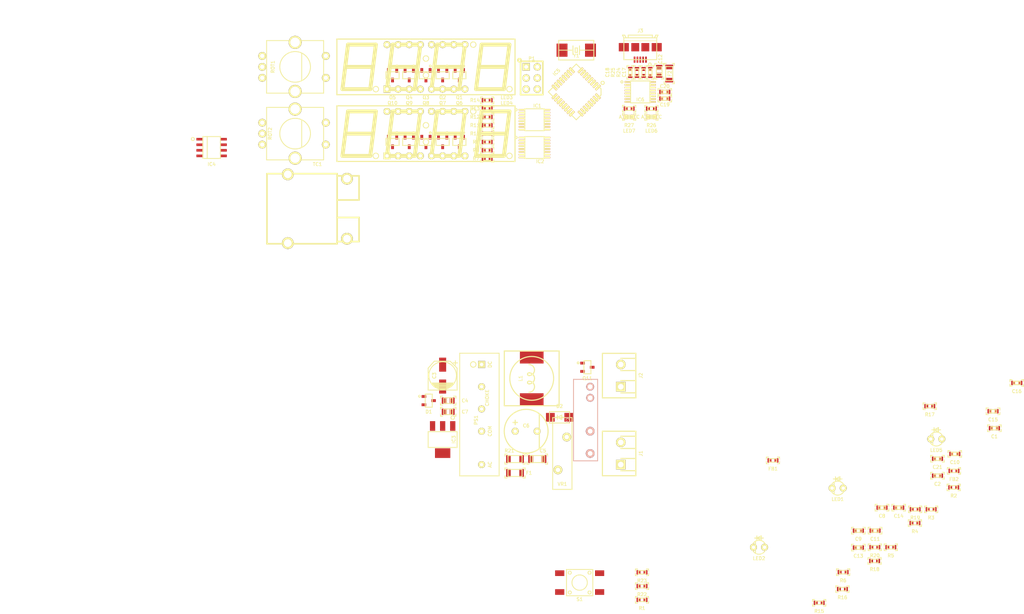
<source format=kicad_pcb>
(kicad_pcb (version 3) (host pcbnew "(2014-05-01 BZR 4839)-product")

  (general
    (links 216)
    (no_connects 216)
    (area 0 0 0 0)
    (thickness 1.6)
    (drawings 7)
    (tracks 0)
    (zones 0)
    (modules 91)
    (nets 101)
  )

  (page A)
  (title_block
    (title "reflow pcb")
    (rev 0.1)
    (company "Wiley Cousins, LLC.")
    (comment 1 github.com/mcous/reflow)
    (comment 2 "shared under the terms of the Creative Commons Attribution Share-Alike 3.0 license")
    (comment 3 "open source hardware")
  )

  (layers
    (15 F.Cu signal)
    (0 B.Cu signal)
    (16 B.Adhes user)
    (17 F.Adhes user)
    (18 B.Paste user)
    (19 F.Paste user)
    (20 B.SilkS user)
    (21 F.SilkS user)
    (22 B.Mask user)
    (23 F.Mask user)
    (24 Dwgs.User user)
    (25 Cmts.User user)
    (26 Eco1.User user)
    (27 Eco2.User user)
    (28 Edge.Cuts user)
  )

  (setup
    (last_trace_width 0.254)
    (trace_clearance 0.254)
    (zone_clearance 0.508)
    (zone_45_only yes)
    (trace_min 0.1524)
    (segment_width 0.2)
    (edge_width 0.127)
    (via_size 0.762)
    (via_drill 0.381)
    (via_min_size 0.6858)
    (via_min_drill 0.3302)
    (uvia_size 0.508)
    (uvia_drill 0.127)
    (uvias_allowed no)
    (uvia_min_size 0.508)
    (uvia_min_drill 0.127)
    (pcb_text_width 0.3)
    (pcb_text_size 1.5 1.5)
    (mod_edge_width 0.2032)
    (mod_text_size 0.762 0.762)
    (mod_text_width 0.1524)
    (pad_size 2 2)
    (pad_drill 1)
    (pad_to_mask_clearance 0.0762)
    (aux_axis_origin 0 0)
    (visible_elements 7FFFF77F)
    (pcbplotparams
      (layerselection 284196865)
      (usegerberextensions true)
      (excludeedgelayer true)
      (linewidth 0.152400)
      (plotframeref false)
      (viasonmask false)
      (mode 1)
      (useauxorigin true)
      (hpglpennumber 1)
      (hpglpenspeed 20)
      (hpglpendiameter 15)
      (hpglpenoverlay 2)
      (psnegative false)
      (psa4output false)
      (plotreference true)
      (plotvalue true)
      (plotothertext true)
      (plotinvisibletext false)
      (padsonsilk false)
      (subtractmaskfromsilk true)
      (outputformat 1)
      (mirror false)
      (drillshape 0)
      (scaleselection 1)
      (outputdirectory plotted/))
  )

  (net 0 "")
  (net 1 /DIG1)
  (net 2 /DIG2)
  (net 3 /DIG3)
  (net 4 /DIG4)
  (net 5 /ENC_A)
  (net 6 /ENC_B)
  (net 7 /HEAT)
  (net 8 /MISO)
  (net 9 /MOSI)
  (net 10 /RESET)
  (net 11 /SCK)
  (net 12 /SEGA)
  (net 13 /SEGB)
  (net 14 /SEGC)
  (net 15 /SEGF)
  (net 16 /SEGG)
  (net 17 /USART_RX)
  (net 18 /USART_TX)
  (net 19 GND)
  (net 20 VCC)
  (net 21 +12V)
  (net 22 "Net-(C4-Pad2)")
  (net 23 "Net-(C5-Pad2)")
  (net 24 "Net-(C6-Pad1)")
  (net 25 "Net-(C9-Pad1)")
  (net 26 "Net-(C9-Pad2)")
  (net 27 "Net-(C10-Pad2)")
  (net 28 "Net-(C11-Pad2)")
  (net 29 "Net-(C12-Pad2)")
  (net 30 "Net-(C16-Pad2)")
  (net 31 "Net-(C17-Pad2)")
  (net 32 "Net-(C18-Pad2)")
  (net 33 "Net-(C19-Pad2)")
  (net 34 /VBUS)
  (net 35 "Net-(C21-Pad1)")
  (net 36 /AC1)
  (net 37 "Net-(F1-Pad1)")
  (net 38 "Net-(FB1-Pad1)")
  (net 39 "Net-(FB2-Pad1)")
  (net 40 "Net-(IC1-Pad9)")
  (net 41 "Net-(IC1-Pad10)")
  (net 42 /DISP_CS)
  (net 43 "Net-(IC1-Pad13)")
  (net 44 "Net-(IC1-Pad15)")
  (net 45 "Net-(IC1-Pad1)")
  (net 46 "Net-(IC1-Pad2)")
  (net 47 "Net-(IC1-Pad3)")
  (net 48 "Net-(IC1-Pad4)")
  (net 49 "Net-(IC1-Pad5)")
  (net 50 "Net-(IC1-Pad6)")
  (net 51 "Net-(IC1-Pad7)")
  (net 52 /DIG6)
  (net 53 /DIGA)
  (net 54 /DIGD)
  (net 55 /DIGC)
  (net 56 /DIGB)
  (net 57 /L0)
  (net 58 /DIG0)
  (net 59 /L1)
  (net 60 /DIG7)
  (net 61 /DIG5)
  (net 62 /TEMP_CS)
  (net 63 "Net-(IC4-Pad8)")
  (net 64 /SW_TEMP)
  (net 65 /STAT_1)
  (net 66 /STAT_2)
  (net 67 /ENC_C)
  (net 68 /ENC_D)
  (net 69 "Net-(IC5-Pad19)")
  (net 70 "Net-(IC5-Pad22)")
  (net 71 /SW_TIME)
  (net 72 "Net-(IC6-Pad9)")
  (net 73 "Net-(IC6-Pad14)")
  (net 74 "Net-(IC6-Pad15)")
  (net 75 "Net-(IC6-Pad16)")
  (net 76 "Net-(IC6-Pad7)")
  (net 77 "Net-(IC6-Pad8)")
  (net 78 /HT)
  (net 79 "Net-(J3-Pad4)")
  (net 80 "Net-(K1-Pad3)")
  (net 81 "Net-(K1-Pad4)")
  (net 82 "Net-(L1-Pad1)")
  (net 83 "Net-(L1-Pad2)")
  (net 84 "Net-(LED1-Pad2)")
  (net 85 "Net-(LED3-Pad1)")
  (net 86 "Net-(LED3-Pad2)")
  (net 87 /SEGD)
  (net 88 "Net-(LED3-Pad4)")
  (net 89 /SEGE)
  (net 90 "Net-(LED3-Pad6)")
  (net 91 /SEGDP)
  (net 92 "Net-(LED3-Pad8)")
  (net 93 "Net-(LED4-Pad1)")
  (net 94 "Net-(LED4-Pad2)")
  (net 95 "Net-(LED4-Pad4)")
  (net 96 "Net-(LED4-Pad6)")
  (net 97 "Net-(LED4-Pad8)")
  (net 98 "Net-(LED5-Pad1)")
  (net 99 "Net-(LED6-Pad1)")
  (net 100 "Net-(LED7-Pad1)")

  (net_class Default "This is the default net class."
    (clearance 0.254)
    (trace_width 0.254)
    (via_dia 0.762)
    (via_drill 0.381)
    (uvia_dia 0.508)
    (uvia_drill 0.127)
    (add_net +12V)
    (add_net /DIG0)
    (add_net /DIG1)
    (add_net /DIG2)
    (add_net /DIG3)
    (add_net /DIG4)
    (add_net /DIG5)
    (add_net /DIG6)
    (add_net /DIG7)
    (add_net /DIGA)
    (add_net /DIGB)
    (add_net /DIGC)
    (add_net /DIGD)
    (add_net /DISP_CS)
    (add_net /ENC_A)
    (add_net /ENC_B)
    (add_net /ENC_C)
    (add_net /ENC_D)
    (add_net /HEAT)
    (add_net /L0)
    (add_net /L1)
    (add_net /MISO)
    (add_net /MOSI)
    (add_net /RESET)
    (add_net /SCK)
    (add_net /SEGA)
    (add_net /SEGB)
    (add_net /SEGC)
    (add_net /SEGD)
    (add_net /SEGDP)
    (add_net /SEGE)
    (add_net /SEGF)
    (add_net /SEGG)
    (add_net /STAT_1)
    (add_net /STAT_2)
    (add_net /SW_TEMP)
    (add_net /SW_TIME)
    (add_net /TEMP_CS)
    (add_net /USART_RX)
    (add_net /USART_TX)
    (add_net /VBUS)
    (add_net GND)
    (add_net "Net-(C10-Pad2)")
    (add_net "Net-(C11-Pad2)")
    (add_net "Net-(C12-Pad2)")
    (add_net "Net-(C16-Pad2)")
    (add_net "Net-(C17-Pad2)")
    (add_net "Net-(C18-Pad2)")
    (add_net "Net-(C19-Pad2)")
    (add_net "Net-(C21-Pad1)")
    (add_net "Net-(C4-Pad2)")
    (add_net "Net-(C9-Pad1)")
    (add_net "Net-(C9-Pad2)")
    (add_net "Net-(FB1-Pad1)")
    (add_net "Net-(FB2-Pad1)")
    (add_net "Net-(IC1-Pad1)")
    (add_net "Net-(IC1-Pad10)")
    (add_net "Net-(IC1-Pad13)")
    (add_net "Net-(IC1-Pad15)")
    (add_net "Net-(IC1-Pad2)")
    (add_net "Net-(IC1-Pad3)")
    (add_net "Net-(IC1-Pad4)")
    (add_net "Net-(IC1-Pad5)")
    (add_net "Net-(IC1-Pad6)")
    (add_net "Net-(IC1-Pad7)")
    (add_net "Net-(IC1-Pad9)")
    (add_net "Net-(IC4-Pad8)")
    (add_net "Net-(IC5-Pad19)")
    (add_net "Net-(IC5-Pad22)")
    (add_net "Net-(IC6-Pad14)")
    (add_net "Net-(IC6-Pad15)")
    (add_net "Net-(IC6-Pad16)")
    (add_net "Net-(IC6-Pad7)")
    (add_net "Net-(IC6-Pad8)")
    (add_net "Net-(IC6-Pad9)")
    (add_net "Net-(J3-Pad4)")
    (add_net "Net-(K1-Pad3)")
    (add_net "Net-(K1-Pad4)")
    (add_net "Net-(L1-Pad1)")
    (add_net "Net-(L1-Pad2)")
    (add_net "Net-(LED1-Pad2)")
    (add_net "Net-(LED3-Pad1)")
    (add_net "Net-(LED3-Pad2)")
    (add_net "Net-(LED3-Pad4)")
    (add_net "Net-(LED3-Pad6)")
    (add_net "Net-(LED3-Pad8)")
    (add_net "Net-(LED4-Pad1)")
    (add_net "Net-(LED4-Pad2)")
    (add_net "Net-(LED4-Pad4)")
    (add_net "Net-(LED4-Pad6)")
    (add_net "Net-(LED4-Pad8)")
    (add_net "Net-(LED5-Pad1)")
    (add_net "Net-(LED6-Pad1)")
    (add_net "Net-(LED7-Pad1)")
    (add_net VCC)
  )

  (net_class AC ""
    (clearance 0.889)
    (trace_width 2.032)
    (via_dia 0.762)
    (via_drill 0.381)
    (uvia_dia 0.508)
    (uvia_drill 0.127)
    (add_net /AC1)
    (add_net /HT)
    (add_net "Net-(C5-Pad2)")
    (add_net "Net-(C6-Pad1)")
    (add_net "Net-(F1-Pad1)")
  )

  (module "capacitor:0603(1608m)-CHIP-CAP" (layer F.Cu) (tedit 538F94F3) (tstamp 538FB168)
    (at 253.503628 118.690601)
    (path /52DE3877)
    (attr smd)
    (fp_text reference C1 (at 0 1.905) (layer F.SilkS)
      (effects (font (size 0.762 0.762) (thickness 0.1524)))
    )
    (fp_text value 0.1uF (at 0 0) (layer F.SilkS) hide
      (effects (font (size 0.762 0.762) (thickness 0.1524)))
    )
    (fp_line (start 1.55 -0.75) (end 1.55 -0.25) (layer F.SilkS) (width 0.2032))
    (fp_line (start 1.55 -0.75) (end 1.05 -0.75) (layer F.SilkS) (width 0.2032))
    (fp_line (start 1.55 0.75) (end 1.55 0.25) (layer F.SilkS) (width 0.2032))
    (fp_line (start 1.55 0.75) (end 1.05 0.75) (layer F.SilkS) (width 0.2032))
    (fp_line (start -1.55 0.75) (end -1.05 0.75) (layer F.SilkS) (width 0.2032))
    (fp_line (start -1.55 0.75) (end -1.55 0.25) (layer F.SilkS) (width 0.2032))
    (fp_line (start -1.55 -0.75) (end -1.05 -0.75) (layer F.SilkS) (width 0.2032))
    (fp_line (start -1.55 -0.75) (end -1.55 -0.25) (layer F.SilkS) (width 0.2032))
    (fp_line (start 0.4 -0.4) (end 0.4 0.4) (layer F.SilkS) (width 0.2032))
    (fp_line (start -0.4 -0.4) (end -0.4 0.4) (layer F.SilkS) (width 0.2032))
    (fp_line (start -0.8 -0.4) (end -0.8 0.4) (layer F.SilkS) (width 0.2032))
    (fp_line (start -0.8 0.4) (end 0.8 0.4) (layer F.SilkS) (width 0.2032))
    (fp_line (start 0.8 0.4) (end 0.8 -0.4) (layer F.SilkS) (width 0.2032))
    (fp_line (start 0.8 -0.4) (end -0.8 -0.4) (layer F.SilkS) (width 0.2032))
    (pad 1 smd rect (at -0.8 0) (size 0.95 1) (layers F.Cu F.Paste F.Mask)
      (net 19 GND))
    (pad 2 smd rect (at 0.8 0) (size 0.95 1) (layers F.Cu F.Paste F.Mask)
      (net 20 VCC))
  )

  (module "capacitor:0603(1608m)-CHIP-CAP" (layer F.Cu) (tedit 538F94F3) (tstamp 538FB17C)
    (at 240.523628 129.530601)
    (path /52DE0897)
    (attr smd)
    (fp_text reference C2 (at 0 1.905) (layer F.SilkS)
      (effects (font (size 0.762 0.762) (thickness 0.1524)))
    )
    (fp_text value 0.1uF (at 0 0) (layer F.SilkS) hide
      (effects (font (size 0.762 0.762) (thickness 0.1524)))
    )
    (fp_line (start 1.55 -0.75) (end 1.55 -0.25) (layer F.SilkS) (width 0.2032))
    (fp_line (start 1.55 -0.75) (end 1.05 -0.75) (layer F.SilkS) (width 0.2032))
    (fp_line (start 1.55 0.75) (end 1.55 0.25) (layer F.SilkS) (width 0.2032))
    (fp_line (start 1.55 0.75) (end 1.05 0.75) (layer F.SilkS) (width 0.2032))
    (fp_line (start -1.55 0.75) (end -1.05 0.75) (layer F.SilkS) (width 0.2032))
    (fp_line (start -1.55 0.75) (end -1.55 0.25) (layer F.SilkS) (width 0.2032))
    (fp_line (start -1.55 -0.75) (end -1.05 -0.75) (layer F.SilkS) (width 0.2032))
    (fp_line (start -1.55 -0.75) (end -1.55 -0.25) (layer F.SilkS) (width 0.2032))
    (fp_line (start 0.4 -0.4) (end 0.4 0.4) (layer F.SilkS) (width 0.2032))
    (fp_line (start -0.4 -0.4) (end -0.4 0.4) (layer F.SilkS) (width 0.2032))
    (fp_line (start -0.8 -0.4) (end -0.8 0.4) (layer F.SilkS) (width 0.2032))
    (fp_line (start -0.8 0.4) (end 0.8 0.4) (layer F.SilkS) (width 0.2032))
    (fp_line (start 0.8 0.4) (end 0.8 -0.4) (layer F.SilkS) (width 0.2032))
    (fp_line (start 0.8 -0.4) (end -0.8 -0.4) (layer F.SilkS) (width 0.2032))
    (pad 1 smd rect (at -0.8 0) (size 0.95 1) (layers F.Cu F.Paste F.Mask)
      (net 20 VCC))
    (pad 2 smd rect (at 0.8 0) (size 0.95 1) (layers F.Cu F.Paste F.Mask)
      (net 19 GND))
  )

  (module capacitor:PANA-D_CHEMI-F_6.3mm-SM-ALUMINUM (layer F.Cu) (tedit 538FB94B) (tstamp 538FB195)
    (at 127.635 106.68 270)
    (path /52DF07B0)
    (attr smd)
    (fp_text reference C3 (at 0 1.905 270) (layer F.SilkS)
      (effects (font (size 0.762 0.762) (thickness 0.1524)))
    )
    (fp_text value 100uF (at 0 0 270) (layer F.SilkS) hide
      (effects (font (size 0.762 0.762) (thickness 0.1524)))
    )
    (fp_line (start 1.7 -2.6) (end 1.7 2.6) (layer F.SilkS) (width 0.2032))
    (fp_line (start 1.9 -2.5) (end 1.9 2.5) (layer F.SilkS) (width 0.2032))
    (fp_line (start 3 0.6) (end 3 -0.5) (layer F.SilkS) (width 0.2032))
    (fp_line (start 2.9 1.2) (end 2.9 -1.2) (layer F.SilkS) (width 0.2032))
    (fp_line (start 2.7 -1.6) (end 2.7 1.6) (layer F.SilkS) (width 0.2032))
    (fp_line (start 2.5 1.9) (end 2.5 -1.8) (layer F.SilkS) (width 0.2032))
    (fp_line (start 2.5 -1.8) (end 2.5 -1.9) (layer F.SilkS) (width 0.2032))
    (fp_line (start 2.3 2.1) (end 2.3 -2.1) (layer F.SilkS) (width 0.2032))
    (fp_line (start 2.1 -2.3) (end 2.1 2.3) (layer F.SilkS) (width 0.2032))
    (fp_line (start 2.1 2.3) (end 2.1 2.2) (layer F.SilkS) (width 0.2032))
    (fp_line (start -2.9 -3.4) (end -2.9 -2.4) (layer F.SilkS) (width 0.2032))
    (fp_line (start -3.4 -2.9) (end -2.4 -2.9) (layer F.SilkS) (width 0.2032))
    (fp_line (start -1.7 -3.3) (end 3.3 -3.3) (layer F.SilkS) (width 0.2032))
    (fp_line (start -1.7 3.3) (end 3.3 3.3) (layer F.SilkS) (width 0.2032))
    (fp_line (start -3.3 1.9) (end -3.3 -1.7) (layer F.SilkS) (width 0.2032))
    (fp_line (start -3.3 1.9) (end -1.7 3.3) (layer F.SilkS) (width 0.2032))
    (fp_line (start -3.3 -1.7) (end -1.7 -3.3) (layer F.SilkS) (width 0.2032))
    (fp_circle (center 0 0) (end 3.15 0) (layer F.SilkS) (width 0.2032))
    (fp_line (start 3.3 -3.3) (end 3.3 3.3) (layer F.SilkS) (width 0.2032))
    (pad 1 smd rect (at -2.5 0 270) (size 3.2 1.6) (layers F.Cu F.Paste F.Mask)
      (net 21 +12V))
    (pad 2 smd rect (at 2.5 0 270) (size 3.2 1.6) (layers F.Cu F.Paste F.Mask)
      (net 19 GND))
  )

  (module "capacitor:0805(2012m)-CHIP-CAP" (layer F.Cu) (tedit 538FB9A7) (tstamp 538FB1A9)
    (at 128.905 112.395 180)
    (path /52DF302B)
    (attr smd)
    (fp_text reference C4 (at -3.81 0 180) (layer F.SilkS)
      (effects (font (size 0.762 0.762) (thickness 0.1524)))
    )
    (fp_text value 10uF (at 0 0 180) (layer F.SilkS) hide
      (effects (font (size 0.762 0.762) (thickness 0.1524)))
    )
    (fp_line (start 0.5 -0.65) (end 0.5 0.65) (layer F.SilkS) (width 0.2032))
    (fp_line (start -0.5 -0.65) (end -0.5 0.65) (layer F.SilkS) (width 0.2032))
    (fp_line (start -1 -0.65) (end -1 0.65) (layer F.SilkS) (width 0.2032))
    (fp_line (start -1 0.65) (end 1 0.65) (layer F.SilkS) (width 0.2032))
    (fp_line (start 1 0.65) (end 1 -0.65) (layer F.SilkS) (width 0.2032))
    (fp_line (start 1 -0.65) (end -1 -0.65) (layer F.SilkS) (width 0.2032))
    (fp_line (start 1.75 0.5) (end 1.75 1) (layer F.SilkS) (width 0.2032))
    (fp_line (start 1.75 1) (end 1.25 1) (layer F.SilkS) (width 0.2032))
    (fp_line (start 1.25 -1) (end 1.75 -1) (layer F.SilkS) (width 0.2032))
    (fp_line (start 1.75 -1) (end 1.75 -0.5) (layer F.SilkS) (width 0.2032))
    (fp_line (start -1.75 0.5) (end -1.75 1) (layer F.SilkS) (width 0.2032))
    (fp_line (start -1.75 1) (end -1.25 1) (layer F.SilkS) (width 0.2032))
    (fp_line (start -1.25 -1) (end -1.75 -1) (layer F.SilkS) (width 0.2032))
    (fp_line (start -1.75 -1) (end -1.75 -0.5) (layer F.SilkS) (width 0.2032))
    (pad 1 smd rect (at -0.9 0 180) (size 1.15 1.45) (layers F.Cu F.Paste F.Mask)
      (net 19 GND))
    (pad 2 smd rect (at 0.9 0 180) (size 1.15 1.45) (layers F.Cu F.Paste F.Mask)
      (net 22 "Net-(C4-Pad2)"))
  )

  (module "capacitor:1206(3216m)-CHIP-CAP" (layer F.Cu) (tedit 538FB570) (tstamp 538FB1BD)
    (at 149.225 125.73 180)
    (path /52DEE613)
    (attr smd)
    (fp_text reference C5 (at -1.27 1.905 180) (layer F.SilkS)
      (effects (font (size 0.762 0.762) (thickness 0.1524)))
    )
    (fp_text value 0.1uF (at 0 0 180) (layer F.SilkS) hide
      (effects (font (size 0.762 0.762) (thickness 0.1524)))
    )
    (fp_line (start 1.1 -0.8) (end 1.1 0.8) (layer F.SilkS) (width 0.2032))
    (fp_line (start -1.1 -0.8) (end -1.1 0.8) (layer F.SilkS) (width 0.2032))
    (fp_line (start -1.6 -0.8) (end -1.6 0.8) (layer F.SilkS) (width 0.2032))
    (fp_line (start -1.6 0.8) (end 1.6 0.8) (layer F.SilkS) (width 0.2032))
    (fp_line (start 1.6 0.8) (end 1.6 -0.8) (layer F.SilkS) (width 0.2032))
    (fp_line (start 1.6 -0.8) (end -1.6 -0.8) (layer F.SilkS) (width 0.2032))
    (fp_line (start 2.35 -1.15) (end 2.35 -0.65) (layer F.SilkS) (width 0.2032))
    (fp_line (start 2.35 -1.15) (end 1.85 -1.15) (layer F.SilkS) (width 0.2032))
    (fp_line (start 2.35 1.15) (end 2.35 0.65) (layer F.SilkS) (width 0.2032))
    (fp_line (start 2.35 1.15) (end 1.85 1.15) (layer F.SilkS) (width 0.2032))
    (fp_line (start -2.35 1.15) (end -2.35 0.65) (layer F.SilkS) (width 0.2032))
    (fp_line (start -2.35 1.15) (end -1.85 1.15) (layer F.SilkS) (width 0.2032))
    (fp_line (start -2.35 -1.15) (end -2.35 -0.65) (layer F.SilkS) (width 0.2032))
    (fp_line (start -2.35 -1.15) (end -1.85 -1.15) (layer F.SilkS) (width 0.2032))
    (pad 1 smd rect (at -1.5 0 180) (size 1.15 1.8) (layers F.Cu F.Paste F.Mask)
      (net 19 GND))
    (pad 2 smd rect (at 1.5 0 180) (size 1.15 1.8) (layers F.Cu F.Paste F.Mask)
      (net 23 "Net-(C5-Pad2)"))
  )

  (module capacitor:10mm-THRU-ALUMINUM-CAP (layer F.Cu) (tedit 538FB810) (tstamp 538FB1C7)
    (at 146.685 119.38)
    (path /52DEE5B4)
    (fp_text reference C6 (at 0 -1.27) (layer F.SilkS)
      (effects (font (size 0.762 0.762) (thickness 0.1524)))
    )
    (fp_text value 22uF (at 0 0) (layer F.SilkS) hide
      (effects (font (size 0.762 0.762) (thickness 0.1524)))
    )
    (fp_line (start 3 -4) (end 3 4) (layer F.SilkS) (width 0.254))
    (fp_line (start -2.5 -1.5) (end -2.5 -2.5) (layer F.SilkS) (width 0.254))
    (fp_line (start -3 -2) (end -2 -2) (layer F.SilkS) (width 0.254))
    (fp_circle (center 0 0) (end 5 0) (layer F.SilkS) (width 0.254))
    (pad 1 thru_hole circle (at -2.5 0) (size 1.6 1.6) (drill 0.8) (layers *.Cu *.Mask F.SilkS)
      (net 24 "Net-(C6-Pad1)"))
    (pad 2 thru_hole circle (at 2.5 0) (size 1.6 1.6) (drill 0.8) (layers *.Cu *.Mask F.SilkS)
      (net 19 GND))
  )

  (module "capacitor:0805(2012m)-CHIP-CAP" (layer F.Cu) (tedit 538FB9A5) (tstamp 538FB1DB)
    (at 128.905 114.935 180)
    (path /5318E45A)
    (attr smd)
    (fp_text reference C7 (at -3.81 0 180) (layer F.SilkS)
      (effects (font (size 0.762 0.762) (thickness 0.1524)))
    )
    (fp_text value 22uF (at 0 0 180) (layer F.SilkS) hide
      (effects (font (size 0.762 0.762) (thickness 0.1524)))
    )
    (fp_line (start 0.5 -0.65) (end 0.5 0.65) (layer F.SilkS) (width 0.2032))
    (fp_line (start -0.5 -0.65) (end -0.5 0.65) (layer F.SilkS) (width 0.2032))
    (fp_line (start -1 -0.65) (end -1 0.65) (layer F.SilkS) (width 0.2032))
    (fp_line (start -1 0.65) (end 1 0.65) (layer F.SilkS) (width 0.2032))
    (fp_line (start 1 0.65) (end 1 -0.65) (layer F.SilkS) (width 0.2032))
    (fp_line (start 1 -0.65) (end -1 -0.65) (layer F.SilkS) (width 0.2032))
    (fp_line (start 1.75 0.5) (end 1.75 1) (layer F.SilkS) (width 0.2032))
    (fp_line (start 1.75 1) (end 1.25 1) (layer F.SilkS) (width 0.2032))
    (fp_line (start 1.25 -1) (end 1.75 -1) (layer F.SilkS) (width 0.2032))
    (fp_line (start 1.75 -1) (end 1.75 -0.5) (layer F.SilkS) (width 0.2032))
    (fp_line (start -1.75 0.5) (end -1.75 1) (layer F.SilkS) (width 0.2032))
    (fp_line (start -1.75 1) (end -1.25 1) (layer F.SilkS) (width 0.2032))
    (fp_line (start -1.25 -1) (end -1.75 -1) (layer F.SilkS) (width 0.2032))
    (fp_line (start -1.75 -1) (end -1.75 -0.5) (layer F.SilkS) (width 0.2032))
    (pad 1 smd rect (at -0.9 0 180) (size 1.15 1.45) (layers F.Cu F.Paste F.Mask)
      (net 19 GND))
    (pad 2 smd rect (at 0.9 0 180) (size 1.15 1.45) (layers F.Cu F.Paste F.Mask)
      (net 20 VCC))
  )

  (module "capacitor:0603(1608m)-CHIP-CAP" (layer F.Cu) (tedit 538F94F3) (tstamp 538FB1EF)
    (at 227.863628 136.830601)
    (path /5275E0D8)
    (attr smd)
    (fp_text reference C8 (at 0 1.905) (layer F.SilkS)
      (effects (font (size 0.762 0.762) (thickness 0.1524)))
    )
    (fp_text value 0.1uF (at 0 0) (layer F.SilkS) hide
      (effects (font (size 0.762 0.762) (thickness 0.1524)))
    )
    (fp_line (start 1.55 -0.75) (end 1.55 -0.25) (layer F.SilkS) (width 0.2032))
    (fp_line (start 1.55 -0.75) (end 1.05 -0.75) (layer F.SilkS) (width 0.2032))
    (fp_line (start 1.55 0.75) (end 1.55 0.25) (layer F.SilkS) (width 0.2032))
    (fp_line (start 1.55 0.75) (end 1.05 0.75) (layer F.SilkS) (width 0.2032))
    (fp_line (start -1.55 0.75) (end -1.05 0.75) (layer F.SilkS) (width 0.2032))
    (fp_line (start -1.55 0.75) (end -1.55 0.25) (layer F.SilkS) (width 0.2032))
    (fp_line (start -1.55 -0.75) (end -1.05 -0.75) (layer F.SilkS) (width 0.2032))
    (fp_line (start -1.55 -0.75) (end -1.55 -0.25) (layer F.SilkS) (width 0.2032))
    (fp_line (start 0.4 -0.4) (end 0.4 0.4) (layer F.SilkS) (width 0.2032))
    (fp_line (start -0.4 -0.4) (end -0.4 0.4) (layer F.SilkS) (width 0.2032))
    (fp_line (start -0.8 -0.4) (end -0.8 0.4) (layer F.SilkS) (width 0.2032))
    (fp_line (start -0.8 0.4) (end 0.8 0.4) (layer F.SilkS) (width 0.2032))
    (fp_line (start 0.8 0.4) (end 0.8 -0.4) (layer F.SilkS) (width 0.2032))
    (fp_line (start 0.8 -0.4) (end -0.8 -0.4) (layer F.SilkS) (width 0.2032))
    (pad 1 smd rect (at -0.8 0) (size 0.95 1) (layers F.Cu F.Paste F.Mask)
      (net 19 GND))
    (pad 2 smd rect (at 0.8 0) (size 0.95 1) (layers F.Cu F.Paste F.Mask)
      (net 20 VCC))
  )

  (module "capacitor:0603(1608m)-CHIP-CAP" (layer F.Cu) (tedit 538F94F3) (tstamp 538FB203)
    (at 222.470601 142.080601)
    (path /5275E114)
    (attr smd)
    (fp_text reference C9 (at 0 1.905) (layer F.SilkS)
      (effects (font (size 0.762 0.762) (thickness 0.1524)))
    )
    (fp_text value 10nF (at 0 0) (layer F.SilkS) hide
      (effects (font (size 0.762 0.762) (thickness 0.1524)))
    )
    (fp_line (start 1.55 -0.75) (end 1.55 -0.25) (layer F.SilkS) (width 0.2032))
    (fp_line (start 1.55 -0.75) (end 1.05 -0.75) (layer F.SilkS) (width 0.2032))
    (fp_line (start 1.55 0.75) (end 1.55 0.25) (layer F.SilkS) (width 0.2032))
    (fp_line (start 1.55 0.75) (end 1.05 0.75) (layer F.SilkS) (width 0.2032))
    (fp_line (start -1.55 0.75) (end -1.05 0.75) (layer F.SilkS) (width 0.2032))
    (fp_line (start -1.55 0.75) (end -1.55 0.25) (layer F.SilkS) (width 0.2032))
    (fp_line (start -1.55 -0.75) (end -1.05 -0.75) (layer F.SilkS) (width 0.2032))
    (fp_line (start -1.55 -0.75) (end -1.55 -0.25) (layer F.SilkS) (width 0.2032))
    (fp_line (start 0.4 -0.4) (end 0.4 0.4) (layer F.SilkS) (width 0.2032))
    (fp_line (start -0.4 -0.4) (end -0.4 0.4) (layer F.SilkS) (width 0.2032))
    (fp_line (start -0.8 -0.4) (end -0.8 0.4) (layer F.SilkS) (width 0.2032))
    (fp_line (start -0.8 0.4) (end 0.8 0.4) (layer F.SilkS) (width 0.2032))
    (fp_line (start 0.8 0.4) (end 0.8 -0.4) (layer F.SilkS) (width 0.2032))
    (fp_line (start 0.8 -0.4) (end -0.8 -0.4) (layer F.SilkS) (width 0.2032))
    (pad 1 smd rect (at -0.8 0) (size 0.95 1) (layers F.Cu F.Paste F.Mask)
      (net 25 "Net-(C9-Pad1)"))
    (pad 2 smd rect (at 0.8 0) (size 0.95 1) (layers F.Cu F.Paste F.Mask)
      (net 26 "Net-(C9-Pad2)"))
  )

  (module "capacitor:0603(1608m)-CHIP-CAP" (layer F.Cu) (tedit 538F94F3) (tstamp 538FB217)
    (at 244.470601 124.560601)
    (path /52DDB9FE)
    (attr smd)
    (fp_text reference C10 (at 0 1.905) (layer F.SilkS)
      (effects (font (size 0.762 0.762) (thickness 0.1524)))
    )
    (fp_text value 24pF (at 0 0) (layer F.SilkS) hide
      (effects (font (size 0.762 0.762) (thickness 0.1524)))
    )
    (fp_line (start 1.55 -0.75) (end 1.55 -0.25) (layer F.SilkS) (width 0.2032))
    (fp_line (start 1.55 -0.75) (end 1.05 -0.75) (layer F.SilkS) (width 0.2032))
    (fp_line (start 1.55 0.75) (end 1.55 0.25) (layer F.SilkS) (width 0.2032))
    (fp_line (start 1.55 0.75) (end 1.05 0.75) (layer F.SilkS) (width 0.2032))
    (fp_line (start -1.55 0.75) (end -1.05 0.75) (layer F.SilkS) (width 0.2032))
    (fp_line (start -1.55 0.75) (end -1.55 0.25) (layer F.SilkS) (width 0.2032))
    (fp_line (start -1.55 -0.75) (end -1.05 -0.75) (layer F.SilkS) (width 0.2032))
    (fp_line (start -1.55 -0.75) (end -1.55 -0.25) (layer F.SilkS) (width 0.2032))
    (fp_line (start 0.4 -0.4) (end 0.4 0.4) (layer F.SilkS) (width 0.2032))
    (fp_line (start -0.4 -0.4) (end -0.4 0.4) (layer F.SilkS) (width 0.2032))
    (fp_line (start -0.8 -0.4) (end -0.8 0.4) (layer F.SilkS) (width 0.2032))
    (fp_line (start -0.8 0.4) (end 0.8 0.4) (layer F.SilkS) (width 0.2032))
    (fp_line (start 0.8 0.4) (end 0.8 -0.4) (layer F.SilkS) (width 0.2032))
    (fp_line (start 0.8 -0.4) (end -0.8 -0.4) (layer F.SilkS) (width 0.2032))
    (pad 1 smd rect (at -0.8 0) (size 0.95 1) (layers F.Cu F.Paste F.Mask)
      (net 19 GND))
    (pad 2 smd rect (at 0.8 0) (size 0.95 1) (layers F.Cu F.Paste F.Mask)
      (net 27 "Net-(C10-Pad2)"))
  )

  (module "capacitor:0603(1608m)-CHIP-CAP" (layer F.Cu) (tedit 538F94F3) (tstamp 538FB22B)
    (at 226.280601 142.080601)
    (path /52DDBA0D)
    (attr smd)
    (fp_text reference C11 (at 0 1.905) (layer F.SilkS)
      (effects (font (size 0.762 0.762) (thickness 0.1524)))
    )
    (fp_text value 24pF (at 0 0) (layer F.SilkS) hide
      (effects (font (size 0.762 0.762) (thickness 0.1524)))
    )
    (fp_line (start 1.55 -0.75) (end 1.55 -0.25) (layer F.SilkS) (width 0.2032))
    (fp_line (start 1.55 -0.75) (end 1.05 -0.75) (layer F.SilkS) (width 0.2032))
    (fp_line (start 1.55 0.75) (end 1.55 0.25) (layer F.SilkS) (width 0.2032))
    (fp_line (start 1.55 0.75) (end 1.05 0.75) (layer F.SilkS) (width 0.2032))
    (fp_line (start -1.55 0.75) (end -1.05 0.75) (layer F.SilkS) (width 0.2032))
    (fp_line (start -1.55 0.75) (end -1.55 0.25) (layer F.SilkS) (width 0.2032))
    (fp_line (start -1.55 -0.75) (end -1.05 -0.75) (layer F.SilkS) (width 0.2032))
    (fp_line (start -1.55 -0.75) (end -1.55 -0.25) (layer F.SilkS) (width 0.2032))
    (fp_line (start 0.4 -0.4) (end 0.4 0.4) (layer F.SilkS) (width 0.2032))
    (fp_line (start -0.4 -0.4) (end -0.4 0.4) (layer F.SilkS) (width 0.2032))
    (fp_line (start -0.8 -0.4) (end -0.8 0.4) (layer F.SilkS) (width 0.2032))
    (fp_line (start -0.8 0.4) (end 0.8 0.4) (layer F.SilkS) (width 0.2032))
    (fp_line (start 0.8 0.4) (end 0.8 -0.4) (layer F.SilkS) (width 0.2032))
    (fp_line (start 0.8 -0.4) (end -0.8 -0.4) (layer F.SilkS) (width 0.2032))
    (pad 1 smd rect (at -0.8 0) (size 0.95 1) (layers F.Cu F.Paste F.Mask)
      (net 19 GND))
    (pad 2 smd rect (at 0.8 0) (size 0.95 1) (layers F.Cu F.Paste F.Mask)
      (net 28 "Net-(C11-Pad2)"))
  )

  (module "capacitor:0805(2012m)-CHIP-CAP" (layer F.Cu) (tedit 538FBFAE) (tstamp 538FB23F)
    (at 177.038 37.211 90)
    (path /5393B5A3)
    (attr smd)
    (fp_text reference C12 (at 2.794 0.254 90) (layer F.SilkS)
      (effects (font (size 0.762 0.762) (thickness 0.1524)))
    )
    (fp_text value 10uF (at 0 0 90) (layer F.SilkS) hide
      (effects (font (size 0.762 0.762) (thickness 0.1524)))
    )
    (fp_line (start 0.5 -0.65) (end 0.5 0.65) (layer F.SilkS) (width 0.2032))
    (fp_line (start -0.5 -0.65) (end -0.5 0.65) (layer F.SilkS) (width 0.2032))
    (fp_line (start -1 -0.65) (end -1 0.65) (layer F.SilkS) (width 0.2032))
    (fp_line (start -1 0.65) (end 1 0.65) (layer F.SilkS) (width 0.2032))
    (fp_line (start 1 0.65) (end 1 -0.65) (layer F.SilkS) (width 0.2032))
    (fp_line (start 1 -0.65) (end -1 -0.65) (layer F.SilkS) (width 0.2032))
    (fp_line (start 1.75 0.5) (end 1.75 1) (layer F.SilkS) (width 0.2032))
    (fp_line (start 1.75 1) (end 1.25 1) (layer F.SilkS) (width 0.2032))
    (fp_line (start 1.25 -1) (end 1.75 -1) (layer F.SilkS) (width 0.2032))
    (fp_line (start 1.75 -1) (end 1.75 -0.5) (layer F.SilkS) (width 0.2032))
    (fp_line (start -1.75 0.5) (end -1.75 1) (layer F.SilkS) (width 0.2032))
    (fp_line (start -1.75 1) (end -1.25 1) (layer F.SilkS) (width 0.2032))
    (fp_line (start -1.25 -1) (end -1.75 -1) (layer F.SilkS) (width 0.2032))
    (fp_line (start -1.75 -1) (end -1.75 -0.5) (layer F.SilkS) (width 0.2032))
    (pad 1 smd rect (at -0.9 0 90) (size 1.15 1.45) (layers F.Cu F.Paste F.Mask)
      (net 19 GND))
    (pad 2 smd rect (at 0.9 0 90) (size 1.15 1.45) (layers F.Cu F.Paste F.Mask)
      (net 29 "Net-(C12-Pad2)"))
  )

  (module "capacitor:0603(1608m)-CHIP-CAP" (layer F.Cu) (tedit 538F94F3) (tstamp 538FB253)
    (at 222.473628 145.950601)
    (path /5276DA64)
    (attr smd)
    (fp_text reference C13 (at 0 1.905) (layer F.SilkS)
      (effects (font (size 0.762 0.762) (thickness 0.1524)))
    )
    (fp_text value 0.1uF (at 0 0) (layer F.SilkS) hide
      (effects (font (size 0.762 0.762) (thickness 0.1524)))
    )
    (fp_line (start 1.55 -0.75) (end 1.55 -0.25) (layer F.SilkS) (width 0.2032))
    (fp_line (start 1.55 -0.75) (end 1.05 -0.75) (layer F.SilkS) (width 0.2032))
    (fp_line (start 1.55 0.75) (end 1.55 0.25) (layer F.SilkS) (width 0.2032))
    (fp_line (start 1.55 0.75) (end 1.05 0.75) (layer F.SilkS) (width 0.2032))
    (fp_line (start -1.55 0.75) (end -1.05 0.75) (layer F.SilkS) (width 0.2032))
    (fp_line (start -1.55 0.75) (end -1.55 0.25) (layer F.SilkS) (width 0.2032))
    (fp_line (start -1.55 -0.75) (end -1.05 -0.75) (layer F.SilkS) (width 0.2032))
    (fp_line (start -1.55 -0.75) (end -1.55 -0.25) (layer F.SilkS) (width 0.2032))
    (fp_line (start 0.4 -0.4) (end 0.4 0.4) (layer F.SilkS) (width 0.2032))
    (fp_line (start -0.4 -0.4) (end -0.4 0.4) (layer F.SilkS) (width 0.2032))
    (fp_line (start -0.8 -0.4) (end -0.8 0.4) (layer F.SilkS) (width 0.2032))
    (fp_line (start -0.8 0.4) (end 0.8 0.4) (layer F.SilkS) (width 0.2032))
    (fp_line (start 0.8 0.4) (end 0.8 -0.4) (layer F.SilkS) (width 0.2032))
    (fp_line (start 0.8 -0.4) (end -0.8 -0.4) (layer F.SilkS) (width 0.2032))
    (pad 1 smd rect (at -0.8 0) (size 0.95 1) (layers F.Cu F.Paste F.Mask)
      (net 19 GND))
    (pad 2 smd rect (at 0.8 0) (size 0.95 1) (layers F.Cu F.Paste F.Mask)
      (net 20 VCC))
  )

  (module "capacitor:0603(1608m)-CHIP-CAP" (layer F.Cu) (tedit 538F94F3) (tstamp 538FB267)
    (at 231.673628 136.830601)
    (path /5276DA5E)
    (attr smd)
    (fp_text reference C14 (at 0 1.905) (layer F.SilkS)
      (effects (font (size 0.762 0.762) (thickness 0.1524)))
    )
    (fp_text value 0.1uF (at 0 0) (layer F.SilkS) hide
      (effects (font (size 0.762 0.762) (thickness 0.1524)))
    )
    (fp_line (start 1.55 -0.75) (end 1.55 -0.25) (layer F.SilkS) (width 0.2032))
    (fp_line (start 1.55 -0.75) (end 1.05 -0.75) (layer F.SilkS) (width 0.2032))
    (fp_line (start 1.55 0.75) (end 1.55 0.25) (layer F.SilkS) (width 0.2032))
    (fp_line (start 1.55 0.75) (end 1.05 0.75) (layer F.SilkS) (width 0.2032))
    (fp_line (start -1.55 0.75) (end -1.05 0.75) (layer F.SilkS) (width 0.2032))
    (fp_line (start -1.55 0.75) (end -1.55 0.25) (layer F.SilkS) (width 0.2032))
    (fp_line (start -1.55 -0.75) (end -1.05 -0.75) (layer F.SilkS) (width 0.2032))
    (fp_line (start -1.55 -0.75) (end -1.55 -0.25) (layer F.SilkS) (width 0.2032))
    (fp_line (start 0.4 -0.4) (end 0.4 0.4) (layer F.SilkS) (width 0.2032))
    (fp_line (start -0.4 -0.4) (end -0.4 0.4) (layer F.SilkS) (width 0.2032))
    (fp_line (start -0.8 -0.4) (end -0.8 0.4) (layer F.SilkS) (width 0.2032))
    (fp_line (start -0.8 0.4) (end 0.8 0.4) (layer F.SilkS) (width 0.2032))
    (fp_line (start 0.8 0.4) (end 0.8 -0.4) (layer F.SilkS) (width 0.2032))
    (fp_line (start 0.8 -0.4) (end -0.8 -0.4) (layer F.SilkS) (width 0.2032))
    (pad 1 smd rect (at -0.8 0) (size 0.95 1) (layers F.Cu F.Paste F.Mask)
      (net 19 GND))
    (pad 2 smd rect (at 0.8 0) (size 0.95 1) (layers F.Cu F.Paste F.Mask)
      (net 20 VCC))
  )

  (module "capacitor:0603(1608m)-CHIP-CAP" (layer F.Cu) (tedit 538F94F3) (tstamp 538FB27B)
    (at 253.193628 114.820601)
    (path /5276D9BB)
    (attr smd)
    (fp_text reference C15 (at 0 1.905) (layer F.SilkS)
      (effects (font (size 0.762 0.762) (thickness 0.1524)))
    )
    (fp_text value 0.1uF (at 0 0) (layer F.SilkS) hide
      (effects (font (size 0.762 0.762) (thickness 0.1524)))
    )
    (fp_line (start 1.55 -0.75) (end 1.55 -0.25) (layer F.SilkS) (width 0.2032))
    (fp_line (start 1.55 -0.75) (end 1.05 -0.75) (layer F.SilkS) (width 0.2032))
    (fp_line (start 1.55 0.75) (end 1.55 0.25) (layer F.SilkS) (width 0.2032))
    (fp_line (start 1.55 0.75) (end 1.05 0.75) (layer F.SilkS) (width 0.2032))
    (fp_line (start -1.55 0.75) (end -1.05 0.75) (layer F.SilkS) (width 0.2032))
    (fp_line (start -1.55 0.75) (end -1.55 0.25) (layer F.SilkS) (width 0.2032))
    (fp_line (start -1.55 -0.75) (end -1.05 -0.75) (layer F.SilkS) (width 0.2032))
    (fp_line (start -1.55 -0.75) (end -1.55 -0.25) (layer F.SilkS) (width 0.2032))
    (fp_line (start 0.4 -0.4) (end 0.4 0.4) (layer F.SilkS) (width 0.2032))
    (fp_line (start -0.4 -0.4) (end -0.4 0.4) (layer F.SilkS) (width 0.2032))
    (fp_line (start -0.8 -0.4) (end -0.8 0.4) (layer F.SilkS) (width 0.2032))
    (fp_line (start -0.8 0.4) (end 0.8 0.4) (layer F.SilkS) (width 0.2032))
    (fp_line (start 0.8 0.4) (end 0.8 -0.4) (layer F.SilkS) (width 0.2032))
    (fp_line (start 0.8 -0.4) (end -0.8 -0.4) (layer F.SilkS) (width 0.2032))
    (pad 1 smd rect (at -0.8 0) (size 0.95 1) (layers F.Cu F.Paste F.Mask)
      (net 19 GND))
    (pad 2 smd rect (at 0.8 0) (size 0.95 1) (layers F.Cu F.Paste F.Mask)
      (net 20 VCC))
  )

  (module "capacitor:0603(1608m)-CHIP-CAP" (layer F.Cu) (tedit 538F94F3) (tstamp 538FB28F)
    (at 258.613628 108.360601)
    (path /5318F008)
    (attr smd)
    (fp_text reference C16 (at 0 1.905) (layer F.SilkS)
      (effects (font (size 0.762 0.762) (thickness 0.1524)))
    )
    (fp_text value 0.1uF (at 0 0) (layer F.SilkS) hide
      (effects (font (size 0.762 0.762) (thickness 0.1524)))
    )
    (fp_line (start 1.55 -0.75) (end 1.55 -0.25) (layer F.SilkS) (width 0.2032))
    (fp_line (start 1.55 -0.75) (end 1.05 -0.75) (layer F.SilkS) (width 0.2032))
    (fp_line (start 1.55 0.75) (end 1.55 0.25) (layer F.SilkS) (width 0.2032))
    (fp_line (start 1.55 0.75) (end 1.05 0.75) (layer F.SilkS) (width 0.2032))
    (fp_line (start -1.55 0.75) (end -1.05 0.75) (layer F.SilkS) (width 0.2032))
    (fp_line (start -1.55 0.75) (end -1.55 0.25) (layer F.SilkS) (width 0.2032))
    (fp_line (start -1.55 -0.75) (end -1.05 -0.75) (layer F.SilkS) (width 0.2032))
    (fp_line (start -1.55 -0.75) (end -1.55 -0.25) (layer F.SilkS) (width 0.2032))
    (fp_line (start 0.4 -0.4) (end 0.4 0.4) (layer F.SilkS) (width 0.2032))
    (fp_line (start -0.4 -0.4) (end -0.4 0.4) (layer F.SilkS) (width 0.2032))
    (fp_line (start -0.8 -0.4) (end -0.8 0.4) (layer F.SilkS) (width 0.2032))
    (fp_line (start -0.8 0.4) (end 0.8 0.4) (layer F.SilkS) (width 0.2032))
    (fp_line (start 0.8 0.4) (end 0.8 -0.4) (layer F.SilkS) (width 0.2032))
    (fp_line (start 0.8 -0.4) (end -0.8 -0.4) (layer F.SilkS) (width 0.2032))
    (pad 1 smd rect (at -0.8 0) (size 0.95 1) (layers F.Cu F.Paste F.Mask)
      (net 19 GND))
    (pad 2 smd rect (at 0.8 0) (size 0.95 1) (layers F.Cu F.Paste F.Mask)
      (net 30 "Net-(C16-Pad2)"))
  )

  (module "capacitor:0603(1608m)-CHIP-CAP" (layer F.Cu) (tedit 538FBF3E) (tstamp 538FB2A3)
    (at 175.006 37.465 270)
    (path /5277256B)
    (attr smd)
    (fp_text reference C17 (at 0 5.969 270) (layer F.SilkS)
      (effects (font (size 0.762 0.762) (thickness 0.1524)))
    )
    (fp_text value 47pF (at 0 0 270) (layer F.SilkS) hide
      (effects (font (size 0.762 0.762) (thickness 0.1524)))
    )
    (fp_line (start 1.55 -0.75) (end 1.55 -0.25) (layer F.SilkS) (width 0.2032))
    (fp_line (start 1.55 -0.75) (end 1.05 -0.75) (layer F.SilkS) (width 0.2032))
    (fp_line (start 1.55 0.75) (end 1.55 0.25) (layer F.SilkS) (width 0.2032))
    (fp_line (start 1.55 0.75) (end 1.05 0.75) (layer F.SilkS) (width 0.2032))
    (fp_line (start -1.55 0.75) (end -1.05 0.75) (layer F.SilkS) (width 0.2032))
    (fp_line (start -1.55 0.75) (end -1.55 0.25) (layer F.SilkS) (width 0.2032))
    (fp_line (start -1.55 -0.75) (end -1.05 -0.75) (layer F.SilkS) (width 0.2032))
    (fp_line (start -1.55 -0.75) (end -1.55 -0.25) (layer F.SilkS) (width 0.2032))
    (fp_line (start 0.4 -0.4) (end 0.4 0.4) (layer F.SilkS) (width 0.2032))
    (fp_line (start -0.4 -0.4) (end -0.4 0.4) (layer F.SilkS) (width 0.2032))
    (fp_line (start -0.8 -0.4) (end -0.8 0.4) (layer F.SilkS) (width 0.2032))
    (fp_line (start -0.8 0.4) (end 0.8 0.4) (layer F.SilkS) (width 0.2032))
    (fp_line (start 0.8 0.4) (end 0.8 -0.4) (layer F.SilkS) (width 0.2032))
    (fp_line (start 0.8 -0.4) (end -0.8 -0.4) (layer F.SilkS) (width 0.2032))
    (pad 1 smd rect (at -0.8 0 270) (size 0.95 1) (layers F.Cu F.Paste F.Mask)
      (net 19 GND))
    (pad 2 smd rect (at 0.8 0 270) (size 0.95 1) (layers F.Cu F.Paste F.Mask)
      (net 31 "Net-(C17-Pad2)"))
  )

  (module "capacitor:0603(1608m)-CHIP-CAP" (layer F.Cu) (tedit 538FBF45) (tstamp 538FB2B7)
    (at 170.434 37.465 90)
    (path /5277257A)
    (attr smd)
    (fp_text reference C18 (at 0 -5.207 90) (layer F.SilkS)
      (effects (font (size 0.762 0.762) (thickness 0.1524)))
    )
    (fp_text value 47pF (at 0 0 90) (layer F.SilkS) hide
      (effects (font (size 0.762 0.762) (thickness 0.1524)))
    )
    (fp_line (start 1.55 -0.75) (end 1.55 -0.25) (layer F.SilkS) (width 0.2032))
    (fp_line (start 1.55 -0.75) (end 1.05 -0.75) (layer F.SilkS) (width 0.2032))
    (fp_line (start 1.55 0.75) (end 1.55 0.25) (layer F.SilkS) (width 0.2032))
    (fp_line (start 1.55 0.75) (end 1.05 0.75) (layer F.SilkS) (width 0.2032))
    (fp_line (start -1.55 0.75) (end -1.05 0.75) (layer F.SilkS) (width 0.2032))
    (fp_line (start -1.55 0.75) (end -1.55 0.25) (layer F.SilkS) (width 0.2032))
    (fp_line (start -1.55 -0.75) (end -1.05 -0.75) (layer F.SilkS) (width 0.2032))
    (fp_line (start -1.55 -0.75) (end -1.55 -0.25) (layer F.SilkS) (width 0.2032))
    (fp_line (start 0.4 -0.4) (end 0.4 0.4) (layer F.SilkS) (width 0.2032))
    (fp_line (start -0.4 -0.4) (end -0.4 0.4) (layer F.SilkS) (width 0.2032))
    (fp_line (start -0.8 -0.4) (end -0.8 0.4) (layer F.SilkS) (width 0.2032))
    (fp_line (start -0.8 0.4) (end 0.8 0.4) (layer F.SilkS) (width 0.2032))
    (fp_line (start 0.8 0.4) (end 0.8 -0.4) (layer F.SilkS) (width 0.2032))
    (fp_line (start 0.8 -0.4) (end -0.8 -0.4) (layer F.SilkS) (width 0.2032))
    (pad 1 smd rect (at -0.8 0 90) (size 0.95 1) (layers F.Cu F.Paste F.Mask)
      (net 19 GND))
    (pad 2 smd rect (at 0.8 0 90) (size 0.95 1) (layers F.Cu F.Paste F.Mask)
      (net 32 "Net-(C18-Pad2)"))
  )

  (module "capacitor:0603(1608m)-CHIP-CAP" (layer F.Cu) (tedit 538FBFC6) (tstamp 538FB2CB)
    (at 178.308 43.434 180)
    (path /527721A6)
    (attr smd)
    (fp_text reference C19 (at 0 -1.397 180) (layer F.SilkS)
      (effects (font (size 0.762 0.762) (thickness 0.1524)))
    )
    (fp_text value 0.1uF (at 0 0 180) (layer F.SilkS) hide
      (effects (font (size 0.762 0.762) (thickness 0.1524)))
    )
    (fp_line (start 1.55 -0.75) (end 1.55 -0.25) (layer F.SilkS) (width 0.2032))
    (fp_line (start 1.55 -0.75) (end 1.05 -0.75) (layer F.SilkS) (width 0.2032))
    (fp_line (start 1.55 0.75) (end 1.55 0.25) (layer F.SilkS) (width 0.2032))
    (fp_line (start 1.55 0.75) (end 1.05 0.75) (layer F.SilkS) (width 0.2032))
    (fp_line (start -1.55 0.75) (end -1.05 0.75) (layer F.SilkS) (width 0.2032))
    (fp_line (start -1.55 0.75) (end -1.55 0.25) (layer F.SilkS) (width 0.2032))
    (fp_line (start -1.55 -0.75) (end -1.05 -0.75) (layer F.SilkS) (width 0.2032))
    (fp_line (start -1.55 -0.75) (end -1.55 -0.25) (layer F.SilkS) (width 0.2032))
    (fp_line (start 0.4 -0.4) (end 0.4 0.4) (layer F.SilkS) (width 0.2032))
    (fp_line (start -0.4 -0.4) (end -0.4 0.4) (layer F.SilkS) (width 0.2032))
    (fp_line (start -0.8 -0.4) (end -0.8 0.4) (layer F.SilkS) (width 0.2032))
    (fp_line (start -0.8 0.4) (end 0.8 0.4) (layer F.SilkS) (width 0.2032))
    (fp_line (start 0.8 0.4) (end 0.8 -0.4) (layer F.SilkS) (width 0.2032))
    (fp_line (start 0.8 -0.4) (end -0.8 -0.4) (layer F.SilkS) (width 0.2032))
    (pad 1 smd rect (at -0.8 0 180) (size 0.95 1) (layers F.Cu F.Paste F.Mask)
      (net 19 GND))
    (pad 2 smd rect (at 0.8 0 180) (size 0.95 1) (layers F.Cu F.Paste F.Mask)
      (net 33 "Net-(C19-Pad2)"))
  )

  (module "capacitor:0603(1608m)-CHIP-CAP" (layer F.Cu) (tedit 538FBFC3) (tstamp 538FB2DF)
    (at 178.308 41.91 180)
    (path /52771E72)
    (attr smd)
    (fp_text reference C20 (at 0 1.27 180) (layer F.SilkS)
      (effects (font (size 0.762 0.762) (thickness 0.1524)))
    )
    (fp_text value 0.1uF (at 0 0 180) (layer F.SilkS) hide
      (effects (font (size 0.762 0.762) (thickness 0.1524)))
    )
    (fp_line (start 1.55 -0.75) (end 1.55 -0.25) (layer F.SilkS) (width 0.2032))
    (fp_line (start 1.55 -0.75) (end 1.05 -0.75) (layer F.SilkS) (width 0.2032))
    (fp_line (start 1.55 0.75) (end 1.55 0.25) (layer F.SilkS) (width 0.2032))
    (fp_line (start 1.55 0.75) (end 1.05 0.75) (layer F.SilkS) (width 0.2032))
    (fp_line (start -1.55 0.75) (end -1.05 0.75) (layer F.SilkS) (width 0.2032))
    (fp_line (start -1.55 0.75) (end -1.55 0.25) (layer F.SilkS) (width 0.2032))
    (fp_line (start -1.55 -0.75) (end -1.05 -0.75) (layer F.SilkS) (width 0.2032))
    (fp_line (start -1.55 -0.75) (end -1.55 -0.25) (layer F.SilkS) (width 0.2032))
    (fp_line (start 0.4 -0.4) (end 0.4 0.4) (layer F.SilkS) (width 0.2032))
    (fp_line (start -0.4 -0.4) (end -0.4 0.4) (layer F.SilkS) (width 0.2032))
    (fp_line (start -0.8 -0.4) (end -0.8 0.4) (layer F.SilkS) (width 0.2032))
    (fp_line (start -0.8 0.4) (end 0.8 0.4) (layer F.SilkS) (width 0.2032))
    (fp_line (start 0.8 0.4) (end 0.8 -0.4) (layer F.SilkS) (width 0.2032))
    (fp_line (start 0.8 -0.4) (end -0.8 -0.4) (layer F.SilkS) (width 0.2032))
    (pad 1 smd rect (at -0.8 0 180) (size 0.95 1) (layers F.Cu F.Paste F.Mask)
      (net 19 GND))
    (pad 2 smd rect (at 0.8 0 180) (size 0.95 1) (layers F.Cu F.Paste F.Mask)
      (net 34 /VBUS))
  )

  (module "capacitor:0603(1608m)-CHIP-CAP" (layer F.Cu) (tedit 538F94F3) (tstamp 538FB2F3)
    (at 240.523628 125.660601)
    (path /52DD91E9)
    (attr smd)
    (fp_text reference C21 (at 0 1.905) (layer F.SilkS)
      (effects (font (size 0.762 0.762) (thickness 0.1524)))
    )
    (fp_text value 0.1uF (at 0 0) (layer F.SilkS) hide
      (effects (font (size 0.762 0.762) (thickness 0.1524)))
    )
    (fp_line (start 1.55 -0.75) (end 1.55 -0.25) (layer F.SilkS) (width 0.2032))
    (fp_line (start 1.55 -0.75) (end 1.05 -0.75) (layer F.SilkS) (width 0.2032))
    (fp_line (start 1.55 0.75) (end 1.55 0.25) (layer F.SilkS) (width 0.2032))
    (fp_line (start 1.55 0.75) (end 1.05 0.75) (layer F.SilkS) (width 0.2032))
    (fp_line (start -1.55 0.75) (end -1.05 0.75) (layer F.SilkS) (width 0.2032))
    (fp_line (start -1.55 0.75) (end -1.55 0.25) (layer F.SilkS) (width 0.2032))
    (fp_line (start -1.55 -0.75) (end -1.05 -0.75) (layer F.SilkS) (width 0.2032))
    (fp_line (start -1.55 -0.75) (end -1.55 -0.25) (layer F.SilkS) (width 0.2032))
    (fp_line (start 0.4 -0.4) (end 0.4 0.4) (layer F.SilkS) (width 0.2032))
    (fp_line (start -0.4 -0.4) (end -0.4 0.4) (layer F.SilkS) (width 0.2032))
    (fp_line (start -0.8 -0.4) (end -0.8 0.4) (layer F.SilkS) (width 0.2032))
    (fp_line (start -0.8 0.4) (end 0.8 0.4) (layer F.SilkS) (width 0.2032))
    (fp_line (start 0.8 0.4) (end 0.8 -0.4) (layer F.SilkS) (width 0.2032))
    (fp_line (start 0.8 -0.4) (end -0.8 -0.4) (layer F.SilkS) (width 0.2032))
    (pad 1 smd rect (at -0.8 0) (size 0.95 1) (layers F.Cu F.Paste F.Mask)
      (net 35 "Net-(C21-Pad1)"))
    (pad 2 smd rect (at 0.8 0) (size 0.95 1) (layers F.Cu F.Paste F.Mask)
      (net 10 /RESET))
  )

  (module sot:SOT23 (layer F.Cu) (tedit 538FB9BA) (tstamp 538FB2FA)
    (at 124.46 112.395)
    (path /52EAC85E)
    (solder_paste_margin -0.0254)
    (attr smd)
    (fp_text reference D1 (at 0 2.54 180) (layer F.SilkS)
      (effects (font (size 0.762 0.762) (thickness 0.1524)))
    )
    (fp_text value PMEG4005CT (at 0 0) (layer F.SilkS) hide
      (effects (font (size 0.762 0.762) (thickness 0.1524)))
    )
    (fp_line (start -0.8 -1.5) (end -0.8 1.5) (layer F.SilkS) (width 0.2032))
    (fp_line (start -0.8 1.5) (end 0.8 1.5) (layer F.SilkS) (width 0.2032))
    (fp_line (start 0.8 1.5) (end 0.8 -1.5) (layer F.SilkS) (width 0.2032))
    (fp_line (start 0.8 -1.5) (end -0.8 -1.5) (layer F.SilkS) (width 0.2032))
    (fp_circle (center -2.1 -1) (end -2.2 -1.2) (layer F.SilkS) (width 0.2032))
    (pad 1 smd rect (at -1.1 -0.95) (size 1.06 0.65) (layers F.Cu F.Paste F.Mask)
      (net 21 +12V))
    (pad 3 smd rect (at 1.1 0) (size 1.06 0.65) (layers F.Cu F.Paste F.Mask)
      (net 22 "Net-(C4-Pad2)"))
    (pad 2 smd rect (at -1.1 0.95) (size 1.06 0.65) (layers F.Cu F.Paste F.Mask)
      (net 34 /VBUS))
  )

  (module diode:DO-214AC (layer F.Cu) (tedit 538FB6CC) (tstamp 538FB300)
    (at 154.305 116.205)
    (path /52DEE547)
    (attr smd)
    (fp_text reference D2 (at 0 -2.54) (layer F.SilkS)
      (effects (font (size 0.762 0.762) (thickness 0.1524)))
    )
    (fp_text value S1J-13-F (at 0 0) (layer F.SilkS) hide
      (effects (font (size 0.762 0.762) (thickness 0.1524)))
    )
    (fp_line (start 0.5 0) (end 1 0) (layer F.SilkS) (width 0.2032))
    (fp_line (start -0.5 0) (end -1 0) (layer F.SilkS) (width 0.2032))
    (fp_line (start -0.5 -0.5) (end -0.5 0.5) (layer F.SilkS) (width 0.2032))
    (fp_line (start -0.5 0) (end 0.5 -0.5) (layer F.SilkS) (width 0.2032))
    (fp_line (start 0.5 -0.5) (end 0.5 0.5) (layer F.SilkS) (width 0.2032))
    (fp_line (start 0.5 0.5) (end -0.5 0) (layer F.SilkS) (width 0.2032))
    (fp_line (start -2.3 -1.3) (end 2.3 -1.3) (layer F.SilkS) (width 0.2032))
    (fp_line (start 2.3 -1.3) (end 2.3 1.3) (layer F.SilkS) (width 0.2032))
    (fp_line (start 2.3 1.3) (end -2.3 1.3) (layer F.SilkS) (width 0.2032))
    (fp_line (start -2.3 1.3) (end -2.3 -1.3) (layer F.SilkS) (width 0.2032))
    (pad 1 smd rect (at -2.1 0) (size 2 2) (layers F.Cu F.Paste F.Mask)
      (net 24 "Net-(C6-Pad1)"))
    (pad 2 smd rect (at 2.1 0) (size 2 2) (layers F.Cu F.Paste F.Mask)
      (net 36 /AC1))
  )

  (module "resistor:1206(3216m)-CHIP-RESISTOR" (layer F.Cu) (tedit 538FB56D) (tstamp 538FB306)
    (at 144.145 128.905)
    (path /52DEE645)
    (fp_text reference F1 (at 3.175 0) (layer F.SilkS)
      (effects (font (size 0.762 0.762) (thickness 0.1524)))
    )
    (fp_text value 1.0A (at 0 0) (layer F.SilkS) hide
      (effects (font (size 0.762 0.762) (thickness 0.1524)))
    )
    (fp_line (start 2.3 -1.15) (end 2.3 -0.65) (layer F.SilkS) (width 0.2032))
    (fp_line (start 2.3 -1.15) (end 1.8 -1.15) (layer F.SilkS) (width 0.2032))
    (fp_line (start 2.3 1.15) (end 2.3 0.65) (layer F.SilkS) (width 0.2032))
    (fp_line (start 2.3 1.15) (end 1.8 1.15) (layer F.SilkS) (width 0.2032))
    (fp_line (start -2.3 1.15) (end -1.8 1.15) (layer F.SilkS) (width 0.2032))
    (fp_line (start -2.3 1.15) (end -2.3 0.65) (layer F.SilkS) (width 0.2032))
    (fp_line (start -2.3 -1.15) (end -2.3 -0.65) (layer F.SilkS) (width 0.2032))
    (fp_line (start -2.3 -1.15) (end -1.8 -1.15) (layer F.SilkS) (width 0.2032))
    (fp_line (start -1.6 -0.8) (end -1.6 0.8) (layer F.SilkS) (width 0.2032))
    (fp_line (start -1.6 0.8) (end 1.6 0.8) (layer F.SilkS) (width 0.2032))
    (fp_line (start 1.6 0.8) (end 1.6 -0.8) (layer F.SilkS) (width 0.2032))
    (fp_line (start 1.6 -0.8) (end -1.6 -0.8) (layer F.SilkS) (width 0.2032))
    (pad 1 smd rect (at -1.5 0) (size 1.05 1.8) (layers F.Cu F.Paste F.Mask)
      (net 37 "Net-(F1-Pad1)"))
    (pad 2 smd rect (at 1.5 0) (size 1.05 1.8) (layers F.Cu F.Paste F.Mask)
      (net 23 "Net-(C5-Pad2)"))
  )

  (module "resistor:1206(3216m)-CHIP-RESISTOR" (layer F.Cu) (tedit 538FBF73) (tstamp 538FB30C)
    (at 179.324 37.719 90)
    (path /52771729)
    (fp_text reference F2 (at 0 0.127 90) (layer F.SilkS)
      (effects (font (size 0.762 0.762) (thickness 0.1524)))
    )
    (fp_text value 500mA (at 0 0 90) (layer F.SilkS) hide
      (effects (font (size 0.762 0.762) (thickness 0.1524)))
    )
    (fp_line (start 2.3 -1.15) (end 2.3 -0.65) (layer F.SilkS) (width 0.2032))
    (fp_line (start 2.3 -1.15) (end 1.8 -1.15) (layer F.SilkS) (width 0.2032))
    (fp_line (start 2.3 1.15) (end 2.3 0.65) (layer F.SilkS) (width 0.2032))
    (fp_line (start 2.3 1.15) (end 1.8 1.15) (layer F.SilkS) (width 0.2032))
    (fp_line (start -2.3 1.15) (end -1.8 1.15) (layer F.SilkS) (width 0.2032))
    (fp_line (start -2.3 1.15) (end -2.3 0.65) (layer F.SilkS) (width 0.2032))
    (fp_line (start -2.3 -1.15) (end -2.3 -0.65) (layer F.SilkS) (width 0.2032))
    (fp_line (start -2.3 -1.15) (end -1.8 -1.15) (layer F.SilkS) (width 0.2032))
    (fp_line (start -1.6 -0.8) (end -1.6 0.8) (layer F.SilkS) (width 0.2032))
    (fp_line (start -1.6 0.8) (end 1.6 0.8) (layer F.SilkS) (width 0.2032))
    (fp_line (start 1.6 0.8) (end 1.6 -0.8) (layer F.SilkS) (width 0.2032))
    (fp_line (start 1.6 -0.8) (end -1.6 -0.8) (layer F.SilkS) (width 0.2032))
    (pad 1 smd rect (at -1.5 0 90) (size 1.05 1.8) (layers F.Cu F.Paste F.Mask)
      (net 34 /VBUS))
    (pad 2 smd rect (at 1.5 0 90) (size 1.05 1.8) (layers F.Cu F.Paste F.Mask)
      (net 29 "Net-(C12-Pad2)"))
  )

  (module "resistor:0603(1608m)-CHIP-RESISTOR" (layer F.Cu) (tedit 538F951C) (tstamp 538FB312)
    (at 202.990601 126.050601)
    (path /5318FBC4)
    (fp_text reference FB1 (at 0 1.905) (layer F.SilkS)
      (effects (font (size 0.762 0.762) (thickness 0.1524)))
    )
    (fp_text value FB (at 0 0) (layer F.SilkS) hide
      (effects (font (size 0.762 0.762) (thickness 0.1524)))
    )
    (fp_line (start -1.5 -0.75) (end -1 -0.75) (layer F.SilkS) (width 0.2032))
    (fp_line (start -1.5 -0.25) (end -1.5 -0.75) (layer F.SilkS) (width 0.2032))
    (fp_line (start -1.5 0.75) (end -1.5 0.25) (layer F.SilkS) (width 0.2032))
    (fp_line (start -1 0.75) (end -1.5 0.75) (layer F.SilkS) (width 0.2032))
    (fp_line (start 1.5 0.75) (end 1 0.75) (layer F.SilkS) (width 0.2032))
    (fp_line (start 1.5 0.25) (end 1.5 0.75) (layer F.SilkS) (width 0.2032))
    (fp_line (start 1.5 -0.75) (end 1.5 -0.25) (layer F.SilkS) (width 0.2032))
    (fp_line (start 1.5 -0.75) (end 1 -0.75) (layer F.SilkS) (width 0.2032))
    (fp_line (start -0.8 -0.4) (end -0.8 0.4) (layer F.SilkS) (width 0.2032))
    (fp_line (start -0.8 0.4) (end 0.8 0.4) (layer F.SilkS) (width 0.2032))
    (fp_line (start 0.8 0.4) (end 0.8 -0.4) (layer F.SilkS) (width 0.2032))
    (fp_line (start 0.8 -0.4) (end -0.8 -0.4) (layer F.SilkS) (width 0.2032))
    (pad 1 smd rect (at -0.8 0) (size 0.9 1) (layers F.Cu F.Paste F.Mask)
      (net 38 "Net-(FB1-Pad1)"))
    (pad 2 smd rect (at 0.8 0) (size 0.9 1) (layers F.Cu F.Paste F.Mask)
      (net 26 "Net-(C9-Pad2)"))
  )

  (module "resistor:0603(1608m)-CHIP-RESISTOR" (layer F.Cu) (tedit 538F951C) (tstamp 538FB318)
    (at 244.280601 128.430601)
    (path /5318FBEC)
    (fp_text reference FB2 (at 0 1.905) (layer F.SilkS)
      (effects (font (size 0.762 0.762) (thickness 0.1524)))
    )
    (fp_text value FB (at 0 0) (layer F.SilkS) hide
      (effects (font (size 0.762 0.762) (thickness 0.1524)))
    )
    (fp_line (start -1.5 -0.75) (end -1 -0.75) (layer F.SilkS) (width 0.2032))
    (fp_line (start -1.5 -0.25) (end -1.5 -0.75) (layer F.SilkS) (width 0.2032))
    (fp_line (start -1.5 0.75) (end -1.5 0.25) (layer F.SilkS) (width 0.2032))
    (fp_line (start -1 0.75) (end -1.5 0.75) (layer F.SilkS) (width 0.2032))
    (fp_line (start 1.5 0.75) (end 1 0.75) (layer F.SilkS) (width 0.2032))
    (fp_line (start 1.5 0.25) (end 1.5 0.75) (layer F.SilkS) (width 0.2032))
    (fp_line (start 1.5 -0.75) (end 1.5 -0.25) (layer F.SilkS) (width 0.2032))
    (fp_line (start 1.5 -0.75) (end 1 -0.75) (layer F.SilkS) (width 0.2032))
    (fp_line (start -0.8 -0.4) (end -0.8 0.4) (layer F.SilkS) (width 0.2032))
    (fp_line (start -0.8 0.4) (end 0.8 0.4) (layer F.SilkS) (width 0.2032))
    (fp_line (start 0.8 0.4) (end 0.8 -0.4) (layer F.SilkS) (width 0.2032))
    (fp_line (start 0.8 -0.4) (end -0.8 -0.4) (layer F.SilkS) (width 0.2032))
    (pad 1 smd rect (at -0.8 0) (size 0.9 1) (layers F.Cu F.Paste F.Mask)
      (net 39 "Net-(FB2-Pad1)"))
    (pad 2 smd rect (at 0.8 0) (size 0.9 1) (layers F.Cu F.Paste F.Mask)
      (net 25 "Net-(C9-Pad1)"))
  )

  (module sop:TSSOP16 (layer F.Cu) (tedit 538FBD2C) (tstamp 538FB32C)
    (at 148.59 48.26)
    (path /52DE3868)
    (solder_paste_margin -0.0508)
    (attr smd)
    (fp_text reference IC1 (at 0.635 -3.175) (layer F.SilkS)
      (effects (font (size 0.762 0.762) (thickness 0.1524)))
    )
    (fp_text value 74HC595 (at 0 0) (layer F.SilkS) hide
      (effects (font (size 0.762 0.762) (thickness 0.1524)))
    )
    (fp_circle (center -4.191 -2.286) (end -3.937 -2.286) (layer F.SilkS) (width 0.2032))
    (fp_line (start 2.19964 -2.49936) (end -2.19964 -2.49936) (layer F.SilkS) (width 0.2032))
    (fp_line (start -2.19964 -2.49936) (end -2.19964 2.49936) (layer F.SilkS) (width 0.2032))
    (fp_line (start -2.19964 2.49936) (end 2.19964 2.49936) (layer F.SilkS) (width 0.2032))
    (fp_line (start 2.19964 2.49936) (end 2.19964 -2.49936) (layer F.SilkS) (width 0.2032))
    (pad 9 smd rect (at 2.87528 2.27584) (size 1.39954 0.35052) (layers F.Cu F.Paste F.SilkS F.Mask)
      (net 40 "Net-(IC1-Pad9)"))
    (pad 10 smd rect (at 2.87528 1.6256) (size 1.39954 0.35052) (layers F.Cu F.Paste F.SilkS F.Mask)
      (net 41 "Net-(IC1-Pad10)"))
    (pad 11 smd rect (at 2.87528 0.97536) (size 1.39954 0.35052) (layers F.Cu F.Paste F.SilkS F.Mask)
      (net 11 /SCK))
    (pad 12 smd rect (at 2.87528 0.32512) (size 1.39954 0.35052) (layers F.Cu F.Paste F.SilkS F.Mask)
      (net 42 /DISP_CS))
    (pad 13 smd rect (at 2.87528 -0.32512) (size 1.39954 0.35052) (layers F.Cu F.Paste F.SilkS F.Mask)
      (net 43 "Net-(IC1-Pad13)"))
    (pad 14 smd rect (at 2.87528 -0.97536) (size 1.39954 0.35052) (layers F.Cu F.Paste F.SilkS F.Mask)
      (net 9 /MOSI))
    (pad 15 smd rect (at 2.87528 -1.6256) (size 1.39954 0.35052) (layers F.Cu F.Paste F.SilkS F.Mask)
      (net 44 "Net-(IC1-Pad15)"))
    (pad 16 smd rect (at 2.87528 -2.27584) (size 1.39954 0.35052) (layers F.Cu F.Paste F.SilkS F.Mask)
      (net 20 VCC))
    (pad 1 smd rect (at -2.87528 -2.27584) (size 1.39954 0.35052) (layers F.Cu F.Paste F.SilkS F.Mask)
      (net 45 "Net-(IC1-Pad1)"))
    (pad 2 smd rect (at -2.87528 -1.6256) (size 1.39954 0.35052) (layers F.Cu F.Paste F.SilkS F.Mask)
      (net 46 "Net-(IC1-Pad2)"))
    (pad 3 smd rect (at -2.87528 -0.97536) (size 1.39954 0.35052) (layers F.Cu F.Paste F.SilkS F.Mask)
      (net 47 "Net-(IC1-Pad3)"))
    (pad 4 smd rect (at -2.87528 -0.32512) (size 1.39954 0.35052) (layers F.Cu F.Paste F.SilkS F.Mask)
      (net 48 "Net-(IC1-Pad4)"))
    (pad 5 smd rect (at -2.87528 0.32512) (size 1.39954 0.35052) (layers F.Cu F.Paste F.SilkS F.Mask)
      (net 49 "Net-(IC1-Pad5)"))
    (pad 6 smd rect (at -2.87528 0.97536) (size 1.39954 0.35052) (layers F.Cu F.Paste F.SilkS F.Mask)
      (net 50 "Net-(IC1-Pad6)"))
    (pad 7 smd rect (at -2.87528 1.6256) (size 1.39954 0.35052) (layers F.Cu F.Paste F.SilkS F.Mask)
      (net 51 "Net-(IC1-Pad7)"))
    (pad 8 smd rect (at -2.87528 2.27584) (size 1.39954 0.35052) (layers F.Cu F.Paste F.SilkS F.Mask)
      (net 19 GND))
  )

  (module sop:TSSOP16 (layer F.Cu) (tedit 538FBD2A) (tstamp 538FB340)
    (at 148.59 54.61)
    (path /538FC0A1)
    (solder_paste_margin -0.0508)
    (attr smd)
    (fp_text reference IC2 (at 1.27 3.175) (layer F.SilkS)
      (effects (font (size 0.762 0.762) (thickness 0.1524)))
    )
    (fp_text value CD4028 (at 0 0) (layer F.SilkS) hide
      (effects (font (size 0.762 0.762) (thickness 0.1524)))
    )
    (fp_circle (center -4.191 -2.286) (end -3.937 -2.286) (layer F.SilkS) (width 0.2032))
    (fp_line (start 2.19964 -2.49936) (end -2.19964 -2.49936) (layer F.SilkS) (width 0.2032))
    (fp_line (start -2.19964 -2.49936) (end -2.19964 2.49936) (layer F.SilkS) (width 0.2032))
    (fp_line (start -2.19964 2.49936) (end 2.19964 2.49936) (layer F.SilkS) (width 0.2032))
    (fp_line (start 2.19964 2.49936) (end 2.19964 -2.49936) (layer F.SilkS) (width 0.2032))
    (pad 9 smd rect (at 2.87528 2.27584) (size 1.39954 0.35052) (layers F.Cu F.Paste F.SilkS F.Mask)
      (net 52 /DIG6))
    (pad 10 smd rect (at 2.87528 1.6256) (size 1.39954 0.35052) (layers F.Cu F.Paste F.SilkS F.Mask)
      (net 53 /DIGA))
    (pad 11 smd rect (at 2.87528 0.97536) (size 1.39954 0.35052) (layers F.Cu F.Paste F.SilkS F.Mask)
      (net 54 /DIGD))
    (pad 12 smd rect (at 2.87528 0.32512) (size 1.39954 0.35052) (layers F.Cu F.Paste F.SilkS F.Mask)
      (net 55 /DIGC))
    (pad 13 smd rect (at 2.87528 -0.32512) (size 1.39954 0.35052) (layers F.Cu F.Paste F.SilkS F.Mask)
      (net 56 /DIGB))
    (pad 14 smd rect (at 2.87528 -0.97536) (size 1.39954 0.35052) (layers F.Cu F.Paste F.SilkS F.Mask)
      (net 1 /DIG1))
    (pad 15 smd rect (at 2.87528 -1.6256) (size 1.39954 0.35052) (layers F.Cu F.Paste F.SilkS F.Mask)
      (net 2 /DIG2))
    (pad 16 smd rect (at 2.87528 -2.27584) (size 1.39954 0.35052) (layers F.Cu F.Paste F.SilkS F.Mask)
      (net 20 VCC))
    (pad 1 smd rect (at -2.87528 -2.27584) (size 1.39954 0.35052) (layers F.Cu F.Paste F.SilkS F.Mask)
      (net 3 /DIG3))
    (pad 2 smd rect (at -2.87528 -1.6256) (size 1.39954 0.35052) (layers F.Cu F.Paste F.SilkS F.Mask)
      (net 57 /L0))
    (pad 3 smd rect (at -2.87528 -0.97536) (size 1.39954 0.35052) (layers F.Cu F.Paste F.SilkS F.Mask)
      (net 58 /DIG0))
    (pad 4 smd rect (at -2.87528 -0.32512) (size 1.39954 0.35052) (layers F.Cu F.Paste F.SilkS F.Mask)
      (net 59 /L1))
    (pad 5 smd rect (at -2.87528 0.32512) (size 1.39954 0.35052) (layers F.Cu F.Paste F.SilkS F.Mask)
      (net 60 /DIG7))
    (pad 6 smd rect (at -2.87528 0.97536) (size 1.39954 0.35052) (layers F.Cu F.Paste F.SilkS F.Mask)
      (net 4 /DIG4))
    (pad 7 smd rect (at -2.87528 1.6256) (size 1.39954 0.35052) (layers F.Cu F.Paste F.SilkS F.Mask)
      (net 61 /DIG5))
    (pad 8 smd rect (at -2.87528 2.27584) (size 1.39954 0.35052) (layers F.Cu F.Paste F.SilkS F.Mask)
      (net 19 GND))
  )

  (module sot:SOT223 (layer F.Cu) (tedit 538FB9B2) (tstamp 538FB348)
    (at 127.635 121.285 270)
    (path /52DF13E6)
    (solder_paste_margin -0.0762)
    (attr smd)
    (fp_text reference IC3 (at 0 -2.54 270) (layer F.SilkS)
      (effects (font (size 0.762 0.762) (thickness 0.1524)))
    )
    (fp_text value LM1117 (at 0 0 270) (layer F.SilkS) hide
      (effects (font (size 0.762 0.762) (thickness 0.1524)))
    )
    (fp_circle (center -5 -2.3) (end -4.6 -2.3) (layer F.SilkS) (width 0.2032))
    (fp_line (start -1.8 -3.3) (end 1.8 -3.3) (layer F.SilkS) (width 0.2032))
    (fp_line (start 1.8 -3.3) (end 1.8 3.3) (layer F.SilkS) (width 0.2032))
    (fp_line (start 1.8 3.3) (end -1.8 3.3) (layer F.SilkS) (width 0.2032))
    (fp_line (start -1.8 3.3) (end -1.8 -3.3) (layer F.SilkS) (width 0.2032))
    (pad 1 smd rect (at -3.1 -2.3 270) (size 2.2 1.2) (layers F.Cu F.Paste F.Mask)
      (net 19 GND))
    (pad 2 smd rect (at -3.1 0 270) (size 2.2 1.2) (layers F.Cu F.Paste F.Mask)
      (net 20 VCC))
    (pad 3 smd rect (at -3.1 2.3 270) (size 2.2 1.2) (layers F.Cu F.Paste F.Mask)
      (net 22 "Net-(C4-Pad2)"))
    (pad 0 smd rect (at 3.1 0 270) (size 2.2 3.5) (layers F.Cu F.Paste F.Mask)
      (net 20 VCC))
  )

  (module soic:SOIC8 (layer F.Cu) (tedit 538F951C) (tstamp 538FB354)
    (at 74.93 54.61)
    (path /52EAAB33)
    (solder_mask_margin 0.0762)
    (solder_paste_margin -0.0254)
    (attr smd)
    (fp_text reference IC4 (at 0 3.81) (layer F.SilkS)
      (effects (font (size 0.762 0.762) (thickness 0.1524)))
    )
    (fp_text value MAX31855 (at 0 0) (layer F.SilkS) hide
      (effects (font (size 0.762 0.762) (thickness 0.1524)))
    )
    (fp_line (start -1 -2.5) (end -1 2.5) (layer F.SilkS) (width 0.2032))
    (fp_line (start -2 -2.5) (end -2 2.5) (layer F.SilkS) (width 0.2032))
    (fp_line (start -2 2.5) (end 2 2.5) (layer F.SilkS) (width 0.2032))
    (fp_line (start 2 2.5) (end 2 -2.5) (layer F.SilkS) (width 0.2032))
    (fp_line (start 2 -2.5) (end -2 -2.5) (layer F.SilkS) (width 0.2032))
    (fp_circle (center -4.278 -1.944) (end -4.028 -1.694) (layer F.SilkS) (width 0.2032))
    (pad 1 smd rect (at -2.7 -1.905) (size 1.55 0.6) (layers F.Cu F.Paste F.Mask)
      (net 19 GND))
    (pad 2 smd rect (at -2.7 -0.635) (size 1.55 0.6) (layers F.Cu F.Paste F.Mask)
      (net 25 "Net-(C9-Pad1)"))
    (pad 3 smd rect (at -2.7 0.635) (size 1.55 0.6) (layers F.Cu F.Paste F.Mask)
      (net 26 "Net-(C9-Pad2)"))
    (pad 4 smd rect (at -2.7 1.905) (size 1.55 0.6) (layers F.Cu F.Paste F.Mask)
      (net 20 VCC))
    (pad 5 smd rect (at 2.7 1.905) (size 1.55 0.6) (layers F.Cu F.Paste F.Mask)
      (net 11 /SCK))
    (pad 6 smd rect (at 2.7 0.635) (size 1.55 0.6) (layers F.Cu F.Paste F.Mask)
      (net 62 /TEMP_CS))
    (pad 7 smd rect (at 2.7 -0.635) (size 1.55 0.6) (layers F.Cu F.Paste F.Mask)
      (net 8 /MISO))
    (pad 8 smd rect (at 2.7 -1.905) (size 1.55 0.6) (layers F.Cu F.Paste F.Mask)
      (net 63 "Net-(IC4-Pad8)"))
  )

  (module qfp:TQFP32_P0.8mm (layer F.Cu) (tedit 538F951C) (tstamp 538FB378)
    (at 158.115 41.91 225)
    (tags "QFP TQFP 32")
    (path /52769B91)
    (solder_paste_margin -0.127)
    (fp_text reference IC5 (at 0 6.35 225) (layer F.SilkS)
      (effects (font (size 0.762 0.762) (thickness 0.1524)))
    )
    (fp_text value ATMEGA328P (at 0 0 225) (layer F.SilkS) hide
      (effects (font (size 0.762 0.762) (thickness 0.1524)))
    )
    (fp_circle (center -5.715 -2.794) (end -5.334 -2.794) (layer F.SilkS) (width 0.2032))
    (fp_line (start -4.50088 -3.50012) (end -3.50012 -4.50088) (layer F.SilkS) (width 0.2032))
    (fp_line (start -3.50012 -4.50088) (end 4.50088 -4.50088) (layer F.SilkS) (width 0.2032))
    (fp_line (start 4.50088 -4.50088) (end 4.50088 4.50088) (layer F.SilkS) (width 0.2032))
    (fp_line (start 4.50088 4.50088) (end -4.50088 4.50088) (layer F.SilkS) (width 0.2032))
    (fp_line (start -4.50088 4.50088) (end -4.50088 -3.50012) (layer F.SilkS) (width 0.2032))
    (pad 1 smd rect (at -4.20116 -2.79908 225) (size 1.50114 0.50038) (layers F.Cu F.Paste F.SilkS F.Mask)
      (net 64 /SW_TEMP))
    (pad 2 smd rect (at -4.20116 -1.99898 225) (size 1.50114 0.50038) (layers F.Cu F.Paste F.SilkS F.Mask)
      (net 62 /TEMP_CS))
    (pad 3 smd rect (at -4.20116 -1.19888 225) (size 1.50114 0.50038) (layers F.Cu F.Paste F.SilkS F.Mask)
      (net 19 GND))
    (pad 4 smd rect (at -4.20116 -0.39878 225) (size 1.50114 0.50038) (layers F.Cu F.Paste F.SilkS F.Mask)
      (net 20 VCC))
    (pad 5 smd rect (at -4.20116 0.39878 225) (size 1.50114 0.50038) (layers F.Cu F.Paste F.SilkS F.Mask)
      (net 19 GND))
    (pad 6 smd rect (at -4.20116 1.19888 225) (size 1.50114 0.50038) (layers F.Cu F.Paste F.SilkS F.Mask)
      (net 20 VCC))
    (pad 7 smd rect (at -4.20116 1.99898 225) (size 1.50114 0.50038) (layers F.Cu F.Paste F.SilkS F.Mask)
      (net 28 "Net-(C11-Pad2)"))
    (pad 8 smd rect (at -4.20116 2.79908 225) (size 1.50114 0.50038) (layers F.Cu F.Paste F.SilkS F.Mask)
      (net 27 "Net-(C10-Pad2)"))
    (pad 9 smd rect (at -2.79908 4.20116 315) (size 1.50114 0.50038) (layers F.Cu F.Paste F.SilkS F.Mask)
      (net 7 /HEAT))
    (pad 10 smd rect (at -1.99898 4.20116 315) (size 1.50114 0.50038) (layers F.Cu F.Paste F.SilkS F.Mask)
      (net 65 /STAT_1))
    (pad 11 smd rect (at -1.19888 4.20116 315) (size 1.50114 0.50038) (layers F.Cu F.Paste F.SilkS F.Mask)
      (net 66 /STAT_2))
    (pad 12 smd rect (at -0.39878 4.20116 315) (size 1.50114 0.50038) (layers F.Cu F.Paste F.SilkS F.Mask)
      (net 67 /ENC_C))
    (pad 13 smd rect (at 0.39878 4.20116 315) (size 1.50114 0.50038) (layers F.Cu F.Paste F.SilkS F.Mask)
      (net 68 /ENC_D))
    (pad 14 smd rect (at 1.19888 4.20116 315) (size 1.50114 0.50038) (layers F.Cu F.Paste F.SilkS F.Mask)
      (net 42 /DISP_CS))
    (pad 15 smd rect (at 1.99898 4.20116 315) (size 1.50114 0.50038) (layers F.Cu F.Paste F.SilkS F.Mask)
      (net 9 /MOSI))
    (pad 16 smd rect (at 2.79908 4.20116 315) (size 1.50114 0.50038) (layers F.Cu F.Paste F.SilkS F.Mask)
      (net 8 /MISO))
    (pad 17 smd rect (at 4.20116 2.79908 45) (size 1.50114 0.50038) (layers F.Cu F.Paste F.SilkS F.Mask)
      (net 11 /SCK))
    (pad 18 smd rect (at 4.20116 1.99898 45) (size 1.50114 0.50038) (layers F.Cu F.Paste F.SilkS F.Mask)
      (net 20 VCC))
    (pad 19 smd rect (at 4.20116 1.19888 45) (size 1.50114 0.50038) (layers F.Cu F.Paste F.SilkS F.Mask)
      (net 69 "Net-(IC5-Pad19)"))
    (pad 20 smd rect (at 4.20116 0.39878 45) (size 1.50114 0.50038) (layers F.Cu F.Paste F.SilkS F.Mask)
      (net 30 "Net-(C16-Pad2)"))
    (pad 21 smd rect (at 4.20116 -0.39878 45) (size 1.50114 0.50038) (layers F.Cu F.Paste F.SilkS F.Mask)
      (net 19 GND))
    (pad 22 smd rect (at 4.20116 -1.19888 45) (size 1.50114 0.50038) (layers F.Cu F.Paste F.SilkS F.Mask)
      (net 70 "Net-(IC5-Pad22)"))
    (pad 23 smd rect (at 4.20116 -1.99898 45) (size 1.50114 0.50038) (layers F.Cu F.Paste F.SilkS F.Mask)
      (net 53 /DIGA))
    (pad 24 smd rect (at 4.20116 -2.79908 45) (size 1.50114 0.50038) (layers F.Cu F.Paste F.SilkS F.Mask)
      (net 56 /DIGB))
    (pad 25 smd rect (at 2.79908 -4.20116 135) (size 1.50114 0.50038) (layers F.Cu F.Paste F.SilkS F.Mask)
      (net 55 /DIGC))
    (pad 26 smd rect (at 1.99898 -4.20116 135) (size 1.50114 0.50038) (layers F.Cu F.Paste F.SilkS F.Mask)
      (net 54 /DIGD))
    (pad 27 smd rect (at 1.19888 -4.20116 135) (size 1.50114 0.50038) (layers F.Cu F.Paste F.SilkS F.Mask)
      (net 5 /ENC_A))
    (pad 28 smd rect (at 0.39878 -4.20116 135) (size 1.50114 0.50038) (layers F.Cu F.Paste F.SilkS F.Mask)
      (net 6 /ENC_B))
    (pad 29 smd rect (at -0.39878 -4.20116 135) (size 1.50114 0.50038) (layers F.Cu F.Paste F.SilkS F.Mask)
      (net 10 /RESET))
    (pad 30 smd rect (at -1.19888 -4.20116 135) (size 1.50114 0.50038) (layers F.Cu F.Paste F.SilkS F.Mask)
      (net 17 /USART_RX))
    (pad 31 smd rect (at -1.99898 -4.20116 135) (size 1.50114 0.50038) (layers F.Cu F.Paste F.SilkS F.Mask)
      (net 18 /USART_TX))
    (pad 32 smd rect (at -2.79908 -4.20116 135) (size 1.50114 0.50038) (layers F.Cu F.Paste F.SilkS F.Mask)
      (net 71 /SW_TIME))
  )

  (module sop:SSOP16 (layer F.Cu) (tedit 538FBF0C) (tstamp 538FB38C)
    (at 172.72 41.91)
    (path /527714E7)
    (solder_paste_margin -0.0508)
    (attr smd)
    (fp_text reference IC6 (at 0 1.778) (layer F.SilkS)
      (effects (font (size 0.762 0.762) (thickness 0.1524)))
    )
    (fp_text value FT230X (at 0 0) (layer F.SilkS) hide
      (effects (font (size 0.762 0.762) (thickness 0.1524)))
    )
    (fp_circle (center -4.191 -2.286) (end -3.937 -2.286) (layer F.SilkS) (width 0.2032))
    (fp_line (start 2.19964 -2.49936) (end -2.19964 -2.49936) (layer F.SilkS) (width 0.2032))
    (fp_line (start -2.19964 -2.49936) (end -2.19964 2.49936) (layer F.SilkS) (width 0.2032))
    (fp_line (start -2.19964 2.49936) (end 2.19964 2.49936) (layer F.SilkS) (width 0.2032))
    (fp_line (start 2.19964 2.49936) (end 2.19964 -2.49936) (layer F.SilkS) (width 0.2032))
    (pad 9 smd rect (at 2.87528 2.27584) (size 1.39954 0.35052) (layers F.Cu F.Paste F.SilkS F.Mask)
      (net 72 "Net-(IC6-Pad9)"))
    (pad 10 smd rect (at 2.87528 1.6256) (size 1.39954 0.35052) (layers F.Cu F.Paste F.SilkS F.Mask)
      (net 33 "Net-(C19-Pad2)"))
    (pad 11 smd rect (at 2.87528 0.97536) (size 1.39954 0.35052) (layers F.Cu F.Paste F.SilkS F.Mask)
      (net 33 "Net-(C19-Pad2)"))
    (pad 12 smd rect (at 2.87528 0.32512) (size 1.39954 0.35052) (layers F.Cu F.Paste F.SilkS F.Mask)
      (net 34 /VBUS))
    (pad 13 smd rect (at 2.87528 -0.32512) (size 1.39954 0.35052) (layers F.Cu F.Paste F.SilkS F.Mask)
      (net 19 GND))
    (pad 14 smd rect (at 2.87528 -0.97536) (size 1.39954 0.35052) (layers F.Cu F.Paste F.SilkS F.Mask)
      (net 73 "Net-(IC6-Pad14)"))
    (pad 15 smd rect (at 2.87528 -1.6256) (size 1.39954 0.35052) (layers F.Cu F.Paste F.SilkS F.Mask)
      (net 74 "Net-(IC6-Pad15)"))
    (pad 16 smd rect (at 2.87528 -2.27584) (size 1.39954 0.35052) (layers F.Cu F.Paste F.SilkS F.Mask)
      (net 75 "Net-(IC6-Pad16)"))
    (pad 1 smd rect (at -2.87528 -2.27584) (size 1.39954 0.35052) (layers F.Cu F.Paste F.SilkS F.Mask)
      (net 17 /USART_RX))
    (pad 2 smd rect (at -2.87528 -1.6256) (size 1.39954 0.35052) (layers F.Cu F.Paste F.SilkS F.Mask)
      (net 35 "Net-(C21-Pad1)"))
    (pad 3 smd rect (at -2.87528 -0.97536) (size 1.39954 0.35052) (layers F.Cu F.Paste F.SilkS F.Mask)
      (net 33 "Net-(C19-Pad2)"))
    (pad 4 smd rect (at -2.87528 -0.32512) (size 1.39954 0.35052) (layers F.Cu F.Paste F.SilkS F.Mask)
      (net 18 /USART_TX))
    (pad 5 smd rect (at -2.87528 0.32512) (size 1.39954 0.35052) (layers F.Cu F.Paste F.SilkS F.Mask)
      (net 19 GND))
    (pad 6 smd rect (at -2.87528 0.97536) (size 1.39954 0.35052) (layers F.Cu F.Paste F.SilkS F.Mask)
      (net 19 GND))
    (pad 7 smd rect (at -2.87528 1.6256) (size 1.39954 0.35052) (layers F.Cu F.Paste F.SilkS F.Mask)
      (net 76 "Net-(IC6-Pad7)"))
    (pad 8 smd rect (at -2.87528 2.27584) (size 1.39954 0.35052) (layers F.Cu F.Paste F.SilkS F.Mask)
      (net 77 "Net-(IC6-Pad8)"))
  )

  (module connect-thru:1x2-SCREW-TERM_P200mil (layer F.Cu) (tedit 538F951C) (tstamp 538FB392)
    (at 168.275 124.46 90)
    (path /52DEBD7A)
    (fp_text reference J1 (at 0 4.572 90) (layer F.SilkS)
      (effects (font (size 0.762 0.762) (thickness 0.1524)))
    )
    (fp_text value "AC IN" (at 0 0 90) (layer F.SilkS) hide
      (effects (font (size 0.762 0.762) (thickness 0.1524)))
    )
    (fp_line (start 3.937 0) (end 3.937 3.429) (layer F.SilkS) (width 0.254))
    (fp_line (start 1.143 0) (end 1.143 3.429) (layer F.SilkS) (width 0.254))
    (fp_line (start -3.937 0) (end -3.937 3.429) (layer F.SilkS) (width 0.254))
    (fp_line (start -1.143 0) (end -1.143 3.429) (layer F.SilkS) (width 0.254))
    (fp_line (start 5.08 0) (end 5.08 3.429) (layer F.SilkS) (width 0.254))
    (fp_line (start 5.08 3.429) (end -5.08 3.429) (layer F.SilkS) (width 0.254))
    (fp_line (start -5.08 3.429) (end -5.08 0) (layer F.SilkS) (width 0.254))
    (fp_line (start -5.08 0) (end -5.08 -4.191) (layer F.SilkS) (width 0.254))
    (fp_line (start -5.08 -4.191) (end 5.08 -4.191) (layer F.SilkS) (width 0.254))
    (fp_line (start 5.08 -4.191) (end 5.08 0) (layer F.SilkS) (width 0.254))
    (pad 1 thru_hole rect (at -2.54 0 90) (size 2.2 2.2) (drill 1.3) (layers *.Cu *.Mask F.SilkS)
      (net 19 GND))
    (pad 2 thru_hole circle (at 2.54 0 90) (size 2.2 2.2) (drill 1.3) (layers *.Cu *.Mask F.SilkS)
      (net 36 /AC1))
  )

  (module connect-thru:1x2-SCREW-TERM_P200mil (layer F.Cu) (tedit 538F951C) (tstamp 538FB398)
    (at 168.275 106.68 90)
    (path /52758308)
    (fp_text reference J2 (at 0 4.572 90) (layer F.SilkS)
      (effects (font (size 0.762 0.762) (thickness 0.1524)))
    )
    (fp_text value HEATER (at 0 0 90) (layer F.SilkS) hide
      (effects (font (size 0.762 0.762) (thickness 0.1524)))
    )
    (fp_line (start 3.937 0) (end 3.937 3.429) (layer F.SilkS) (width 0.254))
    (fp_line (start 1.143 0) (end 1.143 3.429) (layer F.SilkS) (width 0.254))
    (fp_line (start -3.937 0) (end -3.937 3.429) (layer F.SilkS) (width 0.254))
    (fp_line (start -1.143 0) (end -1.143 3.429) (layer F.SilkS) (width 0.254))
    (fp_line (start 5.08 0) (end 5.08 3.429) (layer F.SilkS) (width 0.254))
    (fp_line (start 5.08 3.429) (end -5.08 3.429) (layer F.SilkS) (width 0.254))
    (fp_line (start -5.08 3.429) (end -5.08 0) (layer F.SilkS) (width 0.254))
    (fp_line (start -5.08 0) (end -5.08 -4.191) (layer F.SilkS) (width 0.254))
    (fp_line (start -5.08 -4.191) (end 5.08 -4.191) (layer F.SilkS) (width 0.254))
    (fp_line (start 5.08 -4.191) (end 5.08 0) (layer F.SilkS) (width 0.254))
    (pad 1 thru_hole rect (at -2.54 0 90) (size 2.2 2.2) (drill 1.3) (layers *.Cu *.Mask F.SilkS)
      (net 78 /HT))
    (pad 2 thru_hole circle (at 2.54 0 90) (size 2.2 2.2) (drill 1.3) (layers *.Cu *.Mask F.SilkS)
      (net 19 GND))
  )

  (module connect-sm:MICROUSB_sm (layer F.Cu) (tedit 538F951C) (tstamp 538FB3A5)
    (at 172.72 31.75 180)
    (path /52770D56)
    (solder_paste_margin -0.0254)
    (attr smd)
    (fp_text reference J3 (at 0 3.81 180) (layer F.SilkS)
      (effects (font (size 0.762 0.762) (thickness 0.1524)))
    )
    (fp_text value USB (at 0 0 180) (layer F.SilkS) hide
      (effects (font (size 0.762 0.762) (thickness 0.1524)))
    )
    (fp_line (start -3.75 -2.8) (end -3.75 2.2) (layer F.SilkS) (width 0.2))
    (fp_line (start 3.75 2.2) (end 3.75 -2.8) (layer F.SilkS) (width 0.2))
    (fp_circle (center -2.2 -3.84) (end -2.2 -4.14) (layer F.SilkS) (width 0.2))
    (fp_line (start -2.75 2.2) (end -2.75 2.8) (layer F.SilkS) (width 0.2))
    (fp_line (start -2.75 2.8) (end 2.75 2.8) (layer F.SilkS) (width 0.2))
    (fp_line (start 2.75 2.8) (end 2.75 2.2) (layer F.SilkS) (width 0.2))
    (fp_line (start -3.25 2.2) (end -3.55 2.8) (layer F.SilkS) (width 0.2))
    (fp_line (start -3.75 2.2) (end -4.05 2.8) (layer F.SilkS) (width 0.2))
    (fp_line (start -4.05 2.8) (end -3.55 2.8) (layer F.SilkS) (width 0.2))
    (fp_line (start 3.25 2.2) (end 3.55 2.8) (layer F.SilkS) (width 0.2))
    (fp_line (start 3.75 2.2) (end 4.05 2.8) (layer F.SilkS) (width 0.2))
    (fp_line (start 4.05 2.8) (end 3.55 2.8) (layer F.SilkS) (width 0.2))
    (fp_line (start 3.75 2.2) (end -3.75 2.2) (layer F.SilkS) (width 0.2))
    (fp_line (start 3.75 1.5) (end -3.75 1.5) (layer F.SilkS) (width 0.127))
    (fp_line (start 3.75 -2.8) (end -3.75 -2.8) (layer F.SilkS) (width 0.2))
    (pad 1 smd rect (at -1.3 -2.8 270) (size 1.4 0.4) (layers F.Cu F.Paste F.Mask)
      (net 29 "Net-(C12-Pad2)"))
    (pad 2 smd rect (at -0.65 -2.8 270) (size 1.4 0.4) (layers F.Cu F.Paste F.Mask)
      (net 31 "Net-(C17-Pad2)"))
    (pad 3 smd rect (at 0 -2.8 270) (size 1.4 0.4) (layers F.Cu F.Paste F.Mask)
      (net 32 "Net-(C18-Pad2)"))
    (pad 4 smd rect (at 0.65 -2.8 270) (size 1.4 0.4) (layers F.Cu F.Paste F.Mask)
      (net 79 "Net-(J3-Pad4)"))
    (pad 5 smd rect (at 1.3 -2.8 270) (size 1.4 0.4) (layers F.Cu F.Paste F.Mask)
      (net 19 GND))
    (pad "" smd rect (at -3.75 0.05 270) (size 1.9 2.3) (layers F.Cu F.Paste F.Mask)
      (solder_paste_margin -0.1778))
    (pad "" smd rect (at 3.75 0.05 270) (size 1.9 2.3) (layers F.Cu F.Paste F.Mask)
      (solder_paste_margin -0.1778))
    (pad "" smd rect (at 1.15 0.05 270) (size 1.9 1.8) (layers F.Cu F.Paste F.Mask)
      (solder_paste_margin -0.1778))
    (pad "" smd rect (at -1.15 0.05 270) (size 1.9 1.8) (layers F.Cu F.Paste F.Mask)
      (solder_paste_margin -0.1778))
  )

  (module sharp:SHARP-SxxxSxx-SSR (layer B.Cu) (tedit 538FB8D6) (tstamp 538FB3AD)
    (at 161.29 116.84 90)
    (path /5275D7C5)
    (fp_text reference K1 (at 0 -5.08 90) (layer B.SilkS)
      (effects (font (size 0.762 0.762) (thickness 0.1524)) (justify mirror))
    )
    (fp_text value S212S01 (at 0 -0.635 90) (layer B.SilkS) hide
      (effects (font (size 0.762 0.762) (thickness 0.1524)) (justify mirror))
    )
    (fp_line (start -9.3 1.7) (end 9.3 1.7) (layer B.SilkS) (width 0.2032))
    (fp_line (start 9.3 1.7) (end 9.3 -3.8) (layer B.SilkS) (width 0.2032))
    (fp_line (start 9.3 -3.8) (end -9.3 -3.8) (layer B.SilkS) (width 0.2032))
    (fp_line (start -9.3 -3.8) (end -9.3 1.7) (layer B.SilkS) (width 0.2032))
    (pad 1 thru_hole circle (at -7.62 0 90) (size 1.99898 1.99898) (drill 1.09982) (layers *.Cu *.Mask B.SilkS)
      (net 36 /AC1))
    (pad 2 thru_hole circle (at -2.54 0 90) (size 1.99898 1.99898) (drill 1.09982) (layers *.Cu *.Mask B.SilkS)
      (net 78 /HT))
    (pad 3 thru_hole circle (at 5.08 0 90) (size 1.80086 1.80086) (drill 1.09982) (layers *.Cu *.Mask B.SilkS)
      (net 80 "Net-(K1-Pad3)"))
    (pad 4 thru_hole circle (at 7.62 0 90) (size 1.80086 1.80086) (drill 1.09982) (layers *.Cu *.Mask B.SilkS)
      (net 81 "Net-(K1-Pad4)"))
  )

  (module inductor:SM-INDUCTOR_12.5mmX12.5mm (layer F.Cu) (tedit 538FB383) (tstamp 538FB3C2)
    (at 147.955 107.315 90)
    (path /52DF0788)
    (attr smd)
    (fp_text reference L1 (at 0 -2.54 90) (layer F.SilkS)
      (effects (font (size 0.762 0.762) (thickness 0.1524)))
    )
    (fp_text value 1.0mH (at 0 0 90) (layer F.SilkS) hide
      (effects (font (size 0.762 0.762) (thickness 0.1524)))
    )
    (fp_arc (start 0.9525 -0.635) (end 0.9525 -0.9525) (angle 90) (layer F.SilkS) (width 0.254))
    (fp_arc (start 0.9525 -0.635) (end 0.635 -0.635) (angle 90) (layer F.SilkS) (width 0.254))
    (fp_arc (start -0.9525 -0.635) (end -0.9525 -0.9525) (angle 90) (layer F.SilkS) (width 0.254))
    (fp_arc (start -0.9525 -0.635) (end -1.27 -0.635) (angle 90) (layer F.SilkS) (width 0.254))
    (fp_arc (start -1.905 -0.635) (end -1.905 0.635) (angle 90) (layer F.SilkS) (width 0.254))
    (fp_arc (start 1.905 -0.635) (end 3.175 -0.635) (angle 90) (layer F.SilkS) (width 0.254))
    (fp_arc (start 1.905 -0.635) (end 1.905 0.635) (angle 90) (layer F.SilkS) (width 0.254))
    (fp_arc (start 0 -0.635) (end 1.27 -0.635) (angle 90) (layer F.SilkS) (width 0.254))
    (fp_arc (start 0 -0.635) (end 0 0.635) (angle 90) (layer F.SilkS) (width 0.254))
    (fp_arc (start -1.905 -0.635) (end -0.635 -0.635) (angle 90) (layer F.SilkS) (width 0.254))
    (fp_circle (center 0 0) (end 0 -5) (layer F.SilkS) (width 0.254))
    (fp_line (start -6.25 -6.25) (end -6.25 6.25) (layer F.SilkS) (width 0.254))
    (fp_line (start -6.25 6.25) (end 6.25 6.25) (layer F.SilkS) (width 0.254))
    (fp_line (start 6.25 6.25) (end 6.25 -6.25) (layer F.SilkS) (width 0.254))
    (fp_line (start 6.25 -6.25) (end -6.25 -6.25) (layer F.SilkS) (width 0.254))
    (pad 1 smd rect (at -4.85 0 90) (size 2.9 5.4) (layers F.Cu F.Paste F.Mask)
      (net 82 "Net-(L1-Pad1)"))
    (pad 2 smd rect (at 4.85 0 90) (size 2.9 5.4) (layers F.Cu F.Paste F.Mask)
      (net 83 "Net-(L1-Pad2)"))
  )

  (module led:3mm-THRU-LED (layer F.Cu) (tedit 538FA467) (tstamp 538FB3C8)
    (at 217.749 132.370601)
    (path /5275FE91)
    (fp_text reference LED1 (at 0 2.54) (layer F.SilkS)
      (effects (font (size 0.762 0.762) (thickness 0.1524)))
    )
    (fp_text value RED (at 0 0) (layer F.SilkS) hide
      (effects (font (size 0.762 0.762) (thickness 0.1524)))
    )
    (fp_line (start -0.8 -1.4) (end -0.8 1.4) (layer F.SilkS) (width 0.2032))
    (fp_circle (center 0 0) (end 1.6 0) (layer F.SilkS) (width 0.2032))
    (fp_line (start -0.5 -1.6) (end -0.5 -2.6) (layer F.SilkS) (width 0.2032))
    (fp_line (start 0.5 -2.6) (end 0.5 -1.6) (layer F.SilkS) (width 0.2032))
    (fp_line (start 0.5 -1.6) (end -0.5 -2.1) (layer F.SilkS) (width 0.2032))
    (fp_line (start -0.5 -2.1) (end 0.5 -2.6) (layer F.SilkS) (width 0.2032))
    (fp_line (start 1 -2.1) (end -1 -2.1) (layer F.SilkS) (width 0.2032))
    (pad 2 thru_hole circle (at 1.27 0 180) (size 1.6 1.6) (drill 0.8) (layers *.Cu *.Mask F.SilkS)
      (net 84 "Net-(LED1-Pad2)"))
    (pad 1 thru_hole circle (at -1.27 0 180) (size 1.6 1.6) (drill 0.8) (layers *.Cu *.Mask F.SilkS)
      (net 65 /STAT_1))
  )

  (module led:3mm-THRU-LED (layer F.Cu) (tedit 538FA467) (tstamp 538FB3CE)
    (at 199.809 145.870601)
    (path /5275FE41)
    (fp_text reference LED2 (at 0 2.54) (layer F.SilkS)
      (effects (font (size 0.762 0.762) (thickness 0.1524)))
    )
    (fp_text value GRN (at 0 0) (layer F.SilkS) hide
      (effects (font (size 0.762 0.762) (thickness 0.1524)))
    )
    (fp_line (start -0.8 -1.4) (end -0.8 1.4) (layer F.SilkS) (width 0.2032))
    (fp_circle (center 0 0) (end 1.6 0) (layer F.SilkS) (width 0.2032))
    (fp_line (start -0.5 -1.6) (end -0.5 -2.6) (layer F.SilkS) (width 0.2032))
    (fp_line (start 0.5 -2.6) (end 0.5 -1.6) (layer F.SilkS) (width 0.2032))
    (fp_line (start 0.5 -1.6) (end -0.5 -2.1) (layer F.SilkS) (width 0.2032))
    (fp_line (start -0.5 -2.1) (end 0.5 -2.6) (layer F.SilkS) (width 0.2032))
    (fp_line (start 1 -2.1) (end -1 -2.1) (layer F.SilkS) (width 0.2032))
    (pad 2 thru_hole circle (at 1.27 0 180) (size 1.6 1.6) (drill 0.8) (layers *.Cu *.Mask F.SilkS)
      (net 65 /STAT_1))
    (pad 1 thru_hole circle (at -1.27 0 180) (size 1.6 1.6) (drill 0.8) (layers *.Cu *.Mask F.SilkS)
      (net 84 "Net-(LED1-Pad2)"))
  )

  (module led:7-SEGMENT-4-DIGIT-DP+CLK_DIP16_W0.4in (layer F.Cu) (tedit 538FA88A) (tstamp 538FB401)
    (at 123.825 36.195)
    (path /53902D92)
    (fp_text reference LED3 (at 18.415 6.985) (layer F.SilkS)
      (effects (font (size 0.762 0.762) (thickness 0.1524)))
    )
    (fp_text value 7-SEGMENT (at 0 0) (layer F.SilkS) hide
      (effects (font (size 0.762 0.762) (thickness 0.1524)))
    )
    (fp_circle (center 10.795 -5.08) (end 10.16 -5.08) (layer F.SilkS) (width 0.2032))
    (fp_circle (center 0 -1.905) (end 0 -1.27) (layer F.SilkS) (width 0.2032))
    (fp_circle (center 0 1.905) (end 0 1.27) (layer F.SilkS) (width 0.2032))
    (fp_circle (center -11.43 5.08) (end -10.795 5.08) (layer F.SilkS) (width 0.2032))
    (fp_circle (center -1.27 5.08) (end -1.905 5.08) (layer F.SilkS) (width 0.2032))
    (fp_circle (center 8.89 5.08) (end 8.255 5.08) (layer F.SilkS) (width 0.2032))
    (fp_circle (center 19.05 5.08) (end 19.685 5.08) (layer F.SilkS) (width 0.2032))
    (fp_line (start 12.7 -5.08) (end 11.43 5.08) (layer F.SilkS) (width 0.889))
    (fp_line (start 11.43 5.08) (end 17.78 5.08) (layer F.SilkS) (width 0.889))
    (fp_line (start 17.78 5.08) (end 19.05 -5.08) (layer F.SilkS) (width 0.889))
    (fp_line (start 19.05 -5.08) (end 12.7 -5.08) (layer F.SilkS) (width 0.889))
    (fp_line (start 1.27 5.08) (end 2.54 -5.08) (layer F.SilkS) (width 0.889))
    (fp_line (start 2.54 -5.08) (end 8.89 -5.08) (layer F.SilkS) (width 0.889))
    (fp_line (start 8.89 -5.08) (end 7.62 5.08) (layer F.SilkS) (width 0.889))
    (fp_line (start 7.62 5.08) (end 1.27 5.08) (layer F.SilkS) (width 0.889))
    (fp_line (start -7.62 -5.08) (end -8.89 5.08) (layer F.SilkS) (width 0.889))
    (fp_line (start -8.89 5.08) (end -2.54 5.08) (layer F.SilkS) (width 0.889))
    (fp_line (start -2.54 5.08) (end -1.27 -5.08) (layer F.SilkS) (width 0.889))
    (fp_line (start -1.27 -5.08) (end -7.62 -5.08) (layer F.SilkS) (width 0.889))
    (fp_line (start -19.05 5.08) (end -12.7 5.08) (layer F.SilkS) (width 0.889))
    (fp_line (start -12.7 5.08) (end -11.43 -5.08) (layer F.SilkS) (width 0.889))
    (fp_line (start -11.43 -5.08) (end -17.78 -5.08) (layer F.SilkS) (width 0.889))
    (fp_line (start -17.78 -5.08) (end -19.05 5.08) (layer F.SilkS) (width 0.889))
    (fp_line (start -12.065 0) (end -18.415 0) (layer F.SilkS) (width 0.889))
    (fp_line (start -1.905 0) (end -8.255 0) (layer F.SilkS) (width 0.889))
    (fp_line (start 12.065 0) (end 18.415 0) (layer F.SilkS) (width 0.889))
    (fp_line (start 8.255 0) (end 1.905 0) (layer F.SilkS) (width 0.889))
    (fp_line (start 20.32 -6.35) (end 20.32 6.35) (layer F.SilkS) (width 0.254))
    (fp_line (start 20.32 6.35) (end -20.32 6.35) (layer F.SilkS) (width 0.254))
    (fp_line (start -20.32 6.35) (end -20.32 -6.35) (layer F.SilkS) (width 0.254))
    (fp_line (start -20.32 -6.35) (end 20.32 -6.35) (layer F.SilkS) (width 0.254))
    (pad 1 thru_hole rect (at -8.89 5.08) (size 1.6 1.6) (drill 0.8) (layers *.Cu *.Mask F.SilkS)
      (net 85 "Net-(LED3-Pad1)"))
    (pad 2 thru_hole circle (at -6.35 5.08) (size 1.6 1.6) (drill 0.8) (layers *.Cu *.Mask F.SilkS)
      (net 86 "Net-(LED3-Pad2)"))
    (pad 3 thru_hole circle (at -3.81 5.08) (size 1.6 1.6) (drill 0.8) (layers *.Cu *.Mask F.SilkS)
      (net 87 /SEGD))
    (pad 4 thru_hole circle (at -1.27 5.08) (size 1.6 1.6) (drill 0.8) (layers *.Cu *.Mask F.SilkS)
      (net 88 "Net-(LED3-Pad4)"))
    (pad 5 thru_hole circle (at 1.27 5.08) (size 1.6 1.6) (drill 0.8) (layers *.Cu *.Mask F.SilkS)
      (net 89 /SEGE))
    (pad 6 thru_hole circle (at 3.81 5.08) (size 1.6 1.6) (drill 0.8) (layers *.Cu *.Mask F.SilkS)
      (net 90 "Net-(LED3-Pad6)"))
    (pad 7 thru_hole circle (at 6.35 5.08) (size 1.6 1.6) (drill 0.8) (layers *.Cu *.Mask F.SilkS)
      (net 91 /SEGDP))
    (pad 8 thru_hole circle (at 8.89 5.08) (size 1.6 1.6) (drill 0.8) (layers *.Cu *.Mask F.SilkS)
      (net 92 "Net-(LED3-Pad8)"))
    (pad 9 thru_hole circle (at 8.89 -5.08) (size 1.6 1.6) (drill 0.8) (layers *.Cu *.Mask F.SilkS))
    (pad 10 thru_hole circle (at 6.35 -5.08) (size 1.6 1.6) (drill 0.8) (layers *.Cu *.Mask F.SilkS))
    (pad 11 thru_hole circle (at 3.81 -5.08) (size 1.6 1.6) (drill 0.8) (layers *.Cu *.Mask F.SilkS)
      (net 15 /SEGF))
    (pad 12 thru_hole circle (at 1.27 -5.08) (size 1.6 1.6) (drill 0.8) (layers *.Cu *.Mask F.SilkS))
    (pad 13 thru_hole circle (at -1.27 -5.08) (size 1.6 1.6) (drill 0.8) (layers *.Cu *.Mask F.SilkS)
      (net 14 /SEGC))
    (pad 14 thru_hole circle (at -3.81 -5.08) (size 1.6 1.6) (drill 0.8) (layers *.Cu *.Mask F.SilkS)
      (net 12 /SEGA))
    (pad 15 thru_hole circle (at -6.35 -5.08) (size 1.6 1.6) (drill 0.8) (layers *.Cu *.Mask F.SilkS)
      (net 16 /SEGG))
    (pad 16 thru_hole circle (at -8.89 -5.08) (size 1.6 1.6) (drill 0.8) (layers *.Cu *.Mask F.SilkS)
      (net 13 /SEGB))
  )

  (module led:7-SEGMENT-4-DIGIT-DP+CLK_DIP16_W0.4in (layer F.Cu) (tedit 538FA887) (tstamp 538FB434)
    (at 123.825 51.435)
    (path /53910BF1)
    (fp_text reference LED4 (at 18.415 -6.985) (layer F.SilkS)
      (effects (font (size 0.762 0.762) (thickness 0.1524)))
    )
    (fp_text value 7-SEGMENT (at 0 0) (layer F.SilkS) hide
      (effects (font (size 0.762 0.762) (thickness 0.1524)))
    )
    (fp_circle (center 10.795 -5.08) (end 10.16 -5.08) (layer F.SilkS) (width 0.2032))
    (fp_circle (center 0 -1.905) (end 0 -1.27) (layer F.SilkS) (width 0.2032))
    (fp_circle (center 0 1.905) (end 0 1.27) (layer F.SilkS) (width 0.2032))
    (fp_circle (center -11.43 5.08) (end -10.795 5.08) (layer F.SilkS) (width 0.2032))
    (fp_circle (center -1.27 5.08) (end -1.905 5.08) (layer F.SilkS) (width 0.2032))
    (fp_circle (center 8.89 5.08) (end 8.255 5.08) (layer F.SilkS) (width 0.2032))
    (fp_circle (center 19.05 5.08) (end 19.685 5.08) (layer F.SilkS) (width 0.2032))
    (fp_line (start 12.7 -5.08) (end 11.43 5.08) (layer F.SilkS) (width 0.889))
    (fp_line (start 11.43 5.08) (end 17.78 5.08) (layer F.SilkS) (width 0.889))
    (fp_line (start 17.78 5.08) (end 19.05 -5.08) (layer F.SilkS) (width 0.889))
    (fp_line (start 19.05 -5.08) (end 12.7 -5.08) (layer F.SilkS) (width 0.889))
    (fp_line (start 1.27 5.08) (end 2.54 -5.08) (layer F.SilkS) (width 0.889))
    (fp_line (start 2.54 -5.08) (end 8.89 -5.08) (layer F.SilkS) (width 0.889))
    (fp_line (start 8.89 -5.08) (end 7.62 5.08) (layer F.SilkS) (width 0.889))
    (fp_line (start 7.62 5.08) (end 1.27 5.08) (layer F.SilkS) (width 0.889))
    (fp_line (start -7.62 -5.08) (end -8.89 5.08) (layer F.SilkS) (width 0.889))
    (fp_line (start -8.89 5.08) (end -2.54 5.08) (layer F.SilkS) (width 0.889))
    (fp_line (start -2.54 5.08) (end -1.27 -5.08) (layer F.SilkS) (width 0.889))
    (fp_line (start -1.27 -5.08) (end -7.62 -5.08) (layer F.SilkS) (width 0.889))
    (fp_line (start -19.05 5.08) (end -12.7 5.08) (layer F.SilkS) (width 0.889))
    (fp_line (start -12.7 5.08) (end -11.43 -5.08) (layer F.SilkS) (width 0.889))
    (fp_line (start -11.43 -5.08) (end -17.78 -5.08) (layer F.SilkS) (width 0.889))
    (fp_line (start -17.78 -5.08) (end -19.05 5.08) (layer F.SilkS) (width 0.889))
    (fp_line (start -12.065 0) (end -18.415 0) (layer F.SilkS) (width 0.889))
    (fp_line (start -1.905 0) (end -8.255 0) (layer F.SilkS) (width 0.889))
    (fp_line (start 12.065 0) (end 18.415 0) (layer F.SilkS) (width 0.889))
    (fp_line (start 8.255 0) (end 1.905 0) (layer F.SilkS) (width 0.889))
    (fp_line (start 20.32 -6.35) (end 20.32 6.35) (layer F.SilkS) (width 0.254))
    (fp_line (start 20.32 6.35) (end -20.32 6.35) (layer F.SilkS) (width 0.254))
    (fp_line (start -20.32 6.35) (end -20.32 -6.35) (layer F.SilkS) (width 0.254))
    (fp_line (start -20.32 -6.35) (end 20.32 -6.35) (layer F.SilkS) (width 0.254))
    (pad 1 thru_hole rect (at -8.89 5.08) (size 1.6 1.6) (drill 0.8) (layers *.Cu *.Mask F.SilkS)
      (net 93 "Net-(LED4-Pad1)"))
    (pad 2 thru_hole circle (at -6.35 5.08) (size 1.6 1.6) (drill 0.8) (layers *.Cu *.Mask F.SilkS)
      (net 94 "Net-(LED4-Pad2)"))
    (pad 3 thru_hole circle (at -3.81 5.08) (size 1.6 1.6) (drill 0.8) (layers *.Cu *.Mask F.SilkS)
      (net 87 /SEGD))
    (pad 4 thru_hole circle (at -1.27 5.08) (size 1.6 1.6) (drill 0.8) (layers *.Cu *.Mask F.SilkS)
      (net 95 "Net-(LED4-Pad4)"))
    (pad 5 thru_hole circle (at 1.27 5.08) (size 1.6 1.6) (drill 0.8) (layers *.Cu *.Mask F.SilkS)
      (net 89 /SEGE))
    (pad 6 thru_hole circle (at 3.81 5.08) (size 1.6 1.6) (drill 0.8) (layers *.Cu *.Mask F.SilkS)
      (net 96 "Net-(LED4-Pad6)"))
    (pad 7 thru_hole circle (at 6.35 5.08) (size 1.6 1.6) (drill 0.8) (layers *.Cu *.Mask F.SilkS)
      (net 91 /SEGDP))
    (pad 8 thru_hole circle (at 8.89 5.08) (size 1.6 1.6) (drill 0.8) (layers *.Cu *.Mask F.SilkS)
      (net 97 "Net-(LED4-Pad8)"))
    (pad 9 thru_hole circle (at 8.89 -5.08) (size 1.6 1.6) (drill 0.8) (layers *.Cu *.Mask F.SilkS))
    (pad 10 thru_hole circle (at 6.35 -5.08) (size 1.6 1.6) (drill 0.8) (layers *.Cu *.Mask F.SilkS))
    (pad 11 thru_hole circle (at 3.81 -5.08) (size 1.6 1.6) (drill 0.8) (layers *.Cu *.Mask F.SilkS)
      (net 15 /SEGF))
    (pad 12 thru_hole circle (at 1.27 -5.08) (size 1.6 1.6) (drill 0.8) (layers *.Cu *.Mask F.SilkS))
    (pad 13 thru_hole circle (at -1.27 -5.08) (size 1.6 1.6) (drill 0.8) (layers *.Cu *.Mask F.SilkS)
      (net 14 /SEGC))
    (pad 14 thru_hole circle (at -3.81 -5.08) (size 1.6 1.6) (drill 0.8) (layers *.Cu *.Mask F.SilkS)
      (net 12 /SEGA))
    (pad 15 thru_hole circle (at -6.35 -5.08) (size 1.6 1.6) (drill 0.8) (layers *.Cu *.Mask F.SilkS)
      (net 16 /SEGG))
    (pad 16 thru_hole circle (at -8.89 -5.08) (size 1.6 1.6) (drill 0.8) (layers *.Cu *.Mask F.SilkS)
      (net 13 /SEGB))
  )

  (module led:3mm-THRU-LED (layer F.Cu) (tedit 538FA467) (tstamp 538FB43A)
    (at 240.249 121.160601)
    (path /5275F6C0)
    (fp_text reference LED5 (at 0 2.54) (layer F.SilkS)
      (effects (font (size 0.762 0.762) (thickness 0.1524)))
    )
    (fp_text value RED (at 0 0) (layer F.SilkS) hide
      (effects (font (size 0.762 0.762) (thickness 0.1524)))
    )
    (fp_line (start -0.8 -1.4) (end -0.8 1.4) (layer F.SilkS) (width 0.2032))
    (fp_circle (center 0 0) (end 1.6 0) (layer F.SilkS) (width 0.2032))
    (fp_line (start -0.5 -1.6) (end -0.5 -2.6) (layer F.SilkS) (width 0.2032))
    (fp_line (start 0.5 -2.6) (end 0.5 -1.6) (layer F.SilkS) (width 0.2032))
    (fp_line (start 0.5 -1.6) (end -0.5 -2.1) (layer F.SilkS) (width 0.2032))
    (fp_line (start -0.5 -2.1) (end 0.5 -2.6) (layer F.SilkS) (width 0.2032))
    (fp_line (start 1 -2.1) (end -1 -2.1) (layer F.SilkS) (width 0.2032))
    (pad 2 thru_hole circle (at 1.27 0 180) (size 1.6 1.6) (drill 0.8) (layers *.Cu *.Mask F.SilkS)
      (net 20 VCC))
    (pad 1 thru_hole circle (at -1.27 0 180) (size 1.6 1.6) (drill 0.8) (layers *.Cu *.Mask F.SilkS)
      (net 98 "Net-(LED5-Pad1)"))
  )

  (module "led:0603(1608m)-SM-LED" (layer F.Cu) (tedit 538FC0AE) (tstamp 538FB440)
    (at 175.26 47.625 180)
    (path /5277348C)
    (solder_paste_margin -0.0254)
    (attr smd)
    (fp_text reference LED6 (at 0 -3.175 180) (layer F.SilkS)
      (effects (font (size 0.762 0.762) (thickness 0.1524)))
    )
    (fp_text value TXLED (at 0 0 180) (layer F.SilkS) hide
      (effects (font (size 0.762 0.762) (thickness 0.1524)))
    )
    (fp_line (start -0.2 0) (end -0.6 0) (layer F.SilkS) (width 0.1524))
    (fp_line (start 0.2 0) (end 0.6 0) (layer F.SilkS) (width 0.1524))
    (fp_line (start -0.2 -0.2) (end -0.2 0.2) (layer F.SilkS) (width 0.1524))
    (fp_line (start 0.2 -0.2) (end 0.2 0.2) (layer F.SilkS) (width 0.1524))
    (fp_line (start 0.2 0.2) (end -0.2 0) (layer F.SilkS) (width 0.1524))
    (fp_line (start -0.2 0) (end 0.2 -0.2) (layer F.SilkS) (width 0.1524))
    (fp_line (start -0.8 -0.4) (end -0.8 0.4) (layer F.SilkS) (width 0.2032))
    (fp_line (start -0.8 0.4) (end 0.8 0.4) (layer F.SilkS) (width 0.2032))
    (fp_line (start 0.8 0.4) (end 0.8 -0.4) (layer F.SilkS) (width 0.2032))
    (fp_line (start 0.8 -0.4) (end -0.8 -0.4) (layer F.SilkS) (width 0.2032))
    (fp_text user A (at 2 0 180) (layer F.SilkS)
      (effects (font (size 0.762 0.762) (thickness 0.1524)))
    )
    (fp_text user C (at -2 0 180) (layer F.SilkS)
      (effects (font (size 0.762 0.762) (thickness 0.1524)))
    )
    (fp_line (start 1.5 -0.75) (end 1 -0.75) (layer F.SilkS) (width 0.2032))
    (fp_line (start 1.5 -0.25) (end 1.5 -0.75) (layer F.SilkS) (width 0.2032))
    (fp_line (start 1.5 0.75) (end 1.5 0.25) (layer F.SilkS) (width 0.2032))
    (fp_line (start 1 0.75) (end 1.5 0.75) (layer F.SilkS) (width 0.2032))
    (fp_line (start -1.5 0.75) (end -1 0.75) (layer F.SilkS) (width 0.2032))
    (fp_line (start -1.5 0.25) (end -1.5 0.75) (layer F.SilkS) (width 0.2032))
    (fp_line (start -1.5 -0.75) (end -1.5 -0.25) (layer F.SilkS) (width 0.2032))
    (fp_line (start -1.5 -0.75) (end -1 -0.75) (layer F.SilkS) (width 0.2032))
    (pad 1 smd rect (at -0.8 0 180) (size 0.9 1) (layers F.Cu F.Paste F.SilkS F.Mask)
      (net 99 "Net-(LED6-Pad1)"))
    (pad 2 smd rect (at 0.8 0 180) (size 0.9 1) (layers F.Cu F.Paste F.SilkS F.Mask)
      (net 20 VCC))
  )

  (module "led:0603(1608m)-SM-LED" (layer F.Cu) (tedit 538FC0AD) (tstamp 538FB446)
    (at 170.18 47.625 180)
    (path /527734DC)
    (solder_paste_margin -0.0254)
    (attr smd)
    (fp_text reference LED7 (at 0 -3.175 180) (layer F.SilkS)
      (effects (font (size 0.762 0.762) (thickness 0.1524)))
    )
    (fp_text value RXLED (at 0 0 180) (layer F.SilkS) hide
      (effects (font (size 0.762 0.762) (thickness 0.1524)))
    )
    (fp_line (start -0.2 0) (end -0.6 0) (layer F.SilkS) (width 0.1524))
    (fp_line (start 0.2 0) (end 0.6 0) (layer F.SilkS) (width 0.1524))
    (fp_line (start -0.2 -0.2) (end -0.2 0.2) (layer F.SilkS) (width 0.1524))
    (fp_line (start 0.2 -0.2) (end 0.2 0.2) (layer F.SilkS) (width 0.1524))
    (fp_line (start 0.2 0.2) (end -0.2 0) (layer F.SilkS) (width 0.1524))
    (fp_line (start -0.2 0) (end 0.2 -0.2) (layer F.SilkS) (width 0.1524))
    (fp_line (start -0.8 -0.4) (end -0.8 0.4) (layer F.SilkS) (width 0.2032))
    (fp_line (start -0.8 0.4) (end 0.8 0.4) (layer F.SilkS) (width 0.2032))
    (fp_line (start 0.8 0.4) (end 0.8 -0.4) (layer F.SilkS) (width 0.2032))
    (fp_line (start 0.8 -0.4) (end -0.8 -0.4) (layer F.SilkS) (width 0.2032))
    (fp_text user A (at 2 0 180) (layer F.SilkS)
      (effects (font (size 0.762 0.762) (thickness 0.1524)))
    )
    (fp_text user C (at -2 0 180) (layer F.SilkS)
      (effects (font (size 0.762 0.762) (thickness 0.1524)))
    )
    (fp_line (start 1.5 -0.75) (end 1 -0.75) (layer F.SilkS) (width 0.2032))
    (fp_line (start 1.5 -0.25) (end 1.5 -0.75) (layer F.SilkS) (width 0.2032))
    (fp_line (start 1.5 0.75) (end 1.5 0.25) (layer F.SilkS) (width 0.2032))
    (fp_line (start 1 0.75) (end 1.5 0.75) (layer F.SilkS) (width 0.2032))
    (fp_line (start -1.5 0.75) (end -1 0.75) (layer F.SilkS) (width 0.2032))
    (fp_line (start -1.5 0.25) (end -1.5 0.75) (layer F.SilkS) (width 0.2032))
    (fp_line (start -1.5 -0.75) (end -1.5 -0.25) (layer F.SilkS) (width 0.2032))
    (fp_line (start -1.5 -0.75) (end -1 -0.75) (layer F.SilkS) (width 0.2032))
    (pad 1 smd rect (at -0.8 0 180) (size 0.9 1) (layers F.Cu F.Paste F.SilkS F.Mask)
      (net 100 "Net-(LED7-Pad1)"))
    (pad 2 smd rect (at 0.8 0 180) (size 0.9 1) (layers F.Cu F.Paste F.SilkS F.Mask)
      (net 20 VCC))
  )

  (module connect-thru:2x3-ARRAY_P100mil (layer F.Cu) (tedit 538FC09C) (tstamp 538FB450)
    (at 147.955 38.735)
    (path /5276FE5D)
    (fp_text reference P1 (at 0 -4.445) (layer F.SilkS)
      (effects (font (size 0.762 0.762) (thickness 0.1524)))
    )
    (fp_text value AVR_ISP (at 0 0) (layer F.SilkS) hide
      (effects (font (size 0.762 0.762) (thickness 0.1524)))
    )
    (fp_circle (center -2.794 -4.064) (end -2.54 -3.81) (layer F.SilkS) (width 0.381))
    (fp_line (start 2.54 -3.81) (end -2.54 -3.81) (layer F.SilkS) (width 0.381))
    (fp_line (start -2.54 -3.81) (end -2.54 3.81) (layer F.SilkS) (width 0.381))
    (fp_line (start -2.54 3.81) (end 2.54 3.81) (layer F.SilkS) (width 0.381))
    (fp_line (start 2.54 3.81) (end 2.54 -3.81) (layer F.SilkS) (width 0.381))
    (pad 1 thru_hole rect (at -1.27 -2.54) (size 1.7 1.7) (drill 0.9) (layers *.Cu *.Mask F.SilkS)
      (net 8 /MISO))
    (pad 2 thru_hole circle (at 1.27 -2.54) (size 1.7 1.7) (drill 0.9) (layers *.Cu *.Mask F.SilkS)
      (net 20 VCC))
    (pad 3 thru_hole circle (at -1.27 0) (size 1.7 1.7) (drill 0.9) (layers *.Cu *.Mask F.SilkS)
      (net 11 /SCK))
    (pad 4 thru_hole circle (at 1.27 0) (size 1.7 1.7) (drill 0.9) (layers *.Cu *.Mask F.SilkS)
      (net 9 /MOSI))
    (pad 5 thru_hole circle (at -1.27 2.54) (size 1.7 1.7) (drill 0.9) (layers *.Cu *.Mask F.SilkS)
      (net 10 /RESET))
    (pad 6 thru_hole circle (at 1.27 2.54) (size 1.7 1.7) (drill 0.9) (layers *.Cu *.Mask F.SilkS)
      (net 19 GND))
  )

  (module sot:SOT23 (layer F.Cu) (tedit 538FBD53) (tstamp 538FB467)
    (at 131.445 38.1 270)
    (path /5390926F)
    (solder_paste_margin -0.0254)
    (attr smd)
    (fp_text reference Q1 (at 5.08 0 360) (layer F.SilkS)
      (effects (font (size 0.762 0.762) (thickness 0.1524)))
    )
    (fp_text value 2N7002 (at 0 0 270) (layer F.SilkS) hide
      (effects (font (size 0.762 0.762) (thickness 0.1524)))
    )
    (fp_line (start -0.8 -1.5) (end -0.8 1.5) (layer F.SilkS) (width 0.2032))
    (fp_line (start -0.8 1.5) (end 0.8 1.5) (layer F.SilkS) (width 0.2032))
    (fp_line (start 0.8 1.5) (end 0.8 -1.5) (layer F.SilkS) (width 0.2032))
    (fp_line (start 0.8 -1.5) (end -0.8 -1.5) (layer F.SilkS) (width 0.2032))
    (fp_circle (center -2.1 -1) (end -2.2 -1.2) (layer F.SilkS) (width 0.2032))
    (pad 1 smd rect (at -1.1 -0.95 270) (size 1.06 0.65) (layers F.Cu F.Paste F.Mask)
      (net 60 /DIG7))
    (pad 3 smd rect (at 1.1 0 270) (size 1.06 0.65) (layers F.Cu F.Paste F.Mask)
      (net 92 "Net-(LED3-Pad8)"))
    (pad 2 smd rect (at -1.1 0.95 270) (size 1.06 0.65) (layers F.Cu F.Paste F.Mask)
      (net 19 GND))
  )

  (module sot:SOT23 (layer F.Cu) (tedit 538FBD50) (tstamp 538FB46E)
    (at 127.635 38.1 270)
    (path /53909E9C)
    (solder_paste_margin -0.0254)
    (attr smd)
    (fp_text reference Q2 (at 5.08 0 360) (layer F.SilkS)
      (effects (font (size 0.762 0.762) (thickness 0.1524)))
    )
    (fp_text value 2N7002 (at 0 0 270) (layer F.SilkS) hide
      (effects (font (size 0.762 0.762) (thickness 0.1524)))
    )
    (fp_line (start -0.8 -1.5) (end -0.8 1.5) (layer F.SilkS) (width 0.2032))
    (fp_line (start -0.8 1.5) (end 0.8 1.5) (layer F.SilkS) (width 0.2032))
    (fp_line (start 0.8 1.5) (end 0.8 -1.5) (layer F.SilkS) (width 0.2032))
    (fp_line (start 0.8 -1.5) (end -0.8 -1.5) (layer F.SilkS) (width 0.2032))
    (fp_circle (center -2.1 -1) (end -2.2 -1.2) (layer F.SilkS) (width 0.2032))
    (pad 1 smd rect (at -1.1 -0.95 270) (size 1.06 0.65) (layers F.Cu F.Paste F.Mask)
      (net 52 /DIG6))
    (pad 3 smd rect (at 1.1 0 270) (size 1.06 0.65) (layers F.Cu F.Paste F.Mask)
      (net 90 "Net-(LED3-Pad6)"))
    (pad 2 smd rect (at -1.1 0.95 270) (size 1.06 0.65) (layers F.Cu F.Paste F.Mask)
      (net 19 GND))
  )

  (module sot:SOT23 (layer F.Cu) (tedit 538FBD4C) (tstamp 538FB475)
    (at 123.825 38.1 270)
    (path /5390AC39)
    (solder_paste_margin -0.0254)
    (attr smd)
    (fp_text reference Q3 (at 5.08 0 360) (layer F.SilkS)
      (effects (font (size 0.762 0.762) (thickness 0.1524)))
    )
    (fp_text value 2N7002 (at 0 0 270) (layer F.SilkS) hide
      (effects (font (size 0.762 0.762) (thickness 0.1524)))
    )
    (fp_line (start -0.8 -1.5) (end -0.8 1.5) (layer F.SilkS) (width 0.2032))
    (fp_line (start -0.8 1.5) (end 0.8 1.5) (layer F.SilkS) (width 0.2032))
    (fp_line (start 0.8 1.5) (end 0.8 -1.5) (layer F.SilkS) (width 0.2032))
    (fp_line (start 0.8 -1.5) (end -0.8 -1.5) (layer F.SilkS) (width 0.2032))
    (fp_circle (center -2.1 -1) (end -2.2 -1.2) (layer F.SilkS) (width 0.2032))
    (pad 1 smd rect (at -1.1 -0.95 270) (size 1.06 0.65) (layers F.Cu F.Paste F.Mask)
      (net 59 /L1))
    (pad 3 smd rect (at 1.1 0 270) (size 1.06 0.65) (layers F.Cu F.Paste F.Mask)
      (net 88 "Net-(LED3-Pad4)"))
    (pad 2 smd rect (at -1.1 0.95 270) (size 1.06 0.65) (layers F.Cu F.Paste F.Mask)
      (net 19 GND))
  )

  (module sot:SOT23 (layer F.Cu) (tedit 538FBD47) (tstamp 538FB47C)
    (at 120.015 38.1 270)
    (path /5390AC44)
    (solder_paste_margin -0.0254)
    (attr smd)
    (fp_text reference Q4 (at 5.08 0 360) (layer F.SilkS)
      (effects (font (size 0.762 0.762) (thickness 0.1524)))
    )
    (fp_text value 2N7002 (at 0 0 270) (layer F.SilkS) hide
      (effects (font (size 0.762 0.762) (thickness 0.1524)))
    )
    (fp_line (start -0.8 -1.5) (end -0.8 1.5) (layer F.SilkS) (width 0.2032))
    (fp_line (start -0.8 1.5) (end 0.8 1.5) (layer F.SilkS) (width 0.2032))
    (fp_line (start 0.8 1.5) (end 0.8 -1.5) (layer F.SilkS) (width 0.2032))
    (fp_line (start 0.8 -1.5) (end -0.8 -1.5) (layer F.SilkS) (width 0.2032))
    (fp_circle (center -2.1 -1) (end -2.2 -1.2) (layer F.SilkS) (width 0.2032))
    (pad 1 smd rect (at -1.1 -0.95 270) (size 1.06 0.65) (layers F.Cu F.Paste F.Mask)
      (net 61 /DIG5))
    (pad 3 smd rect (at 1.1 0 270) (size 1.06 0.65) (layers F.Cu F.Paste F.Mask)
      (net 86 "Net-(LED3-Pad2)"))
    (pad 2 smd rect (at -1.1 0.95 270) (size 1.06 0.65) (layers F.Cu F.Paste F.Mask)
      (net 19 GND))
  )

  (module sot:SOT23 (layer F.Cu) (tedit 538FBD37) (tstamp 538FB483)
    (at 116.205 38.1 270)
    (path /5390B151)
    (solder_paste_margin -0.0254)
    (attr smd)
    (fp_text reference Q5 (at 5.08 0 360) (layer F.SilkS)
      (effects (font (size 0.762 0.762) (thickness 0.1524)))
    )
    (fp_text value 2N7002 (at 0 0 270) (layer F.SilkS) hide
      (effects (font (size 0.762 0.762) (thickness 0.1524)))
    )
    (fp_line (start -0.8 -1.5) (end -0.8 1.5) (layer F.SilkS) (width 0.2032))
    (fp_line (start -0.8 1.5) (end 0.8 1.5) (layer F.SilkS) (width 0.2032))
    (fp_line (start 0.8 1.5) (end 0.8 -1.5) (layer F.SilkS) (width 0.2032))
    (fp_line (start 0.8 -1.5) (end -0.8 -1.5) (layer F.SilkS) (width 0.2032))
    (fp_circle (center -2.1 -1) (end -2.2 -1.2) (layer F.SilkS) (width 0.2032))
    (pad 1 smd rect (at -1.1 -0.95 270) (size 1.06 0.65) (layers F.Cu F.Paste F.Mask)
      (net 4 /DIG4))
    (pad 3 smd rect (at 1.1 0 270) (size 1.06 0.65) (layers F.Cu F.Paste F.Mask)
      (net 85 "Net-(LED3-Pad1)"))
    (pad 2 smd rect (at -1.1 0.95 270) (size 1.06 0.65) (layers F.Cu F.Paste F.Mask)
      (net 19 GND))
  )

  (module sot:SOT23 (layer F.Cu) (tedit 538FBD5D) (tstamp 538FB48A)
    (at 131.445 53.34 270)
    (path /5390B15C)
    (solder_paste_margin -0.0254)
    (attr smd)
    (fp_text reference Q6 (at -8.89 0 360) (layer F.SilkS)
      (effects (font (size 0.762 0.762) (thickness 0.1524)))
    )
    (fp_text value 2N7002 (at 0 0 270) (layer F.SilkS) hide
      (effects (font (size 0.762 0.762) (thickness 0.1524)))
    )
    (fp_line (start -0.8 -1.5) (end -0.8 1.5) (layer F.SilkS) (width 0.2032))
    (fp_line (start -0.8 1.5) (end 0.8 1.5) (layer F.SilkS) (width 0.2032))
    (fp_line (start 0.8 1.5) (end 0.8 -1.5) (layer F.SilkS) (width 0.2032))
    (fp_line (start 0.8 -1.5) (end -0.8 -1.5) (layer F.SilkS) (width 0.2032))
    (fp_circle (center -2.1 -1) (end -2.2 -1.2) (layer F.SilkS) (width 0.2032))
    (pad 1 smd rect (at -1.1 -0.95 270) (size 1.06 0.65) (layers F.Cu F.Paste F.Mask)
      (net 3 /DIG3))
    (pad 3 smd rect (at 1.1 0 270) (size 1.06 0.65) (layers F.Cu F.Paste F.Mask)
      (net 97 "Net-(LED4-Pad8)"))
    (pad 2 smd rect (at -1.1 0.95 270) (size 1.06 0.65) (layers F.Cu F.Paste F.Mask)
      (net 19 GND))
  )

  (module sot:SOT23 (layer F.Cu) (tedit 538FBD5B) (tstamp 538FB491)
    (at 127.635 53.34 270)
    (path /5390B167)
    (solder_paste_margin -0.0254)
    (attr smd)
    (fp_text reference Q7 (at -8.89 0 360) (layer F.SilkS)
      (effects (font (size 0.762 0.762) (thickness 0.1524)))
    )
    (fp_text value 2N7002 (at 0 0 270) (layer F.SilkS) hide
      (effects (font (size 0.762 0.762) (thickness 0.1524)))
    )
    (fp_line (start -0.8 -1.5) (end -0.8 1.5) (layer F.SilkS) (width 0.2032))
    (fp_line (start -0.8 1.5) (end 0.8 1.5) (layer F.SilkS) (width 0.2032))
    (fp_line (start 0.8 1.5) (end 0.8 -1.5) (layer F.SilkS) (width 0.2032))
    (fp_line (start 0.8 -1.5) (end -0.8 -1.5) (layer F.SilkS) (width 0.2032))
    (fp_circle (center -2.1 -1) (end -2.2 -1.2) (layer F.SilkS) (width 0.2032))
    (pad 1 smd rect (at -1.1 -0.95 270) (size 1.06 0.65) (layers F.Cu F.Paste F.Mask)
      (net 2 /DIG2))
    (pad 3 smd rect (at 1.1 0 270) (size 1.06 0.65) (layers F.Cu F.Paste F.Mask)
      (net 96 "Net-(LED4-Pad6)"))
    (pad 2 smd rect (at -1.1 0.95 270) (size 1.06 0.65) (layers F.Cu F.Paste F.Mask)
      (net 19 GND))
  )

  (module sot:SOT23 (layer F.Cu) (tedit 538FBD59) (tstamp 538FB498)
    (at 123.825 53.34 270)
    (path /5390B172)
    (solder_paste_margin -0.0254)
    (attr smd)
    (fp_text reference Q8 (at -8.89 0 360) (layer F.SilkS)
      (effects (font (size 0.762 0.762) (thickness 0.1524)))
    )
    (fp_text value 2N7002 (at 0 0 270) (layer F.SilkS) hide
      (effects (font (size 0.762 0.762) (thickness 0.1524)))
    )
    (fp_line (start -0.8 -1.5) (end -0.8 1.5) (layer F.SilkS) (width 0.2032))
    (fp_line (start -0.8 1.5) (end 0.8 1.5) (layer F.SilkS) (width 0.2032))
    (fp_line (start 0.8 1.5) (end 0.8 -1.5) (layer F.SilkS) (width 0.2032))
    (fp_line (start 0.8 -1.5) (end -0.8 -1.5) (layer F.SilkS) (width 0.2032))
    (fp_circle (center -2.1 -1) (end -2.2 -1.2) (layer F.SilkS) (width 0.2032))
    (pad 1 smd rect (at -1.1 -0.95 270) (size 1.06 0.65) (layers F.Cu F.Paste F.Mask)
      (net 57 /L0))
    (pad 3 smd rect (at 1.1 0 270) (size 1.06 0.65) (layers F.Cu F.Paste F.Mask)
      (net 95 "Net-(LED4-Pad4)"))
    (pad 2 smd rect (at -1.1 0.95 270) (size 1.06 0.65) (layers F.Cu F.Paste F.Mask)
      (net 19 GND))
  )

  (module sot:SOT23 (layer F.Cu) (tedit 538FBD57) (tstamp 538FB49F)
    (at 120.015 53.34 270)
    (path /5390B42B)
    (solder_paste_margin -0.0254)
    (attr smd)
    (fp_text reference Q9 (at -8.89 0 360) (layer F.SilkS)
      (effects (font (size 0.762 0.762) (thickness 0.1524)))
    )
    (fp_text value 2N7002 (at 0 0 270) (layer F.SilkS) hide
      (effects (font (size 0.762 0.762) (thickness 0.1524)))
    )
    (fp_line (start -0.8 -1.5) (end -0.8 1.5) (layer F.SilkS) (width 0.2032))
    (fp_line (start -0.8 1.5) (end 0.8 1.5) (layer F.SilkS) (width 0.2032))
    (fp_line (start 0.8 1.5) (end 0.8 -1.5) (layer F.SilkS) (width 0.2032))
    (fp_line (start 0.8 -1.5) (end -0.8 -1.5) (layer F.SilkS) (width 0.2032))
    (fp_circle (center -2.1 -1) (end -2.2 -1.2) (layer F.SilkS) (width 0.2032))
    (pad 1 smd rect (at -1.1 -0.95 270) (size 1.06 0.65) (layers F.Cu F.Paste F.Mask)
      (net 1 /DIG1))
    (pad 3 smd rect (at 1.1 0 270) (size 1.06 0.65) (layers F.Cu F.Paste F.Mask)
      (net 94 "Net-(LED4-Pad2)"))
    (pad 2 smd rect (at -1.1 0.95 270) (size 1.06 0.65) (layers F.Cu F.Paste F.Mask)
      (net 19 GND))
  )

  (module sot:SOT23 (layer F.Cu) (tedit 538FBD55) (tstamp 538FB4A6)
    (at 116.205 53.34 270)
    (path /5390B436)
    (solder_paste_margin -0.0254)
    (attr smd)
    (fp_text reference Q10 (at -8.89 0 360) (layer F.SilkS)
      (effects (font (size 0.762 0.762) (thickness 0.1524)))
    )
    (fp_text value 2N7002 (at 0 0 270) (layer F.SilkS) hide
      (effects (font (size 0.762 0.762) (thickness 0.1524)))
    )
    (fp_line (start -0.8 -1.5) (end -0.8 1.5) (layer F.SilkS) (width 0.2032))
    (fp_line (start -0.8 1.5) (end 0.8 1.5) (layer F.SilkS) (width 0.2032))
    (fp_line (start 0.8 1.5) (end 0.8 -1.5) (layer F.SilkS) (width 0.2032))
    (fp_line (start 0.8 -1.5) (end -0.8 -1.5) (layer F.SilkS) (width 0.2032))
    (fp_circle (center -2.1 -1) (end -2.2 -1.2) (layer F.SilkS) (width 0.2032))
    (pad 1 smd rect (at -1.1 -0.95 270) (size 1.06 0.65) (layers F.Cu F.Paste F.Mask)
      (net 58 /DIG0))
    (pad 3 smd rect (at 1.1 0 270) (size 1.06 0.65) (layers F.Cu F.Paste F.Mask)
      (net 93 "Net-(LED4-Pad1)"))
    (pad 2 smd rect (at -1.1 0.95 270) (size 1.06 0.65) (layers F.Cu F.Paste F.Mask)
      (net 19 GND))
  )

  (module sot:SOT23 (layer F.Cu) (tedit 538F951C) (tstamp 538FB4AD)
    (at 160.655 104.775)
    (path /539101D8)
    (solder_paste_margin -0.0254)
    (attr smd)
    (fp_text reference Q11 (at 0 2.54) (layer F.SilkS)
      (effects (font (size 0.762 0.762) (thickness 0.1524)))
    )
    (fp_text value 2N7002 (at 0 0) (layer F.SilkS) hide
      (effects (font (size 0.762 0.762) (thickness 0.1524)))
    )
    (fp_line (start -0.8 -1.5) (end -0.8 1.5) (layer F.SilkS) (width 0.2032))
    (fp_line (start -0.8 1.5) (end 0.8 1.5) (layer F.SilkS) (width 0.2032))
    (fp_line (start 0.8 1.5) (end 0.8 -1.5) (layer F.SilkS) (width 0.2032))
    (fp_line (start 0.8 -1.5) (end -0.8 -1.5) (layer F.SilkS) (width 0.2032))
    (fp_circle (center -2.1 -1) (end -2.2 -1.2) (layer F.SilkS) (width 0.2032))
    (pad 1 smd rect (at -1.1 -0.95) (size 1.06 0.65) (layers F.Cu F.Paste F.Mask)
      (net 7 /HEAT))
    (pad 3 smd rect (at 1.1 0) (size 1.06 0.65) (layers F.Cu F.Paste F.Mask)
      (net 81 "Net-(K1-Pad4)"))
    (pad 2 smd rect (at -1.1 0.95) (size 1.06 0.65) (layers F.Cu F.Paste F.Mask)
      (net 19 GND))
  )

  (module sparkfun:SF-ROTARY-ENCODER (layer F.Cu) (tedit 538FA944) (tstamp 538FB55A)
    (at 93.98 36.195 270)
    (path /5276092F)
    (fp_text reference ROT1 (at 0 5.08 270) (layer F.SilkS)
      (effects (font (size 0.762 0.762) (thickness 0.1524)))
    )
    (fp_text value KNOB (at 0 0 450) (layer F.SilkS) hide
      (effects (font (size 0.762 0.762) (thickness 0.1524)))
    )
    (fp_line (start 3 -1.5) (end -3 -1.5) (layer F.SilkS) (width 0.2032))
    (fp_circle (center 0 0) (end 3.5 0) (layer F.SilkS) (width 0.2032))
    (fp_line (start 6 6.5) (end -6 6.5) (layer F.SilkS) (width 0.2032))
    (fp_line (start -6 6.5) (end -6 -6.5) (layer F.SilkS) (width 0.2032))
    (fp_line (start -6 -6.5) (end 6 -6.5) (layer F.SilkS) (width 0.2032))
    (fp_line (start 6 -6.5) (end 6 6.5) (layer F.SilkS) (width 0.2032))
    (pad 1 thru_hole circle (at -2.5 -7 270) (size 1.8 1.8) (drill 1) (layers *.Cu *.Mask F.SilkS)
      (net 64 /SW_TEMP))
    (pad 2 thru_hole circle (at -2.5 7.5 270) (size 1.8 1.8) (drill 1) (layers *.Cu *.Mask F.SilkS)
      (net 5 /ENC_A))
    (pad 3 thru_hole circle (at 0 7.5 270) (size 1.8 1.8) (drill 1) (layers *.Cu *.Mask F.SilkS)
      (net 19 GND))
    (pad 4 thru_hole circle (at 2.5 7.5 270) (size 1.8 1.8) (drill 1) (layers *.Cu *.Mask F.SilkS)
      (net 6 /ENC_B))
    (pad 5 thru_hole circle (at 2.5 -7 270) (size 1.8 1.8) (drill 1) (layers *.Cu *.Mask F.SilkS)
      (net 19 GND))
    (pad "" thru_hole circle (at 5.6 0 270) (size 3 3) (drill 2.2) (layers *.Cu *.Mask F.SilkS))
    (pad "" thru_hole circle (at -5.6 0 270) (size 3 3) (drill 2.2) (layers *.Cu *.Mask F.SilkS))
  )

  (module sparkfun:SF-ROTARY-ENCODER (layer F.Cu) (tedit 538FA94B) (tstamp 538FB565)
    (at 93.98 51.435 270)
    (path /5391A3EB)
    (fp_text reference ROT2 (at 0 5.715 270) (layer F.SilkS)
      (effects (font (size 0.762 0.762) (thickness 0.1524)))
    )
    (fp_text value KNOB (at 0 0 270) (layer F.SilkS) hide
      (effects (font (size 0.762 0.762) (thickness 0.1524)))
    )
    (fp_line (start 3 -1.5) (end -3 -1.5) (layer F.SilkS) (width 0.2032))
    (fp_circle (center 0 0) (end 3.5 0) (layer F.SilkS) (width 0.2032))
    (fp_line (start 6 6.5) (end -6 6.5) (layer F.SilkS) (width 0.2032))
    (fp_line (start -6 6.5) (end -6 -6.5) (layer F.SilkS) (width 0.2032))
    (fp_line (start -6 -6.5) (end 6 -6.5) (layer F.SilkS) (width 0.2032))
    (fp_line (start 6 -6.5) (end 6 6.5) (layer F.SilkS) (width 0.2032))
    (pad 1 thru_hole circle (at -2.5 -7 270) (size 1.8 1.8) (drill 1) (layers *.Cu *.Mask F.SilkS)
      (net 71 /SW_TIME))
    (pad 2 thru_hole circle (at -2.5 7.5 270) (size 1.8 1.8) (drill 1) (layers *.Cu *.Mask F.SilkS)
      (net 67 /ENC_C))
    (pad 3 thru_hole circle (at 0 7.5 270) (size 1.8 1.8) (drill 1) (layers *.Cu *.Mask F.SilkS)
      (net 19 GND))
    (pad 4 thru_hole circle (at 2.5 7.5 270) (size 1.8 1.8) (drill 1) (layers *.Cu *.Mask F.SilkS)
      (net 68 /ENC_D))
    (pad 5 thru_hole circle (at 2.5 -7 270) (size 1.8 1.8) (drill 1) (layers *.Cu *.Mask F.SilkS)
      (net 19 GND))
    (pad "" thru_hole circle (at 5.6 0 270) (size 3 3) (drill 2.2) (layers *.Cu *.Mask F.SilkS))
    (pad "" thru_hole circle (at -5.6 0 270) (size 3 3) (drill 2.2) (layers *.Cu *.Mask F.SilkS))
  )

  (module switch:SPST-4-PIN_6mm_sm (layer F.Cu) (tedit 538F951C) (tstamp 538FB56D)
    (at 158.889 153.940601)
    (path /538F998D)
    (solder_paste_margin -0.0762)
    (attr smd)
    (fp_text reference S1 (at 0 3.81) (layer F.SilkS)
      (effects (font (size 0.762 0.762) (thickness 0.1524)))
    )
    (fp_text value RST (at 0 0) (layer F.SilkS) hide
      (effects (font (size 0.762 0.762) (thickness 0.1524)))
    )
    (fp_circle (center 2.25 -2.25) (end 2 -2.5) (layer F.SilkS) (width 0.2032))
    (fp_circle (center -2.25 -2.25) (end -2 -2.5) (layer F.SilkS) (width 0.2032))
    (fp_circle (center -2.25 2.25) (end -2 2) (layer F.SilkS) (width 0.2032))
    (fp_circle (center 2.25 2.25) (end 2.5 2) (layer F.SilkS) (width 0.2032))
    (fp_line (start 3 -3) (end -3 -3) (layer F.SilkS) (width 0.2032))
    (fp_line (start -3 -3) (end -3 3) (layer F.SilkS) (width 0.2032))
    (fp_line (start -3 3) (end 3 3) (layer F.SilkS) (width 0.2032))
    (fp_line (start 3 3) (end 3 -3) (layer F.SilkS) (width 0.2032))
    (fp_circle (center 0 0) (end 0 1.75) (layer F.SilkS) (width 0.2032))
    (pad 1 smd rect (at -4.55 -2.15 270) (size 1.3 2.1) (layers F.Cu F.Paste F.Mask)
      (net 19 GND))
    (pad 2 smd rect (at 4.55 2.15 270) (size 1.3 2.1) (layers F.Cu F.Paste F.Mask)
      (net 10 /RESET))
    (pad 2 smd rect (at -4.55 2.15 270) (size 1.3 2.1) (layers F.Cu F.Paste F.Mask)
      (net 10 /RESET))
    (pad 1 smd rect (at 4.55 -2.15 270) (size 1.3 2.1) (layers F.Cu F.Paste F.Mask)
      (net 19 GND))
  )

  (module connect-thru:OMEGA-PCC-SMP_thermocouple-jack (layer F.Cu) (tedit 538F951C) (tstamp 538FB575)
    (at 99.06 68.58 180)
    (path /5275D8BF)
    (fp_text reference TC1 (at 0 10.16 180) (layer F.SilkS)
      (effects (font (size 0.762 0.762) (thickness 0.1524)))
    )
    (fp_text value THERMOCOUPLE (at 0 0 180) (layer F.SilkS) hide
      (effects (font (size 0.762 0.762) (thickness 0.1524)))
    )
    (fp_line (start -4.50088 1.99898) (end -9.4996 1.99898) (layer F.SilkS) (width 0.381))
    (fp_line (start -9.4996 1.99898) (end -9.4996 7.50062) (layer F.SilkS) (width 0.381))
    (fp_line (start -9.4996 7.50062) (end -4.50088 7.50062) (layer F.SilkS) (width 0.381))
    (fp_line (start -4.50088 -7.50062) (end -9.4996 -7.50062) (layer F.SilkS) (width 0.381))
    (fp_line (start -9.4996 -7.50062) (end -9.4996 -1.99898) (layer F.SilkS) (width 0.381))
    (fp_line (start -9.4996 -1.99898) (end -4.50088 -1.99898) (layer F.SilkS) (width 0.381))
    (fp_line (start 11.50112 -8.001) (end -4.50088 -8.001) (layer F.SilkS) (width 0.381))
    (fp_line (start -4.50088 -8.001) (end -4.50088 8.001) (layer F.SilkS) (width 0.381))
    (fp_line (start -4.50088 8.001) (end 11.50112 8.001) (layer F.SilkS) (width 0.381))
    (fp_line (start 11.50112 -8.001) (end 11.50112 8.001) (layer F.SilkS) (width 0.381))
    (pad 1 thru_hole circle (at -6.74878 -6.85038 180) (size 2.70002 2.70002) (drill 1.77038) (layers *.Cu *.Mask F.SilkS)
      (net 38 "Net-(FB1-Pad1)"))
    (pad 2 thru_hole circle (at -6.74878 6.85038 180) (size 2.70002 2.70002) (drill 1.77038) (layers *.Cu *.Mask F.SilkS)
      (net 39 "Net-(FB2-Pad1)"))
    (pad "" thru_hole circle (at 6.74878 -7.85114 180) (size 2.70002 2.70002) (drill 1.77038) (layers *.Cu *.Mask F.SilkS))
    (pad "" thru_hole circle (at 6.74878 7.85114 180) (size 2.70002 2.70002) (drill 1.77038) (layers *.Cu *.Mask F.SilkS))
  )

  (module crystal:ABRACON-ABM2_xtal (layer F.Cu) (tedit 538FBDC7) (tstamp 538FB585)
    (at 158.115 32.385 180)
    (path /52DDAB4F)
    (attr smd)
    (fp_text reference Y1 (at 0 -1.27 180) (layer F.SilkS)
      (effects (font (size 0.762 0.762) (thickness 0.1524)))
    )
    (fp_text value 8MHz (at 0 0 180) (layer F.SilkS) hide
      (effects (font (size 0.762 0.762) (thickness 0.1524)))
    )
    (fp_line (start -0.75 0) (end -4 0) (layer F.SilkS) (width 0.2032))
    (fp_line (start 0.75 0) (end 4 0) (layer F.SilkS) (width 0.2032))
    (fp_line (start 0.75 -1) (end 0.75 1) (layer F.SilkS) (width 0.2032))
    (fp_line (start -0.75 -1) (end -0.75 1) (layer F.SilkS) (width 0.2032))
    (fp_line (start -0.25 -0.5) (end -0.25 0.5) (layer F.SilkS) (width 0.2032))
    (fp_line (start -0.25 0.5) (end 0.25 0.5) (layer F.SilkS) (width 0.2032))
    (fp_line (start 0.25 0.5) (end 0.25 -0.5) (layer F.SilkS) (width 0.2032))
    (fp_line (start 0.25 -0.5) (end -0.25 -0.5) (layer F.SilkS) (width 0.2032))
    (fp_line (start 4 -2.25) (end -4 -2.25) (layer F.SilkS) (width 0.2032))
    (fp_line (start -4 -2.25) (end -4 2.25) (layer F.SilkS) (width 0.2032))
    (fp_line (start -4 2.25) (end 4 2.25) (layer F.SilkS) (width 0.2032))
    (fp_line (start 4 2.25) (end 4 -2.25) (layer F.SilkS) (width 0.2032))
    (pad 1 smd rect (at -3.25 0 180) (size 2.5 3) (layers F.Cu F.Paste F.Mask)
      (net 28 "Net-(C11-Pad2)"))
    (pad 2 smd rect (at 3.25 0 180) (size 2.5 3) (layers F.Cu F.Paste F.Mask)
      (net 27 "Net-(C10-Pad2)"))
  )

  (module rohm:ROHM-BP5037B12_SIP10_AC-DC (layer F.Cu) (tedit 538FB385) (tstamp 538FC6B7)
    (at 136.525 115.57 270)
    (path /538FE1CA)
    (fp_text reference PS1 (at 1.27 1.27 270) (layer F.SilkS)
      (effects (font (size 0.762 0.762) (thickness 0.1524)))
    )
    (fp_text value BP5037B12 (at 0 0 270) (layer F.SilkS) hide
      (effects (font (size 0.762 0.762) (thickness 0.1524)))
    )
    (fp_text user CHOKE (at -3.81 -1.27 270) (layer F.SilkS)
      (effects (font (size 0.762 0.762) (thickness 0.1524)))
    )
    (fp_text user COM (at 3.81 -1.905 270) (layer F.SilkS)
      (effects (font (size 0.762 0.762) (thickness 0.1524)))
    )
    (fp_text user AC (at 11.43 -1.905 270) (layer F.SilkS)
      (effects (font (size 0.762 0.762) (thickness 0.1524)))
    )
    (fp_text user DC (at -11.43 -1.905 270) (layer F.SilkS)
      (effects (font (size 0.762 0.762) (thickness 0.1524)))
    )
    (fp_circle (center -11.43 1.905) (end -11.43 1.27) (layer F.SilkS) (width 0.2032))
    (fp_line (start -14 5) (end 14 5) (layer F.SilkS) (width 0.2032))
    (fp_line (start 14 5) (end 14 -4) (layer F.SilkS) (width 0.2032))
    (fp_line (start 14 -4) (end -14 -4) (layer F.SilkS) (width 0.2032))
    (fp_line (start -14 -4) (end -14 5) (layer F.SilkS) (width 0.2032))
    (pad 1 thru_hole rect (at -11.43 0 270) (size 1.6 1.6) (drill 0.8) (layers *.Cu *.Mask F.SilkS)
      (net 21 +12V))
    (pad 3 thru_hole circle (at -6.35 0 270) (size 1.6 1.6) (drill 0.8) (layers *.Cu *.Mask F.SilkS)
      (net 83 "Net-(L1-Pad2)"))
    (pad 5 thru_hole circle (at -1.27 0 270) (size 1.6 1.6) (drill 0.8) (layers *.Cu *.Mask F.SilkS)
      (net 82 "Net-(L1-Pad1)"))
    (pad 7 thru_hole circle (at 3.81 0 270) (size 1.6 1.6) (drill 0.8) (layers *.Cu *.Mask F.SilkS)
      (net 19 GND))
    (pad 10 thru_hole circle (at 11.43 0 270) (size 1.6 1.6) (drill 0.8) (layers *.Cu *.Mask F.SilkS)
      (net 37 "Net-(F1-Pad1)"))
  )

  (module "resistor:0603(1608m)-CHIP-RESISTOR" (layer F.Cu) (tedit 538FB354) (tstamp 538FB7D8)
    (at 173.114771 157.881)
    (path /52EAB30D)
    (solder_paste_margin -0.0254)
    (fp_text reference R1 (at 0 1.905) (layer F.SilkS)
      (effects (font (size 0.762 0.762) (thickness 0.1524)))
    )
    (fp_text value 10kΩ (at 0 0) (layer F.SilkS) hide
      (effects (font (size 0.762 0.762) (thickness 0.1524)))
    )
    (fp_line (start -1.5 -0.75) (end -1 -0.75) (layer F.SilkS) (width 0.2032))
    (fp_line (start -1.5 -0.25) (end -1.5 -0.75) (layer F.SilkS) (width 0.2032))
    (fp_line (start -1.5 0.75) (end -1.5 0.25) (layer F.SilkS) (width 0.2032))
    (fp_line (start -1 0.75) (end -1.5 0.75) (layer F.SilkS) (width 0.2032))
    (fp_line (start 1.5 0.75) (end 1 0.75) (layer F.SilkS) (width 0.2032))
    (fp_line (start 1.5 0.25) (end 1.5 0.75) (layer F.SilkS) (width 0.2032))
    (fp_line (start 1.5 -0.75) (end 1.5 -0.25) (layer F.SilkS) (width 0.2032))
    (fp_line (start 1.5 -0.75) (end 1 -0.75) (layer F.SilkS) (width 0.2032))
    (fp_line (start -0.8 -0.4) (end -0.8 0.4) (layer F.SilkS) (width 0.2032))
    (fp_line (start -0.8 0.4) (end 0.8 0.4) (layer F.SilkS) (width 0.2032))
    (fp_line (start 0.8 0.4) (end 0.8 -0.4) (layer F.SilkS) (width 0.2032))
    (fp_line (start 0.8 -0.4) (end -0.8 -0.4) (layer F.SilkS) (width 0.2032))
    (pad 1 smd rect (at -0.8 0) (size 0.9 1) (layers F.Cu F.Paste F.Mask)
      (net 20 VCC))
    (pad 2 smd rect (at 0.8 0) (size 0.9 1) (layers F.Cu F.Paste F.Mask)
      (net 42 /DISP_CS))
  )

  (module "resistor:0603(1608m)-CHIP-RESISTOR" (layer F.Cu) (tedit 538FB354) (tstamp 538FB7E9)
    (at 244.224771 132.211)
    (path /52DE38CC)
    (solder_paste_margin -0.0254)
    (fp_text reference R2 (at 0 1.905) (layer F.SilkS)
      (effects (font (size 0.762 0.762) (thickness 0.1524)))
    )
    (fp_text value 10kΩ (at 0 0) (layer F.SilkS) hide
      (effects (font (size 0.762 0.762) (thickness 0.1524)))
    )
    (fp_line (start -1.5 -0.75) (end -1 -0.75) (layer F.SilkS) (width 0.2032))
    (fp_line (start -1.5 -0.25) (end -1.5 -0.75) (layer F.SilkS) (width 0.2032))
    (fp_line (start -1.5 0.75) (end -1.5 0.25) (layer F.SilkS) (width 0.2032))
    (fp_line (start -1 0.75) (end -1.5 0.75) (layer F.SilkS) (width 0.2032))
    (fp_line (start 1.5 0.75) (end 1 0.75) (layer F.SilkS) (width 0.2032))
    (fp_line (start 1.5 0.25) (end 1.5 0.75) (layer F.SilkS) (width 0.2032))
    (fp_line (start 1.5 -0.75) (end 1.5 -0.25) (layer F.SilkS) (width 0.2032))
    (fp_line (start 1.5 -0.75) (end 1 -0.75) (layer F.SilkS) (width 0.2032))
    (fp_line (start -0.8 -0.4) (end -0.8 0.4) (layer F.SilkS) (width 0.2032))
    (fp_line (start -0.8 0.4) (end 0.8 0.4) (layer F.SilkS) (width 0.2032))
    (fp_line (start 0.8 0.4) (end 0.8 -0.4) (layer F.SilkS) (width 0.2032))
    (fp_line (start 0.8 -0.4) (end -0.8 -0.4) (layer F.SilkS) (width 0.2032))
    (pad 1 smd rect (at -0.8 0) (size 0.9 1) (layers F.Cu F.Paste F.Mask)
      (net 19 GND))
    (pad 2 smd rect (at 0.8 0) (size 0.9 1) (layers F.Cu F.Paste F.Mask)
      (net 43 "Net-(IC1-Pad13)"))
  )

  (module "resistor:0603(1608m)-CHIP-RESISTOR" (layer F.Cu) (tedit 538FB354) (tstamp 538FB7FA)
    (at 239.074771 137.211)
    (path /5276E5BD)
    (solder_paste_margin -0.0254)
    (fp_text reference R3 (at 0 1.905) (layer F.SilkS)
      (effects (font (size 0.762 0.762) (thickness 0.1524)))
    )
    (fp_text value 10kΩ (at 0 0) (layer F.SilkS) hide
      (effects (font (size 0.762 0.762) (thickness 0.1524)))
    )
    (fp_line (start -1.5 -0.75) (end -1 -0.75) (layer F.SilkS) (width 0.2032))
    (fp_line (start -1.5 -0.25) (end -1.5 -0.75) (layer F.SilkS) (width 0.2032))
    (fp_line (start -1.5 0.75) (end -1.5 0.25) (layer F.SilkS) (width 0.2032))
    (fp_line (start -1 0.75) (end -1.5 0.75) (layer F.SilkS) (width 0.2032))
    (fp_line (start 1.5 0.75) (end 1 0.75) (layer F.SilkS) (width 0.2032))
    (fp_line (start 1.5 0.25) (end 1.5 0.75) (layer F.SilkS) (width 0.2032))
    (fp_line (start 1.5 -0.75) (end 1.5 -0.25) (layer F.SilkS) (width 0.2032))
    (fp_line (start 1.5 -0.75) (end 1 -0.75) (layer F.SilkS) (width 0.2032))
    (fp_line (start -0.8 -0.4) (end -0.8 0.4) (layer F.SilkS) (width 0.2032))
    (fp_line (start -0.8 0.4) (end 0.8 0.4) (layer F.SilkS) (width 0.2032))
    (fp_line (start 0.8 0.4) (end 0.8 -0.4) (layer F.SilkS) (width 0.2032))
    (fp_line (start 0.8 -0.4) (end -0.8 -0.4) (layer F.SilkS) (width 0.2032))
    (pad 1 smd rect (at -0.8 0) (size 0.9 1) (layers F.Cu F.Paste F.Mask)
      (net 64 /SW_TEMP))
    (pad 2 smd rect (at 0.8 0) (size 0.9 1) (layers F.Cu F.Paste F.Mask)
      (net 20 VCC))
  )

  (module "resistor:0603(1608m)-CHIP-RESISTOR" (layer F.Cu) (tedit 538FB354) (tstamp 538FB80B)
    (at 235.374771 140.351)
    (path /5391A400)
    (solder_paste_margin -0.0254)
    (fp_text reference R4 (at 0 1.905) (layer F.SilkS)
      (effects (font (size 0.762 0.762) (thickness 0.1524)))
    )
    (fp_text value 10kΩ (at 0 0) (layer F.SilkS) hide
      (effects (font (size 0.762 0.762) (thickness 0.1524)))
    )
    (fp_line (start -1.5 -0.75) (end -1 -0.75) (layer F.SilkS) (width 0.2032))
    (fp_line (start -1.5 -0.25) (end -1.5 -0.75) (layer F.SilkS) (width 0.2032))
    (fp_line (start -1.5 0.75) (end -1.5 0.25) (layer F.SilkS) (width 0.2032))
    (fp_line (start -1 0.75) (end -1.5 0.75) (layer F.SilkS) (width 0.2032))
    (fp_line (start 1.5 0.75) (end 1 0.75) (layer F.SilkS) (width 0.2032))
    (fp_line (start 1.5 0.25) (end 1.5 0.75) (layer F.SilkS) (width 0.2032))
    (fp_line (start 1.5 -0.75) (end 1.5 -0.25) (layer F.SilkS) (width 0.2032))
    (fp_line (start 1.5 -0.75) (end 1 -0.75) (layer F.SilkS) (width 0.2032))
    (fp_line (start -0.8 -0.4) (end -0.8 0.4) (layer F.SilkS) (width 0.2032))
    (fp_line (start -0.8 0.4) (end 0.8 0.4) (layer F.SilkS) (width 0.2032))
    (fp_line (start 0.8 0.4) (end 0.8 -0.4) (layer F.SilkS) (width 0.2032))
    (fp_line (start 0.8 -0.4) (end -0.8 -0.4) (layer F.SilkS) (width 0.2032))
    (pad 1 smd rect (at -0.8 0) (size 0.9 1) (layers F.Cu F.Paste F.Mask)
      (net 71 /SW_TIME))
    (pad 2 smd rect (at 0.8 0) (size 0.9 1) (layers F.Cu F.Paste F.Mask)
      (net 20 VCC))
  )

  (module "resistor:0603(1608m)-CHIP-RESISTOR" (layer F.Cu) (tedit 538FB354) (tstamp 538FB81C)
    (at 229.874771 145.861)
    (path /52DE3886)
    (solder_paste_margin -0.0254)
    (fp_text reference R5 (at 0 1.905) (layer F.SilkS)
      (effects (font (size 0.762 0.762) (thickness 0.1524)))
    )
    (fp_text value 10kΩ (at 0 0) (layer F.SilkS) hide
      (effects (font (size 0.762 0.762) (thickness 0.1524)))
    )
    (fp_line (start -1.5 -0.75) (end -1 -0.75) (layer F.SilkS) (width 0.2032))
    (fp_line (start -1.5 -0.25) (end -1.5 -0.75) (layer F.SilkS) (width 0.2032))
    (fp_line (start -1.5 0.75) (end -1.5 0.25) (layer F.SilkS) (width 0.2032))
    (fp_line (start -1 0.75) (end -1.5 0.75) (layer F.SilkS) (width 0.2032))
    (fp_line (start 1.5 0.75) (end 1 0.75) (layer F.SilkS) (width 0.2032))
    (fp_line (start 1.5 0.25) (end 1.5 0.75) (layer F.SilkS) (width 0.2032))
    (fp_line (start 1.5 -0.75) (end 1.5 -0.25) (layer F.SilkS) (width 0.2032))
    (fp_line (start 1.5 -0.75) (end 1 -0.75) (layer F.SilkS) (width 0.2032))
    (fp_line (start -0.8 -0.4) (end -0.8 0.4) (layer F.SilkS) (width 0.2032))
    (fp_line (start -0.8 0.4) (end 0.8 0.4) (layer F.SilkS) (width 0.2032))
    (fp_line (start 0.8 0.4) (end 0.8 -0.4) (layer F.SilkS) (width 0.2032))
    (fp_line (start 0.8 -0.4) (end -0.8 -0.4) (layer F.SilkS) (width 0.2032))
    (pad 1 smd rect (at -0.8 0) (size 0.9 1) (layers F.Cu F.Paste F.Mask)
      (net 20 VCC))
    (pad 2 smd rect (at 0.8 0) (size 0.9 1) (layers F.Cu F.Paste F.Mask)
      (net 41 "Net-(IC1-Pad10)"))
  )

  (module "resistor:0603(1608m)-CHIP-RESISTOR" (layer F.Cu) (tedit 538FB354) (tstamp 538FB82D)
    (at 218.999199 151.551)
    (path /52DE7504)
    (solder_paste_margin -0.0254)
    (fp_text reference R6 (at 0 1.905) (layer F.SilkS)
      (effects (font (size 0.762 0.762) (thickness 0.1524)))
    )
    (fp_text value 330Ω (at 0 0) (layer F.SilkS) hide
      (effects (font (size 0.762 0.762) (thickness 0.1524)))
    )
    (fp_line (start -1.5 -0.75) (end -1 -0.75) (layer F.SilkS) (width 0.2032))
    (fp_line (start -1.5 -0.25) (end -1.5 -0.75) (layer F.SilkS) (width 0.2032))
    (fp_line (start -1.5 0.75) (end -1.5 0.25) (layer F.SilkS) (width 0.2032))
    (fp_line (start -1 0.75) (end -1.5 0.75) (layer F.SilkS) (width 0.2032))
    (fp_line (start 1.5 0.75) (end 1 0.75) (layer F.SilkS) (width 0.2032))
    (fp_line (start 1.5 0.25) (end 1.5 0.75) (layer F.SilkS) (width 0.2032))
    (fp_line (start 1.5 -0.75) (end 1.5 -0.25) (layer F.SilkS) (width 0.2032))
    (fp_line (start 1.5 -0.75) (end 1 -0.75) (layer F.SilkS) (width 0.2032))
    (fp_line (start -0.8 -0.4) (end -0.8 0.4) (layer F.SilkS) (width 0.2032))
    (fp_line (start -0.8 0.4) (end 0.8 0.4) (layer F.SilkS) (width 0.2032))
    (fp_line (start 0.8 0.4) (end 0.8 -0.4) (layer F.SilkS) (width 0.2032))
    (fp_line (start 0.8 -0.4) (end -0.8 -0.4) (layer F.SilkS) (width 0.2032))
    (pad 1 smd rect (at -0.8 0) (size 0.9 1) (layers F.Cu F.Paste F.Mask)
      (net 84 "Net-(LED1-Pad2)"))
    (pad 2 smd rect (at 0.8 0) (size 0.9 1) (layers F.Cu F.Paste F.Mask)
      (net 66 /STAT_2))
  )

  (module "resistor:0603(1608m)-CHIP-RESISTOR" (layer F.Cu) (tedit 538FBB04) (tstamp 538FB83E)
    (at 137.795 57.15)
    (path /52768AC7)
    (solder_paste_margin -0.0254)
    (fp_text reference R7 (at -2.54 0) (layer F.SilkS)
      (effects (font (size 0.762 0.762) (thickness 0.1524)))
    )
    (fp_text value 330Ω (at 0 0) (layer F.SilkS) hide
      (effects (font (size 0.762 0.762) (thickness 0.1524)))
    )
    (fp_line (start -1.5 -0.75) (end -1 -0.75) (layer F.SilkS) (width 0.2032))
    (fp_line (start -1.5 -0.25) (end -1.5 -0.75) (layer F.SilkS) (width 0.2032))
    (fp_line (start -1.5 0.75) (end -1.5 0.25) (layer F.SilkS) (width 0.2032))
    (fp_line (start -1 0.75) (end -1.5 0.75) (layer F.SilkS) (width 0.2032))
    (fp_line (start 1.5 0.75) (end 1 0.75) (layer F.SilkS) (width 0.2032))
    (fp_line (start 1.5 0.25) (end 1.5 0.75) (layer F.SilkS) (width 0.2032))
    (fp_line (start 1.5 -0.75) (end 1.5 -0.25) (layer F.SilkS) (width 0.2032))
    (fp_line (start 1.5 -0.75) (end 1 -0.75) (layer F.SilkS) (width 0.2032))
    (fp_line (start -0.8 -0.4) (end -0.8 0.4) (layer F.SilkS) (width 0.2032))
    (fp_line (start -0.8 0.4) (end 0.8 0.4) (layer F.SilkS) (width 0.2032))
    (fp_line (start 0.8 0.4) (end 0.8 -0.4) (layer F.SilkS) (width 0.2032))
    (fp_line (start 0.8 -0.4) (end -0.8 -0.4) (layer F.SilkS) (width 0.2032))
    (pad 1 smd rect (at -0.8 0) (size 0.9 1) (layers F.Cu F.Paste F.Mask)
      (net 91 /SEGDP))
    (pad 2 smd rect (at 0.8 0) (size 0.9 1) (layers F.Cu F.Paste F.Mask)
      (net 51 "Net-(IC1-Pad7)"))
  )

  (module "resistor:0603(1608m)-CHIP-RESISTOR" (layer F.Cu) (tedit 538FBB05) (tstamp 538FB84F)
    (at 137.795 55.245)
    (path /527691D2)
    (solder_paste_margin -0.0254)
    (fp_text reference R8 (at -2.54 0) (layer F.SilkS)
      (effects (font (size 0.762 0.762) (thickness 0.1524)))
    )
    (fp_text value 330Ω (at 0 0) (layer F.SilkS) hide
      (effects (font (size 0.762 0.762) (thickness 0.1524)))
    )
    (fp_line (start -1.5 -0.75) (end -1 -0.75) (layer F.SilkS) (width 0.2032))
    (fp_line (start -1.5 -0.25) (end -1.5 -0.75) (layer F.SilkS) (width 0.2032))
    (fp_line (start -1.5 0.75) (end -1.5 0.25) (layer F.SilkS) (width 0.2032))
    (fp_line (start -1 0.75) (end -1.5 0.75) (layer F.SilkS) (width 0.2032))
    (fp_line (start 1.5 0.75) (end 1 0.75) (layer F.SilkS) (width 0.2032))
    (fp_line (start 1.5 0.25) (end 1.5 0.75) (layer F.SilkS) (width 0.2032))
    (fp_line (start 1.5 -0.75) (end 1.5 -0.25) (layer F.SilkS) (width 0.2032))
    (fp_line (start 1.5 -0.75) (end 1 -0.75) (layer F.SilkS) (width 0.2032))
    (fp_line (start -0.8 -0.4) (end -0.8 0.4) (layer F.SilkS) (width 0.2032))
    (fp_line (start -0.8 0.4) (end 0.8 0.4) (layer F.SilkS) (width 0.2032))
    (fp_line (start 0.8 0.4) (end 0.8 -0.4) (layer F.SilkS) (width 0.2032))
    (fp_line (start 0.8 -0.4) (end -0.8 -0.4) (layer F.SilkS) (width 0.2032))
    (pad 1 smd rect (at -0.8 0) (size 0.9 1) (layers F.Cu F.Paste F.Mask)
      (net 16 /SEGG))
    (pad 2 smd rect (at 0.8 0) (size 0.9 1) (layers F.Cu F.Paste F.Mask)
      (net 50 "Net-(IC1-Pad6)"))
  )

  (module "resistor:0603(1608m)-CHIP-RESISTOR" (layer F.Cu) (tedit 538FBB12) (tstamp 538FB860)
    (at 137.795 53.34)
    (path /527691DA)
    (solder_paste_margin -0.0254)
    (fp_text reference R9 (at -2.54 0) (layer F.SilkS)
      (effects (font (size 0.762 0.762) (thickness 0.1524)))
    )
    (fp_text value 330Ω (at 0 0) (layer F.SilkS) hide
      (effects (font (size 0.762 0.762) (thickness 0.1524)))
    )
    (fp_line (start -1.5 -0.75) (end -1 -0.75) (layer F.SilkS) (width 0.2032))
    (fp_line (start -1.5 -0.25) (end -1.5 -0.75) (layer F.SilkS) (width 0.2032))
    (fp_line (start -1.5 0.75) (end -1.5 0.25) (layer F.SilkS) (width 0.2032))
    (fp_line (start -1 0.75) (end -1.5 0.75) (layer F.SilkS) (width 0.2032))
    (fp_line (start 1.5 0.75) (end 1 0.75) (layer F.SilkS) (width 0.2032))
    (fp_line (start 1.5 0.25) (end 1.5 0.75) (layer F.SilkS) (width 0.2032))
    (fp_line (start 1.5 -0.75) (end 1.5 -0.25) (layer F.SilkS) (width 0.2032))
    (fp_line (start 1.5 -0.75) (end 1 -0.75) (layer F.SilkS) (width 0.2032))
    (fp_line (start -0.8 -0.4) (end -0.8 0.4) (layer F.SilkS) (width 0.2032))
    (fp_line (start -0.8 0.4) (end 0.8 0.4) (layer F.SilkS) (width 0.2032))
    (fp_line (start 0.8 0.4) (end 0.8 -0.4) (layer F.SilkS) (width 0.2032))
    (fp_line (start 0.8 -0.4) (end -0.8 -0.4) (layer F.SilkS) (width 0.2032))
    (pad 1 smd rect (at -0.8 0) (size 0.9 1) (layers F.Cu F.Paste F.Mask)
      (net 15 /SEGF))
    (pad 2 smd rect (at 0.8 0) (size 0.9 1) (layers F.Cu F.Paste F.Mask)
      (net 49 "Net-(IC1-Pad5)"))
  )

  (module "resistor:0603(1608m)-CHIP-RESISTOR" (layer F.Cu) (tedit 538FBB38) (tstamp 538FB871)
    (at 137.795 51.435)
    (path /527691E2)
    (solder_paste_margin -0.0254)
    (fp_text reference R10 (at -2.794 0) (layer F.SilkS)
      (effects (font (size 0.762 0.762) (thickness 0.1524)))
    )
    (fp_text value 330Ω (at 0 0) (layer F.SilkS) hide
      (effects (font (size 0.762 0.762) (thickness 0.1524)))
    )
    (fp_line (start -1.5 -0.75) (end -1 -0.75) (layer F.SilkS) (width 0.2032))
    (fp_line (start -1.5 -0.25) (end -1.5 -0.75) (layer F.SilkS) (width 0.2032))
    (fp_line (start -1.5 0.75) (end -1.5 0.25) (layer F.SilkS) (width 0.2032))
    (fp_line (start -1 0.75) (end -1.5 0.75) (layer F.SilkS) (width 0.2032))
    (fp_line (start 1.5 0.75) (end 1 0.75) (layer F.SilkS) (width 0.2032))
    (fp_line (start 1.5 0.25) (end 1.5 0.75) (layer F.SilkS) (width 0.2032))
    (fp_line (start 1.5 -0.75) (end 1.5 -0.25) (layer F.SilkS) (width 0.2032))
    (fp_line (start 1.5 -0.75) (end 1 -0.75) (layer F.SilkS) (width 0.2032))
    (fp_line (start -0.8 -0.4) (end -0.8 0.4) (layer F.SilkS) (width 0.2032))
    (fp_line (start -0.8 0.4) (end 0.8 0.4) (layer F.SilkS) (width 0.2032))
    (fp_line (start 0.8 0.4) (end 0.8 -0.4) (layer F.SilkS) (width 0.2032))
    (fp_line (start 0.8 -0.4) (end -0.8 -0.4) (layer F.SilkS) (width 0.2032))
    (pad 1 smd rect (at -0.8 0) (size 0.9 1) (layers F.Cu F.Paste F.Mask)
      (net 89 /SEGE))
    (pad 2 smd rect (at 0.8 0) (size 0.9 1) (layers F.Cu F.Paste F.Mask)
      (net 48 "Net-(IC1-Pad4)"))
  )

  (module "resistor:0603(1608m)-CHIP-RESISTOR" (layer F.Cu) (tedit 538FBB40) (tstamp 538FB882)
    (at 137.795 49.53)
    (path /527691EA)
    (solder_paste_margin -0.0254)
    (fp_text reference R11 (at -2.794 0) (layer F.SilkS)
      (effects (font (size 0.762 0.762) (thickness 0.1524)))
    )
    (fp_text value 330Ω (at 0 0) (layer F.SilkS) hide
      (effects (font (size 0.762 0.762) (thickness 0.1524)))
    )
    (fp_line (start -1.5 -0.75) (end -1 -0.75) (layer F.SilkS) (width 0.2032))
    (fp_line (start -1.5 -0.25) (end -1.5 -0.75) (layer F.SilkS) (width 0.2032))
    (fp_line (start -1.5 0.75) (end -1.5 0.25) (layer F.SilkS) (width 0.2032))
    (fp_line (start -1 0.75) (end -1.5 0.75) (layer F.SilkS) (width 0.2032))
    (fp_line (start 1.5 0.75) (end 1 0.75) (layer F.SilkS) (width 0.2032))
    (fp_line (start 1.5 0.25) (end 1.5 0.75) (layer F.SilkS) (width 0.2032))
    (fp_line (start 1.5 -0.75) (end 1.5 -0.25) (layer F.SilkS) (width 0.2032))
    (fp_line (start 1.5 -0.75) (end 1 -0.75) (layer F.SilkS) (width 0.2032))
    (fp_line (start -0.8 -0.4) (end -0.8 0.4) (layer F.SilkS) (width 0.2032))
    (fp_line (start -0.8 0.4) (end 0.8 0.4) (layer F.SilkS) (width 0.2032))
    (fp_line (start 0.8 0.4) (end 0.8 -0.4) (layer F.SilkS) (width 0.2032))
    (fp_line (start 0.8 -0.4) (end -0.8 -0.4) (layer F.SilkS) (width 0.2032))
    (pad 1 smd rect (at -0.8 0) (size 0.9 1) (layers F.Cu F.Paste F.Mask)
      (net 87 /SEGD))
    (pad 2 smd rect (at 0.8 0) (size 0.9 1) (layers F.Cu F.Paste F.Mask)
      (net 47 "Net-(IC1-Pad3)"))
  )

  (module "resistor:0603(1608m)-CHIP-RESISTOR" (layer F.Cu) (tedit 538FBB48) (tstamp 538FB893)
    (at 137.795 47.625)
    (path /527691F2)
    (solder_paste_margin -0.0254)
    (fp_text reference R12 (at -2.794 0) (layer F.SilkS)
      (effects (font (size 0.762 0.762) (thickness 0.1524)))
    )
    (fp_text value 330Ω (at 0 0) (layer F.SilkS) hide
      (effects (font (size 0.762 0.762) (thickness 0.1524)))
    )
    (fp_line (start -1.5 -0.75) (end -1 -0.75) (layer F.SilkS) (width 0.2032))
    (fp_line (start -1.5 -0.25) (end -1.5 -0.75) (layer F.SilkS) (width 0.2032))
    (fp_line (start -1.5 0.75) (end -1.5 0.25) (layer F.SilkS) (width 0.2032))
    (fp_line (start -1 0.75) (end -1.5 0.75) (layer F.SilkS) (width 0.2032))
    (fp_line (start 1.5 0.75) (end 1 0.75) (layer F.SilkS) (width 0.2032))
    (fp_line (start 1.5 0.25) (end 1.5 0.75) (layer F.SilkS) (width 0.2032))
    (fp_line (start 1.5 -0.75) (end 1.5 -0.25) (layer F.SilkS) (width 0.2032))
    (fp_line (start 1.5 -0.75) (end 1 -0.75) (layer F.SilkS) (width 0.2032))
    (fp_line (start -0.8 -0.4) (end -0.8 0.4) (layer F.SilkS) (width 0.2032))
    (fp_line (start -0.8 0.4) (end 0.8 0.4) (layer F.SilkS) (width 0.2032))
    (fp_line (start 0.8 0.4) (end 0.8 -0.4) (layer F.SilkS) (width 0.2032))
    (fp_line (start 0.8 -0.4) (end -0.8 -0.4) (layer F.SilkS) (width 0.2032))
    (pad 1 smd rect (at -0.8 0) (size 0.9 1) (layers F.Cu F.Paste F.Mask)
      (net 14 /SEGC))
    (pad 2 smd rect (at 0.8 0) (size 0.9 1) (layers F.Cu F.Paste F.Mask)
      (net 46 "Net-(IC1-Pad2)"))
  )

  (module "resistor:0603(1608m)-CHIP-RESISTOR" (layer F.Cu) (tedit 538FBB4C) (tstamp 538FB8A4)
    (at 137.795 45.72)
    (path /527691FA)
    (solder_paste_margin -0.0254)
    (fp_text reference R13 (at -2.794 0) (layer F.SilkS)
      (effects (font (size 0.762 0.762) (thickness 0.1524)))
    )
    (fp_text value 330Ω (at 0 0) (layer F.SilkS) hide
      (effects (font (size 0.762 0.762) (thickness 0.1524)))
    )
    (fp_line (start -1.5 -0.75) (end -1 -0.75) (layer F.SilkS) (width 0.2032))
    (fp_line (start -1.5 -0.25) (end -1.5 -0.75) (layer F.SilkS) (width 0.2032))
    (fp_line (start -1.5 0.75) (end -1.5 0.25) (layer F.SilkS) (width 0.2032))
    (fp_line (start -1 0.75) (end -1.5 0.75) (layer F.SilkS) (width 0.2032))
    (fp_line (start 1.5 0.75) (end 1 0.75) (layer F.SilkS) (width 0.2032))
    (fp_line (start 1.5 0.25) (end 1.5 0.75) (layer F.SilkS) (width 0.2032))
    (fp_line (start 1.5 -0.75) (end 1.5 -0.25) (layer F.SilkS) (width 0.2032))
    (fp_line (start 1.5 -0.75) (end 1 -0.75) (layer F.SilkS) (width 0.2032))
    (fp_line (start -0.8 -0.4) (end -0.8 0.4) (layer F.SilkS) (width 0.2032))
    (fp_line (start -0.8 0.4) (end 0.8 0.4) (layer F.SilkS) (width 0.2032))
    (fp_line (start 0.8 0.4) (end 0.8 -0.4) (layer F.SilkS) (width 0.2032))
    (fp_line (start 0.8 -0.4) (end -0.8 -0.4) (layer F.SilkS) (width 0.2032))
    (pad 1 smd rect (at -0.8 0) (size 0.9 1) (layers F.Cu F.Paste F.Mask)
      (net 13 /SEGB))
    (pad 2 smd rect (at 0.8 0) (size 0.9 1) (layers F.Cu F.Paste F.Mask)
      (net 45 "Net-(IC1-Pad1)"))
  )

  (module "resistor:0603(1608m)-CHIP-RESISTOR" (layer F.Cu) (tedit 538FBB54) (tstamp 538FB8B5)
    (at 137.795 43.815)
    (path /52769202)
    (solder_paste_margin -0.0254)
    (fp_text reference R14 (at -2.794 0) (layer F.SilkS)
      (effects (font (size 0.762 0.762) (thickness 0.1524)))
    )
    (fp_text value 330Ω (at 0 0) (layer F.SilkS) hide
      (effects (font (size 0.762 0.762) (thickness 0.1524)))
    )
    (fp_line (start -1.5 -0.75) (end -1 -0.75) (layer F.SilkS) (width 0.2032))
    (fp_line (start -1.5 -0.25) (end -1.5 -0.75) (layer F.SilkS) (width 0.2032))
    (fp_line (start -1.5 0.75) (end -1.5 0.25) (layer F.SilkS) (width 0.2032))
    (fp_line (start -1 0.75) (end -1.5 0.75) (layer F.SilkS) (width 0.2032))
    (fp_line (start 1.5 0.75) (end 1 0.75) (layer F.SilkS) (width 0.2032))
    (fp_line (start 1.5 0.25) (end 1.5 0.75) (layer F.SilkS) (width 0.2032))
    (fp_line (start 1.5 -0.75) (end 1.5 -0.25) (layer F.SilkS) (width 0.2032))
    (fp_line (start 1.5 -0.75) (end 1 -0.75) (layer F.SilkS) (width 0.2032))
    (fp_line (start -0.8 -0.4) (end -0.8 0.4) (layer F.SilkS) (width 0.2032))
    (fp_line (start -0.8 0.4) (end 0.8 0.4) (layer F.SilkS) (width 0.2032))
    (fp_line (start 0.8 0.4) (end 0.8 -0.4) (layer F.SilkS) (width 0.2032))
    (fp_line (start 0.8 -0.4) (end -0.8 -0.4) (layer F.SilkS) (width 0.2032))
    (pad 1 smd rect (at -0.8 0) (size 0.9 1) (layers F.Cu F.Paste F.Mask)
      (net 12 /SEGA))
    (pad 2 smd rect (at 0.8 0) (size 0.9 1) (layers F.Cu F.Paste F.Mask)
      (net 44 "Net-(IC1-Pad15)"))
  )

  (module "resistor:0603(1608m)-CHIP-RESISTOR" (layer F.Cu) (tedit 538FB354) (tstamp 538FB8C6)
    (at 213.534771 158.561)
    (path /5276EB1C)
    (solder_paste_margin -0.0254)
    (fp_text reference R15 (at 0 1.905) (layer F.SilkS)
      (effects (font (size 0.762 0.762) (thickness 0.1524)))
    )
    (fp_text value 10kΩ (at 0 0) (layer F.SilkS) hide
      (effects (font (size 0.762 0.762) (thickness 0.1524)))
    )
    (fp_line (start -1.5 -0.75) (end -1 -0.75) (layer F.SilkS) (width 0.2032))
    (fp_line (start -1.5 -0.25) (end -1.5 -0.75) (layer F.SilkS) (width 0.2032))
    (fp_line (start -1.5 0.75) (end -1.5 0.25) (layer F.SilkS) (width 0.2032))
    (fp_line (start -1 0.75) (end -1.5 0.75) (layer F.SilkS) (width 0.2032))
    (fp_line (start 1.5 0.75) (end 1 0.75) (layer F.SilkS) (width 0.2032))
    (fp_line (start 1.5 0.25) (end 1.5 0.75) (layer F.SilkS) (width 0.2032))
    (fp_line (start 1.5 -0.75) (end 1.5 -0.25) (layer F.SilkS) (width 0.2032))
    (fp_line (start 1.5 -0.75) (end 1 -0.75) (layer F.SilkS) (width 0.2032))
    (fp_line (start -0.8 -0.4) (end -0.8 0.4) (layer F.SilkS) (width 0.2032))
    (fp_line (start -0.8 0.4) (end 0.8 0.4) (layer F.SilkS) (width 0.2032))
    (fp_line (start 0.8 0.4) (end 0.8 -0.4) (layer F.SilkS) (width 0.2032))
    (fp_line (start 0.8 -0.4) (end -0.8 -0.4) (layer F.SilkS) (width 0.2032))
    (pad 1 smd rect (at -0.8 0) (size 0.9 1) (layers F.Cu F.Paste F.Mask)
      (net 5 /ENC_A))
    (pad 2 smd rect (at 0.8 0) (size 0.9 1) (layers F.Cu F.Paste F.Mask)
      (net 20 VCC))
  )

  (module "resistor:0603(1608m)-CHIP-RESISTOR" (layer F.Cu) (tedit 538FB354) (tstamp 538FB8D7)
    (at 218.834771 155.421)
    (path /5276EB22)
    (solder_paste_margin -0.0254)
    (fp_text reference R16 (at 0 1.905) (layer F.SilkS)
      (effects (font (size 0.762 0.762) (thickness 0.1524)))
    )
    (fp_text value 10kΩ (at 0 0) (layer F.SilkS) hide
      (effects (font (size 0.762 0.762) (thickness 0.1524)))
    )
    (fp_line (start -1.5 -0.75) (end -1 -0.75) (layer F.SilkS) (width 0.2032))
    (fp_line (start -1.5 -0.25) (end -1.5 -0.75) (layer F.SilkS) (width 0.2032))
    (fp_line (start -1.5 0.75) (end -1.5 0.25) (layer F.SilkS) (width 0.2032))
    (fp_line (start -1 0.75) (end -1.5 0.75) (layer F.SilkS) (width 0.2032))
    (fp_line (start 1.5 0.75) (end 1 0.75) (layer F.SilkS) (width 0.2032))
    (fp_line (start 1.5 0.25) (end 1.5 0.75) (layer F.SilkS) (width 0.2032))
    (fp_line (start 1.5 -0.75) (end 1.5 -0.25) (layer F.SilkS) (width 0.2032))
    (fp_line (start 1.5 -0.75) (end 1 -0.75) (layer F.SilkS) (width 0.2032))
    (fp_line (start -0.8 -0.4) (end -0.8 0.4) (layer F.SilkS) (width 0.2032))
    (fp_line (start -0.8 0.4) (end 0.8 0.4) (layer F.SilkS) (width 0.2032))
    (fp_line (start 0.8 0.4) (end 0.8 -0.4) (layer F.SilkS) (width 0.2032))
    (fp_line (start 0.8 -0.4) (end -0.8 -0.4) (layer F.SilkS) (width 0.2032))
    (pad 1 smd rect (at -0.8 0) (size 0.9 1) (layers F.Cu F.Paste F.Mask)
      (net 6 /ENC_B))
    (pad 2 smd rect (at 0.8 0) (size 0.9 1) (layers F.Cu F.Paste F.Mask)
      (net 20 VCC))
  )

  (module "resistor:0603(1608m)-CHIP-RESISTOR" (layer F.Cu) (tedit 538FB354) (tstamp 538FB8E8)
    (at 238.76 113.665)
    (path /5391A40C)
    (solder_paste_margin -0.0254)
    (fp_text reference R17 (at 0 1.905) (layer F.SilkS)
      (effects (font (size 0.762 0.762) (thickness 0.1524)))
    )
    (fp_text value 10kΩ (at 0 0) (layer F.SilkS) hide
      (effects (font (size 0.762 0.762) (thickness 0.1524)))
    )
    (fp_line (start -1.5 -0.75) (end -1 -0.75) (layer F.SilkS) (width 0.2032))
    (fp_line (start -1.5 -0.25) (end -1.5 -0.75) (layer F.SilkS) (width 0.2032))
    (fp_line (start -1.5 0.75) (end -1.5 0.25) (layer F.SilkS) (width 0.2032))
    (fp_line (start -1 0.75) (end -1.5 0.75) (layer F.SilkS) (width 0.2032))
    (fp_line (start 1.5 0.75) (end 1 0.75) (layer F.SilkS) (width 0.2032))
    (fp_line (start 1.5 0.25) (end 1.5 0.75) (layer F.SilkS) (width 0.2032))
    (fp_line (start 1.5 -0.75) (end 1.5 -0.25) (layer F.SilkS) (width 0.2032))
    (fp_line (start 1.5 -0.75) (end 1 -0.75) (layer F.SilkS) (width 0.2032))
    (fp_line (start -0.8 -0.4) (end -0.8 0.4) (layer F.SilkS) (width 0.2032))
    (fp_line (start -0.8 0.4) (end 0.8 0.4) (layer F.SilkS) (width 0.2032))
    (fp_line (start 0.8 0.4) (end 0.8 -0.4) (layer F.SilkS) (width 0.2032))
    (fp_line (start 0.8 -0.4) (end -0.8 -0.4) (layer F.SilkS) (width 0.2032))
    (pad 1 smd rect (at -0.8 0) (size 0.9 1) (layers F.Cu F.Paste F.Mask)
      (net 67 /ENC_C))
    (pad 2 smd rect (at 0.8 0) (size 0.9 1) (layers F.Cu F.Paste F.Mask)
      (net 20 VCC))
  )

  (module "resistor:0603(1608m)-CHIP-RESISTOR" (layer F.Cu) (tedit 538FB354) (tstamp 538FB8F9)
    (at 226.174771 149.001)
    (path /5391A412)
    (solder_paste_margin -0.0254)
    (fp_text reference R18 (at 0 1.905) (layer F.SilkS)
      (effects (font (size 0.762 0.762) (thickness 0.1524)))
    )
    (fp_text value 10kΩ (at 0 0) (layer F.SilkS) hide
      (effects (font (size 0.762 0.762) (thickness 0.1524)))
    )
    (fp_line (start -1.5 -0.75) (end -1 -0.75) (layer F.SilkS) (width 0.2032))
    (fp_line (start -1.5 -0.25) (end -1.5 -0.75) (layer F.SilkS) (width 0.2032))
    (fp_line (start -1.5 0.75) (end -1.5 0.25) (layer F.SilkS) (width 0.2032))
    (fp_line (start -1 0.75) (end -1.5 0.75) (layer F.SilkS) (width 0.2032))
    (fp_line (start 1.5 0.75) (end 1 0.75) (layer F.SilkS) (width 0.2032))
    (fp_line (start 1.5 0.25) (end 1.5 0.75) (layer F.SilkS) (width 0.2032))
    (fp_line (start 1.5 -0.75) (end 1.5 -0.25) (layer F.SilkS) (width 0.2032))
    (fp_line (start 1.5 -0.75) (end 1 -0.75) (layer F.SilkS) (width 0.2032))
    (fp_line (start -0.8 -0.4) (end -0.8 0.4) (layer F.SilkS) (width 0.2032))
    (fp_line (start -0.8 0.4) (end 0.8 0.4) (layer F.SilkS) (width 0.2032))
    (fp_line (start 0.8 0.4) (end 0.8 -0.4) (layer F.SilkS) (width 0.2032))
    (fp_line (start 0.8 -0.4) (end -0.8 -0.4) (layer F.SilkS) (width 0.2032))
    (pad 1 smd rect (at -0.8 0) (size 0.9 1) (layers F.Cu F.Paste F.Mask)
      (net 68 /ENC_D))
    (pad 2 smd rect (at 0.8 0) (size 0.9 1) (layers F.Cu F.Paste F.Mask)
      (net 20 VCC))
  )

  (module "resistor:0603(1608m)-CHIP-RESISTOR" (layer F.Cu) (tedit 538FB354) (tstamp 538FB90A)
    (at 235.429199 137.211)
    (path /5275EEF2)
    (solder_paste_margin -0.0254)
    (fp_text reference R19 (at 0 1.905) (layer F.SilkS)
      (effects (font (size 0.762 0.762) (thickness 0.1524)))
    )
    (fp_text value 100Ω (at 0 0) (layer F.SilkS) hide
      (effects (font (size 0.762 0.762) (thickness 0.1524)))
    )
    (fp_line (start -1.5 -0.75) (end -1 -0.75) (layer F.SilkS) (width 0.2032))
    (fp_line (start -1.5 -0.25) (end -1.5 -0.75) (layer F.SilkS) (width 0.2032))
    (fp_line (start -1.5 0.75) (end -1.5 0.25) (layer F.SilkS) (width 0.2032))
    (fp_line (start -1 0.75) (end -1.5 0.75) (layer F.SilkS) (width 0.2032))
    (fp_line (start 1.5 0.75) (end 1 0.75) (layer F.SilkS) (width 0.2032))
    (fp_line (start 1.5 0.25) (end 1.5 0.75) (layer F.SilkS) (width 0.2032))
    (fp_line (start 1.5 -0.75) (end 1.5 -0.25) (layer F.SilkS) (width 0.2032))
    (fp_line (start 1.5 -0.75) (end 1 -0.75) (layer F.SilkS) (width 0.2032))
    (fp_line (start -0.8 -0.4) (end -0.8 0.4) (layer F.SilkS) (width 0.2032))
    (fp_line (start -0.8 0.4) (end 0.8 0.4) (layer F.SilkS) (width 0.2032))
    (fp_line (start 0.8 0.4) (end 0.8 -0.4) (layer F.SilkS) (width 0.2032))
    (fp_line (start 0.8 -0.4) (end -0.8 -0.4) (layer F.SilkS) (width 0.2032))
    (pad 1 smd rect (at -0.8 0) (size 0.9 1) (layers F.Cu F.Paste F.Mask)
      (net 20 VCC))
    (pad 2 smd rect (at 0.8 0) (size 0.9 1) (layers F.Cu F.Paste F.Mask)
      (net 80 "Net-(K1-Pad3)"))
  )

  (module "resistor:0603(1608m)-CHIP-RESISTOR" (layer F.Cu) (tedit 538FB354) (tstamp 538FB91B)
    (at 226.229199 145.861)
    (path /5275F634)
    (solder_paste_margin -0.0254)
    (fp_text reference R20 (at 0 1.905) (layer F.SilkS)
      (effects (font (size 0.762 0.762) (thickness 0.1524)))
    )
    (fp_text value 330Ω (at 0 0) (layer F.SilkS) hide
      (effects (font (size 0.762 0.762) (thickness 0.1524)))
    )
    (fp_line (start -1.5 -0.75) (end -1 -0.75) (layer F.SilkS) (width 0.2032))
    (fp_line (start -1.5 -0.25) (end -1.5 -0.75) (layer F.SilkS) (width 0.2032))
    (fp_line (start -1.5 0.75) (end -1.5 0.25) (layer F.SilkS) (width 0.2032))
    (fp_line (start -1 0.75) (end -1.5 0.75) (layer F.SilkS) (width 0.2032))
    (fp_line (start 1.5 0.75) (end 1 0.75) (layer F.SilkS) (width 0.2032))
    (fp_line (start 1.5 0.25) (end 1.5 0.75) (layer F.SilkS) (width 0.2032))
    (fp_line (start 1.5 -0.75) (end 1.5 -0.25) (layer F.SilkS) (width 0.2032))
    (fp_line (start 1.5 -0.75) (end 1 -0.75) (layer F.SilkS) (width 0.2032))
    (fp_line (start -0.8 -0.4) (end -0.8 0.4) (layer F.SilkS) (width 0.2032))
    (fp_line (start -0.8 0.4) (end 0.8 0.4) (layer F.SilkS) (width 0.2032))
    (fp_line (start 0.8 0.4) (end 0.8 -0.4) (layer F.SilkS) (width 0.2032))
    (fp_line (start 0.8 -0.4) (end -0.8 -0.4) (layer F.SilkS) (width 0.2032))
    (pad 1 smd rect (at -0.8 0) (size 0.9 1) (layers F.Cu F.Paste F.Mask)
      (net 98 "Net-(LED5-Pad1)"))
    (pad 2 smd rect (at 0.8 0) (size 0.9 1) (layers F.Cu F.Paste F.Mask)
      (net 81 "Net-(K1-Pad4)"))
  )

  (module "resistor:1206(3216m)-CHIP-RESISTOR" (layer F.Cu) (tedit 538FB573) (tstamp 538FB92C)
    (at 144.145 125.73 180)
    (path /52DEE5E1)
    (solder_paste_margin -0.0762)
    (fp_text reference R21 (at 1.27 1.905 180) (layer F.SilkS)
      (effects (font (size 0.762 0.762) (thickness 0.1524)))
    )
    (fp_text value 10Ω (at 0 0 360) (layer F.SilkS) hide
      (effects (font (size 0.762 0.762) (thickness 0.1524)))
    )
    (fp_line (start 2.3 -1.15) (end 2.3 -0.65) (layer F.SilkS) (width 0.2032))
    (fp_line (start 2.3 -1.15) (end 1.8 -1.15) (layer F.SilkS) (width 0.2032))
    (fp_line (start 2.3 1.15) (end 2.3 0.65) (layer F.SilkS) (width 0.2032))
    (fp_line (start 2.3 1.15) (end 1.8 1.15) (layer F.SilkS) (width 0.2032))
    (fp_line (start -2.3 1.15) (end -1.8 1.15) (layer F.SilkS) (width 0.2032))
    (fp_line (start -2.3 1.15) (end -2.3 0.65) (layer F.SilkS) (width 0.2032))
    (fp_line (start -2.3 -1.15) (end -2.3 -0.65) (layer F.SilkS) (width 0.2032))
    (fp_line (start -2.3 -1.15) (end -1.8 -1.15) (layer F.SilkS) (width 0.2032))
    (fp_line (start -1.6 -0.8) (end -1.6 0.8) (layer F.SilkS) (width 0.2032))
    (fp_line (start -1.6 0.8) (end 1.6 0.8) (layer F.SilkS) (width 0.2032))
    (fp_line (start 1.6 0.8) (end 1.6 -0.8) (layer F.SilkS) (width 0.2032))
    (fp_line (start 1.6 -0.8) (end -1.6 -0.8) (layer F.SilkS) (width 0.2032))
    (pad 1 smd rect (at -1.5 0 180) (size 1.05 1.8) (layers F.Cu F.Paste F.Mask)
      (net 23 "Net-(C5-Pad2)"))
    (pad 2 smd rect (at 1.5 0 180) (size 1.05 1.8) (layers F.Cu F.Paste F.Mask)
      (net 24 "Net-(C6-Pad1)"))
  )

  (module "resistor:0603(1608m)-CHIP-RESISTOR" (layer F.Cu) (tedit 538FB354) (tstamp 538FB93D)
    (at 173.114771 154.741)
    (path /52EAB321)
    (solder_paste_margin -0.0254)
    (fp_text reference R22 (at 0 1.905) (layer F.SilkS)
      (effects (font (size 0.762 0.762) (thickness 0.1524)))
    )
    (fp_text value 10kΩ (at 0 0) (layer F.SilkS) hide
      (effects (font (size 0.762 0.762) (thickness 0.1524)))
    )
    (fp_line (start -1.5 -0.75) (end -1 -0.75) (layer F.SilkS) (width 0.2032))
    (fp_line (start -1.5 -0.25) (end -1.5 -0.75) (layer F.SilkS) (width 0.2032))
    (fp_line (start -1.5 0.75) (end -1.5 0.25) (layer F.SilkS) (width 0.2032))
    (fp_line (start -1 0.75) (end -1.5 0.75) (layer F.SilkS) (width 0.2032))
    (fp_line (start 1.5 0.75) (end 1 0.75) (layer F.SilkS) (width 0.2032))
    (fp_line (start 1.5 0.25) (end 1.5 0.75) (layer F.SilkS) (width 0.2032))
    (fp_line (start 1.5 -0.75) (end 1.5 -0.25) (layer F.SilkS) (width 0.2032))
    (fp_line (start 1.5 -0.75) (end 1 -0.75) (layer F.SilkS) (width 0.2032))
    (fp_line (start -0.8 -0.4) (end -0.8 0.4) (layer F.SilkS) (width 0.2032))
    (fp_line (start -0.8 0.4) (end 0.8 0.4) (layer F.SilkS) (width 0.2032))
    (fp_line (start 0.8 0.4) (end 0.8 -0.4) (layer F.SilkS) (width 0.2032))
    (fp_line (start 0.8 -0.4) (end -0.8 -0.4) (layer F.SilkS) (width 0.2032))
    (pad 1 smd rect (at -0.8 0) (size 0.9 1) (layers F.Cu F.Paste F.Mask)
      (net 20 VCC))
    (pad 2 smd rect (at 0.8 0) (size 0.9 1) (layers F.Cu F.Paste F.Mask)
      (net 62 /TEMP_CS))
  )

  (module "resistor:0603(1608m)-CHIP-RESISTOR" (layer F.Cu) (tedit 538FB354) (tstamp 538FB94E)
    (at 173.114771 151.601)
    (path /5392B750)
    (solder_paste_margin -0.0254)
    (fp_text reference R23 (at 0 1.905) (layer F.SilkS)
      (effects (font (size 0.762 0.762) (thickness 0.1524)))
    )
    (fp_text value 10kΩ (at 0 0) (layer F.SilkS) hide
      (effects (font (size 0.762 0.762) (thickness 0.1524)))
    )
    (fp_line (start -1.5 -0.75) (end -1 -0.75) (layer F.SilkS) (width 0.2032))
    (fp_line (start -1.5 -0.25) (end -1.5 -0.75) (layer F.SilkS) (width 0.2032))
    (fp_line (start -1.5 0.75) (end -1.5 0.25) (layer F.SilkS) (width 0.2032))
    (fp_line (start -1 0.75) (end -1.5 0.75) (layer F.SilkS) (width 0.2032))
    (fp_line (start 1.5 0.75) (end 1 0.75) (layer F.SilkS) (width 0.2032))
    (fp_line (start 1.5 0.25) (end 1.5 0.75) (layer F.SilkS) (width 0.2032))
    (fp_line (start 1.5 -0.75) (end 1.5 -0.25) (layer F.SilkS) (width 0.2032))
    (fp_line (start 1.5 -0.75) (end 1 -0.75) (layer F.SilkS) (width 0.2032))
    (fp_line (start -0.8 -0.4) (end -0.8 0.4) (layer F.SilkS) (width 0.2032))
    (fp_line (start -0.8 0.4) (end 0.8 0.4) (layer F.SilkS) (width 0.2032))
    (fp_line (start 0.8 0.4) (end 0.8 -0.4) (layer F.SilkS) (width 0.2032))
    (fp_line (start 0.8 -0.4) (end -0.8 -0.4) (layer F.SilkS) (width 0.2032))
    (pad 1 smd rect (at -0.8 0) (size 0.9 1) (layers F.Cu F.Paste F.Mask)
      (net 20 VCC))
    (pad 2 smd rect (at 0.8 0) (size 0.9 1) (layers F.Cu F.Paste F.Mask)
      (net 10 /RESET))
  )

  (module "resistor:0603(1608m)-CHIP-RESISTOR" (layer F.Cu) (tedit 538FBF43) (tstamp 538FB95F)
    (at 173.482 37.465 270)
    (path /527722EA)
    (solder_paste_margin -0.0254)
    (fp_text reference R24 (at 0 5.715 270) (layer F.SilkS)
      (effects (font (size 0.762 0.762) (thickness 0.1524)))
    )
    (fp_text value 27Ω (at 0 0 270) (layer F.SilkS) hide
      (effects (font (size 0.762 0.762) (thickness 0.1524)))
    )
    (fp_line (start -1.5 -0.75) (end -1 -0.75) (layer F.SilkS) (width 0.2032))
    (fp_line (start -1.5 -0.25) (end -1.5 -0.75) (layer F.SilkS) (width 0.2032))
    (fp_line (start -1.5 0.75) (end -1.5 0.25) (layer F.SilkS) (width 0.2032))
    (fp_line (start -1 0.75) (end -1.5 0.75) (layer F.SilkS) (width 0.2032))
    (fp_line (start 1.5 0.75) (end 1 0.75) (layer F.SilkS) (width 0.2032))
    (fp_line (start 1.5 0.25) (end 1.5 0.75) (layer F.SilkS) (width 0.2032))
    (fp_line (start 1.5 -0.75) (end 1.5 -0.25) (layer F.SilkS) (width 0.2032))
    (fp_line (start 1.5 -0.75) (end 1 -0.75) (layer F.SilkS) (width 0.2032))
    (fp_line (start -0.8 -0.4) (end -0.8 0.4) (layer F.SilkS) (width 0.2032))
    (fp_line (start -0.8 0.4) (end 0.8 0.4) (layer F.SilkS) (width 0.2032))
    (fp_line (start 0.8 0.4) (end 0.8 -0.4) (layer F.SilkS) (width 0.2032))
    (fp_line (start 0.8 -0.4) (end -0.8 -0.4) (layer F.SilkS) (width 0.2032))
    (pad 1 smd rect (at -0.8 0 270) (size 0.9 1) (layers F.Cu F.Paste F.Mask)
      (net 31 "Net-(C17-Pad2)"))
    (pad 2 smd rect (at 0.8 0 270) (size 0.9 1) (layers F.Cu F.Paste F.Mask)
      (net 72 "Net-(IC6-Pad9)"))
  )

  (module "resistor:0603(1608m)-CHIP-RESISTOR" (layer F.Cu) (tedit 538FBF44) (tstamp 538FB970)
    (at 171.958 37.465 270)
    (path /52772303)
    (solder_paste_margin -0.0254)
    (fp_text reference R25 (at 0 5.461 270) (layer F.SilkS)
      (effects (font (size 0.762 0.762) (thickness 0.1524)))
    )
    (fp_text value 27Ω (at 0 0 270) (layer F.SilkS) hide
      (effects (font (size 0.762 0.762) (thickness 0.1524)))
    )
    (fp_line (start -1.5 -0.75) (end -1 -0.75) (layer F.SilkS) (width 0.2032))
    (fp_line (start -1.5 -0.25) (end -1.5 -0.75) (layer F.SilkS) (width 0.2032))
    (fp_line (start -1.5 0.75) (end -1.5 0.25) (layer F.SilkS) (width 0.2032))
    (fp_line (start -1 0.75) (end -1.5 0.75) (layer F.SilkS) (width 0.2032))
    (fp_line (start 1.5 0.75) (end 1 0.75) (layer F.SilkS) (width 0.2032))
    (fp_line (start 1.5 0.25) (end 1.5 0.75) (layer F.SilkS) (width 0.2032))
    (fp_line (start 1.5 -0.75) (end 1.5 -0.25) (layer F.SilkS) (width 0.2032))
    (fp_line (start 1.5 -0.75) (end 1 -0.75) (layer F.SilkS) (width 0.2032))
    (fp_line (start -0.8 -0.4) (end -0.8 0.4) (layer F.SilkS) (width 0.2032))
    (fp_line (start -0.8 0.4) (end 0.8 0.4) (layer F.SilkS) (width 0.2032))
    (fp_line (start 0.8 0.4) (end 0.8 -0.4) (layer F.SilkS) (width 0.2032))
    (fp_line (start 0.8 -0.4) (end -0.8 -0.4) (layer F.SilkS) (width 0.2032))
    (pad 1 smd rect (at -0.8 0 270) (size 0.9 1) (layers F.Cu F.Paste F.Mask)
      (net 32 "Net-(C18-Pad2)"))
    (pad 2 smd rect (at 0.8 0 270) (size 0.9 1) (layers F.Cu F.Paste F.Mask)
      (net 77 "Net-(IC6-Pad8)"))
  )

  (module "resistor:0603(1608m)-CHIP-RESISTOR" (layer F.Cu) (tedit 538FC0B0) (tstamp 538FB981)
    (at 175.26 45.72)
    (path /52773518)
    (solder_paste_margin -0.0254)
    (fp_text reference R26 (at 0 3.81) (layer F.SilkS)
      (effects (font (size 0.762 0.762) (thickness 0.1524)))
    )
    (fp_text value 330Ω (at 0 0) (layer F.SilkS) hide
      (effects (font (size 0.762 0.762) (thickness 0.1524)))
    )
    (fp_line (start -1.5 -0.75) (end -1 -0.75) (layer F.SilkS) (width 0.2032))
    (fp_line (start -1.5 -0.25) (end -1.5 -0.75) (layer F.SilkS) (width 0.2032))
    (fp_line (start -1.5 0.75) (end -1.5 0.25) (layer F.SilkS) (width 0.2032))
    (fp_line (start -1 0.75) (end -1.5 0.75) (layer F.SilkS) (width 0.2032))
    (fp_line (start 1.5 0.75) (end 1 0.75) (layer F.SilkS) (width 0.2032))
    (fp_line (start 1.5 0.25) (end 1.5 0.75) (layer F.SilkS) (width 0.2032))
    (fp_line (start 1.5 -0.75) (end 1.5 -0.25) (layer F.SilkS) (width 0.2032))
    (fp_line (start 1.5 -0.75) (end 1 -0.75) (layer F.SilkS) (width 0.2032))
    (fp_line (start -0.8 -0.4) (end -0.8 0.4) (layer F.SilkS) (width 0.2032))
    (fp_line (start -0.8 0.4) (end 0.8 0.4) (layer F.SilkS) (width 0.2032))
    (fp_line (start 0.8 0.4) (end 0.8 -0.4) (layer F.SilkS) (width 0.2032))
    (fp_line (start 0.8 -0.4) (end -0.8 -0.4) (layer F.SilkS) (width 0.2032))
    (pad 1 smd rect (at -0.8 0) (size 0.9 1) (layers F.Cu F.Paste F.Mask)
      (net 73 "Net-(IC6-Pad14)"))
    (pad 2 smd rect (at 0.8 0) (size 0.9 1) (layers F.Cu F.Paste F.Mask)
      (net 99 "Net-(LED6-Pad1)"))
  )

  (module "resistor:0603(1608m)-CHIP-RESISTOR" (layer F.Cu) (tedit 538FC0AD) (tstamp 538FB992)
    (at 170.18 45.72)
    (path /5277353B)
    (solder_paste_margin -0.0254)
    (fp_text reference R27 (at 0 3.81) (layer F.SilkS)
      (effects (font (size 0.762 0.762) (thickness 0.1524)))
    )
    (fp_text value 330Ω (at 0 0) (layer F.SilkS) hide
      (effects (font (size 0.762 0.762) (thickness 0.1524)))
    )
    (fp_line (start -1.5 -0.75) (end -1 -0.75) (layer F.SilkS) (width 0.2032))
    (fp_line (start -1.5 -0.25) (end -1.5 -0.75) (layer F.SilkS) (width 0.2032))
    (fp_line (start -1.5 0.75) (end -1.5 0.25) (layer F.SilkS) (width 0.2032))
    (fp_line (start -1 0.75) (end -1.5 0.75) (layer F.SilkS) (width 0.2032))
    (fp_line (start 1.5 0.75) (end 1 0.75) (layer F.SilkS) (width 0.2032))
    (fp_line (start 1.5 0.25) (end 1.5 0.75) (layer F.SilkS) (width 0.2032))
    (fp_line (start 1.5 -0.75) (end 1.5 -0.25) (layer F.SilkS) (width 0.2032))
    (fp_line (start 1.5 -0.75) (end 1 -0.75) (layer F.SilkS) (width 0.2032))
    (fp_line (start -0.8 -0.4) (end -0.8 0.4) (layer F.SilkS) (width 0.2032))
    (fp_line (start -0.8 0.4) (end 0.8 0.4) (layer F.SilkS) (width 0.2032))
    (fp_line (start 0.8 0.4) (end 0.8 -0.4) (layer F.SilkS) (width 0.2032))
    (fp_line (start 0.8 -0.4) (end -0.8 -0.4) (layer F.SilkS) (width 0.2032))
    (pad 1 smd rect (at -0.8 0) (size 0.9 1) (layers F.Cu F.Paste F.Mask)
      (net 76 "Net-(IC6-Pad7)"))
    (pad 2 smd rect (at 0.8 0) (size 0.9 1) (layers F.Cu F.Paste F.Mask)
      (net 100 "Net-(LED7-Pad1)"))
  )

  (module bourns:BOURNS-MOV-14DxxxK_THRU-VARISTOR (layer F.Cu) (tedit 538FB46B) (tstamp 538FB57F)
    (at 154.94 124.46 90)
    (path /52DEE507)
    (fp_text reference VR1 (at -6.985 0 180) (layer F.SilkS)
      (effects (font (size 0.762 0.762) (thickness 0.1524)))
    )
    (fp_text value 240V (at 0 0 90) (layer F.SilkS) hide
      (effects (font (size 0.762 0.762) (thickness 0.1524)))
    )
    (fp_line (start -8.2 -2.2) (end 8.2 -2.2) (layer F.SilkS) (width 0.2032))
    (fp_line (start 8.2 -2.2) (end 8.2 2.2) (layer F.SilkS) (width 0.2032))
    (fp_line (start 8.2 2.2) (end -8.2 2.2) (layer F.SilkS) (width 0.2032))
    (fp_line (start -8.2 2.2) (end -8.2 -2.2) (layer F.SilkS) (width 0.2032))
    (pad 1 thru_hole circle (at -3.75 -1 90) (size 2 2) (drill 1) (layers *.Cu *.Mask F.SilkS)
      (net 19 GND))
    (pad 2 thru_hole circle (at 3.75 1 90) (size 2 2) (drill 1) (layers *.Cu *.Mask F.SilkS)
      (net 36 /AC1))
  )

  (dimension 88.9 (width 0.3) (layer Eco2.User)
    (gr_text "3.5000 in" (at 128.905 22.78) (layer Eco2.User)
      (effects (font (size 1.5 1.5) (thickness 0.3)))
    )
    (feature1 (pts (xy 173.355 28.575) (xy 173.355 21.43)))
    (feature2 (pts (xy 84.455 28.575) (xy 84.455 21.43)))
    (crossbar (pts (xy 84.455 24.13) (xy 173.355 24.13)))
    (arrow1a (pts (xy 173.355 24.13) (xy 172.228496 24.716421)))
    (arrow1b (pts (xy 173.355 24.13) (xy 172.228496 23.543579)))
    (arrow2a (pts (xy 84.455 24.13) (xy 85.581504 24.716421)))
    (arrow2b (pts (xy 84.455 24.13) (xy 85.581504 23.543579)))
  )
  (dimension 50.165 (width 0.3) (layer Eco2.User)
    (gr_text "1.9750 in" (at 81.835 53.6575 270) (layer Eco2.User)
      (effects (font (size 1.5 1.5) (thickness 0.3)))
    )
    (feature1 (pts (xy 85.09 78.74) (xy 80.485 78.74)))
    (feature2 (pts (xy 85.09 28.575) (xy 80.485 28.575)))
    (crossbar (pts (xy 83.185 28.575) (xy 83.185 78.74)))
    (arrow1a (pts (xy 83.185 78.74) (xy 82.598579 77.613496)))
    (arrow1b (pts (xy 83.185 78.74) (xy 83.771421 77.613496)))
    (arrow2a (pts (xy 83.185 28.575) (xy 82.598579 29.701504)))
    (arrow2b (pts (xy 83.185 28.575) (xy 83.771421 29.701504)))
  )
  (dimension 38.1 (width 0.3) (layer Eco2.User)
    (gr_text "1.5000 in" (at 32.94 110.49 270) (layer Eco2.User)
      (effects (font (size 1.5 1.5) (thickness 0.3)))
    )
    (feature1 (pts (xy 43.18 129.54) (xy 31.59 129.54)))
    (feature2 (pts (xy 43.18 91.44) (xy 31.59 91.44)))
    (crossbar (pts (xy 34.29 91.44) (xy 34.29 129.54)))
    (arrow1a (pts (xy 34.29 129.54) (xy 33.703579 128.413496)))
    (arrow1b (pts (xy 34.29 129.54) (xy 34.876421 128.413496)))
    (arrow2a (pts (xy 34.29 91.44) (xy 33.703579 92.566504)))
    (arrow2b (pts (xy 34.29 91.44) (xy 34.876421 92.566504)))
  )
  (dimension 31.75 (width 0.3) (layer Eco2.User)
    (gr_text "1.2500 in" (at 38.655 107.315 270) (layer Eco2.User)
      (effects (font (size 1.5 1.5) (thickness 0.3)))
    )
    (feature1 (pts (xy 43.18 123.19) (xy 37.305 123.19)))
    (feature2 (pts (xy 43.18 91.44) (xy 37.305 91.44)))
    (crossbar (pts (xy 40.005 91.44) (xy 40.005 123.19)))
    (arrow1a (pts (xy 40.005 123.19) (xy 39.418579 122.063496)))
    (arrow1b (pts (xy 40.005 123.19) (xy 40.591421 122.063496)))
    (arrow2a (pts (xy 40.005 91.44) (xy 39.418579 92.566504)))
    (arrow2b (pts (xy 40.005 91.44) (xy 40.591421 92.566504)))
  )
  (dimension 95.25 (width 0.3) (layer Eco2.User)
    (gr_text "3.7500 in" (at 93.345 76.12) (layer Eco2.User)
      (effects (font (size 1.5 1.5) (thickness 0.3)))
    )
    (feature1 (pts (xy 140.97 86.995) (xy 140.97 74.77)))
    (feature2 (pts (xy 45.72 86.995) (xy 45.72 74.77)))
    (crossbar (pts (xy 45.72 77.47) (xy 140.97 77.47)))
    (arrow1a (pts (xy 140.97 77.47) (xy 139.843496 78.056421)))
    (arrow1b (pts (xy 140.97 77.47) (xy 139.843496 76.883579)))
    (arrow2a (pts (xy 45.72 77.47) (xy 46.846504 78.056421)))
    (arrow2b (pts (xy 45.72 77.47) (xy 46.846504 76.883579)))
  )
  (dimension 101.6 (width 0.3) (layer Eco2.User)
    (gr_text "4.0000 in" (at 96.52 69.77) (layer Eco2.User)
      (effects (font (size 1.5 1.5) (thickness 0.3)))
    )
    (feature1 (pts (xy 147.32 86.995) (xy 147.32 68.42)))
    (feature2 (pts (xy 45.72 86.995) (xy 45.72 68.42)))
    (crossbar (pts (xy 45.72 71.12) (xy 147.32 71.12)))
    (arrow1a (pts (xy 147.32 71.12) (xy 146.193496 71.706421)))
    (arrow1b (pts (xy 147.32 71.12) (xy 146.193496 70.533579)))
    (arrow2a (pts (xy 45.72 71.12) (xy 46.846504 71.706421)))
    (arrow2b (pts (xy 45.72 71.12) (xy 46.846504 70.533579)))
  )
  (dimension 88.9 (width 0.3) (layer Eco2.User)
    (gr_text "3.5000 in" (at 90.17 83.105) (layer Eco2.User)
      (effects (font (size 1.5 1.5) (thickness 0.3)))
    )
    (feature1 (pts (xy 134.62 86.995) (xy 134.62 81.755)))
    (feature2 (pts (xy 45.72 86.995) (xy 45.72 81.755)))
    (crossbar (pts (xy 45.72 84.455) (xy 134.62 84.455)))
    (arrow1a (pts (xy 134.62 84.455) (xy 133.493496 85.041421)))
    (arrow1b (pts (xy 134.62 84.455) (xy 133.493496 83.868579)))
    (arrow2a (pts (xy 45.72 84.455) (xy 46.846504 85.041421)))
    (arrow2b (pts (xy 45.72 84.455) (xy 46.846504 83.868579)))
  )

)

</source>
